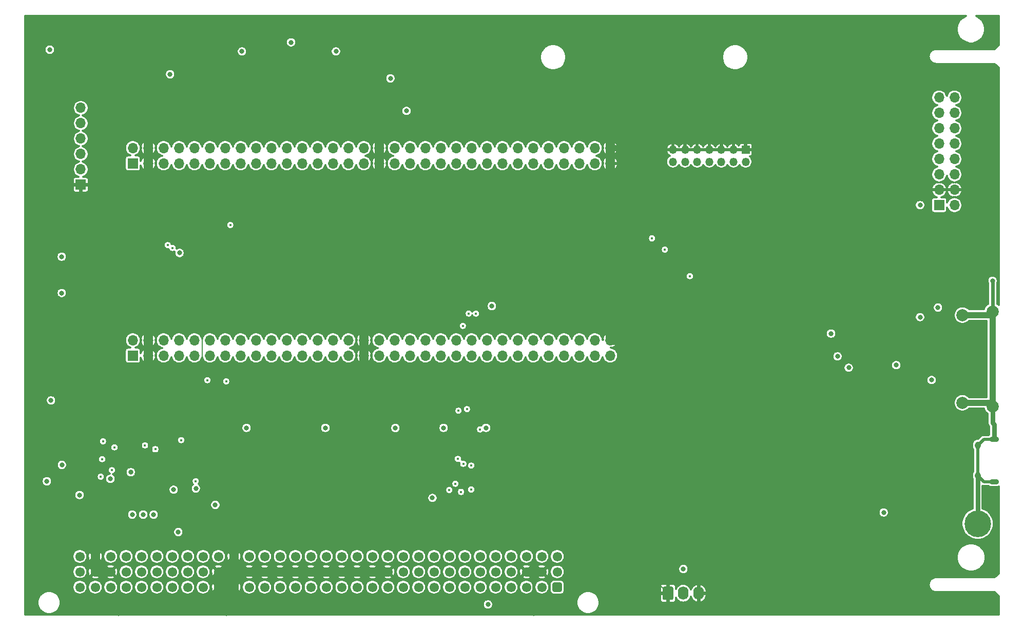
<source format=gbr>
G04 #@! TF.GenerationSoftware,KiCad,Pcbnew,5.1.9+dfsg1-1~bpo10+1*
G04 #@! TF.CreationDate,2023-03-23T15:40:10+01:00*
G04 #@! TF.ProjectId,nubus-to-ztex,6e756275-732d-4746-9f2d-7a7465782e6b,rev?*
G04 #@! TF.SameCoordinates,Original*
G04 #@! TF.FileFunction,Copper,L2,Inr*
G04 #@! TF.FilePolarity,Positive*
%FSLAX46Y46*%
G04 Gerber Fmt 4.6, Leading zero omitted, Abs format (unit mm)*
G04 Created by KiCad (PCBNEW 5.1.9+dfsg1-1~bpo10+1) date 2023-03-23 15:40:10*
%MOMM*%
%LPD*%
G01*
G04 APERTURE LIST*
G04 #@! TA.AperFunction,ComponentPad*
%ADD10C,4.400000*%
G04 #@! TD*
G04 #@! TA.AperFunction,ComponentPad*
%ADD11O,1.550000X0.890000*%
G04 #@! TD*
G04 #@! TA.AperFunction,ComponentPad*
%ADD12O,0.950000X1.250000*%
G04 #@! TD*
G04 #@! TA.AperFunction,ComponentPad*
%ADD13R,1.700000X1.700000*%
G04 #@! TD*
G04 #@! TA.AperFunction,ComponentPad*
%ADD14O,1.700000X1.700000*%
G04 #@! TD*
G04 #@! TA.AperFunction,ComponentPad*
%ADD15O,1.350000X1.350000*%
G04 #@! TD*
G04 #@! TA.AperFunction,ComponentPad*
%ADD16R,1.350000X1.350000*%
G04 #@! TD*
G04 #@! TA.AperFunction,ComponentPad*
%ADD17O,1.740000X2.200000*%
G04 #@! TD*
G04 #@! TA.AperFunction,ComponentPad*
%ADD18C,2.000000*%
G04 #@! TD*
G04 #@! TA.AperFunction,ComponentPad*
%ADD19C,1.550000*%
G04 #@! TD*
G04 #@! TA.AperFunction,ViaPad*
%ADD20C,0.800000*%
G04 #@! TD*
G04 #@! TA.AperFunction,ViaPad*
%ADD21C,0.450000*%
G04 #@! TD*
G04 #@! TA.AperFunction,Conductor*
%ADD22C,1.500000*%
G04 #@! TD*
G04 #@! TA.AperFunction,Conductor*
%ADD23C,0.152400*%
G04 #@! TD*
G04 #@! TA.AperFunction,Conductor*
%ADD24C,1.000000*%
G04 #@! TD*
G04 #@! TA.AperFunction,Conductor*
%ADD25C,0.800000*%
G04 #@! TD*
G04 #@! TA.AperFunction,Conductor*
%ADD26C,0.500000*%
G04 #@! TD*
G04 #@! TA.AperFunction,Conductor*
%ADD27C,0.200000*%
G04 #@! TD*
G04 #@! TA.AperFunction,Conductor*
%ADD28C,0.600000*%
G04 #@! TD*
G04 #@! TA.AperFunction,Conductor*
%ADD29C,0.750000*%
G04 #@! TD*
G04 #@! TA.AperFunction,Conductor*
%ADD30C,0.300000*%
G04 #@! TD*
G04 #@! TA.AperFunction,Conductor*
%ADD31C,0.100000*%
G04 #@! TD*
G04 APERTURE END LIST*
D10*
X269350000Y-89500000D03*
D11*
X272050000Y-75570000D03*
X272050000Y-82570000D03*
D12*
X269350000Y-76570000D03*
X269350000Y-81570000D03*
D13*
X130000000Y-30000000D03*
D14*
X130000000Y-27460000D03*
X132540000Y-30000000D03*
X132540000Y-27460000D03*
X135080000Y-30000000D03*
X135080000Y-27460000D03*
X137620000Y-30000000D03*
X137620000Y-27460000D03*
X140160000Y-30000000D03*
X140160000Y-27460000D03*
X142700000Y-30000000D03*
X142700000Y-27460000D03*
X145240000Y-30000000D03*
X145240000Y-27460000D03*
X147780000Y-30000000D03*
X147780000Y-27460000D03*
X150320000Y-30000000D03*
X150320000Y-27460000D03*
X152860000Y-30000000D03*
X152860000Y-27460000D03*
X155400000Y-30000000D03*
X155400000Y-27460000D03*
X157940000Y-30000000D03*
X157940000Y-27460000D03*
X160480000Y-30000000D03*
X160480000Y-27460000D03*
X163020000Y-30000000D03*
X163020000Y-27460000D03*
X165560000Y-30000000D03*
X165560000Y-27460000D03*
X168100000Y-30000000D03*
X168100000Y-27460000D03*
X170640000Y-30000000D03*
X170640000Y-27460000D03*
X173180000Y-30000000D03*
X173180000Y-27460000D03*
X175720000Y-30000000D03*
X175720000Y-27460000D03*
X178260000Y-30000000D03*
X178260000Y-27460000D03*
X180800000Y-30000000D03*
X180800000Y-27460000D03*
X183340000Y-30000000D03*
X183340000Y-27460000D03*
X185880000Y-30000000D03*
X185880000Y-27460000D03*
X188420000Y-30000000D03*
X188420000Y-27460000D03*
X190960000Y-30000000D03*
X190960000Y-27460000D03*
X193500000Y-30000000D03*
X193500000Y-27460000D03*
X196040000Y-30000000D03*
X196040000Y-27460000D03*
X198580000Y-30000000D03*
X198580000Y-27460000D03*
X201120000Y-30000000D03*
X201120000Y-27460000D03*
X203660000Y-30000000D03*
X203660000Y-27460000D03*
X206200000Y-30000000D03*
X206200000Y-27460000D03*
X208740000Y-30000000D03*
X208740000Y-27460000D03*
D13*
X130000000Y-61750000D03*
D14*
X130000000Y-59210000D03*
X132540000Y-61750000D03*
X132540000Y-59210000D03*
X135080000Y-61750000D03*
X135080000Y-59210000D03*
X137620000Y-61750000D03*
X137620000Y-59210000D03*
X140160000Y-61750000D03*
X140160000Y-59210000D03*
X142700000Y-61750000D03*
X142700000Y-59210000D03*
X145240000Y-61750000D03*
X145240000Y-59210000D03*
X147780000Y-61750000D03*
X147780000Y-59210000D03*
X150320000Y-61750000D03*
X150320000Y-59210000D03*
X152860000Y-61750000D03*
X152860000Y-59210000D03*
X155400000Y-61750000D03*
X155400000Y-59210000D03*
X157940000Y-61750000D03*
X157940000Y-59210000D03*
X160480000Y-61750000D03*
X160480000Y-59210000D03*
X163020000Y-61750000D03*
X163020000Y-59210000D03*
X165560000Y-61750000D03*
X165560000Y-59210000D03*
X168100000Y-61750000D03*
X168100000Y-59210000D03*
X170640000Y-61750000D03*
X170640000Y-59210000D03*
X173180000Y-61750000D03*
X173180000Y-59210000D03*
X175720000Y-61750000D03*
X175720000Y-59210000D03*
X178260000Y-61750000D03*
X178260000Y-59210000D03*
X180800000Y-61750000D03*
X180800000Y-59210000D03*
X183340000Y-61750000D03*
X183340000Y-59210000D03*
X185880000Y-61750000D03*
X185880000Y-59210000D03*
X188420000Y-61750000D03*
X188420000Y-59210000D03*
X190960000Y-61750000D03*
X190960000Y-59210000D03*
X193500000Y-61750000D03*
X193500000Y-59210000D03*
X196040000Y-61750000D03*
X196040000Y-59210000D03*
X198580000Y-61750000D03*
X198580000Y-59210000D03*
X201120000Y-61750000D03*
X201120000Y-59210000D03*
X203660000Y-61750000D03*
X203660000Y-59210000D03*
X206200000Y-61750000D03*
X206200000Y-59210000D03*
X208740000Y-61750000D03*
X208740000Y-59210000D03*
X265540000Y-19110000D03*
X263000000Y-19110000D03*
X265540000Y-21650000D03*
X263000000Y-21650000D03*
X265540000Y-24190000D03*
X263000000Y-24190000D03*
X265540000Y-26730000D03*
X263000000Y-26730000D03*
X265540000Y-29270000D03*
X263000000Y-29270000D03*
X265540000Y-31810000D03*
X263000000Y-31810000D03*
X265540000Y-34350000D03*
X263000000Y-34350000D03*
X265540000Y-36890000D03*
D13*
X263000000Y-36890000D03*
D15*
X219080000Y-29730000D03*
X219080000Y-27730000D03*
X221080000Y-29730000D03*
X221080000Y-27730000D03*
X223080000Y-29730000D03*
X223080000Y-27730000D03*
X225080000Y-29730000D03*
X225080000Y-27730000D03*
X227080000Y-29730000D03*
X227080000Y-27730000D03*
X229080000Y-29730000D03*
X229080000Y-27730000D03*
X231080000Y-29730000D03*
D16*
X231080000Y-27730000D03*
D13*
X121400000Y-33528000D03*
D14*
X121400000Y-30988000D03*
X121400000Y-28448000D03*
X121400000Y-25908000D03*
X121400000Y-23368000D03*
X121400000Y-20828000D03*
G04 #@! TA.AperFunction,ComponentPad*
G36*
G01*
X217390000Y-101850001D02*
X217390000Y-100149999D01*
G75*
G02*
X217639999Y-99900000I249999J0D01*
G01*
X218880001Y-99900000D01*
G75*
G02*
X219130000Y-100149999I0J-249999D01*
G01*
X219130000Y-101850001D01*
G75*
G02*
X218880001Y-102100000I-249999J0D01*
G01*
X217639999Y-102100000D01*
G75*
G02*
X217390000Y-101850001I0J249999D01*
G01*
G37*
G04 #@! TD.AperFunction*
D17*
X220800000Y-101000000D03*
X223340000Y-101000000D03*
D18*
X271800000Y-70150000D03*
X271800000Y-54450000D03*
X266850000Y-69550000D03*
X266850000Y-55050000D03*
G04 #@! TA.AperFunction,ComponentPad*
G36*
G01*
X200775000Y-99474998D02*
X200775000Y-100525002D01*
G75*
G02*
X200525002Y-100775000I-249998J0D01*
G01*
X199474998Y-100775000D01*
G75*
G02*
X199225000Y-100525002I0J249998D01*
G01*
X199225000Y-99474998D01*
G75*
G02*
X199474998Y-99225000I249998J0D01*
G01*
X200525002Y-99225000D01*
G75*
G02*
X200775000Y-99474998I0J-249998D01*
G01*
G37*
G04 #@! TD.AperFunction*
D19*
X197460000Y-100000000D03*
X194920000Y-100000000D03*
X192380000Y-100000000D03*
X189840000Y-100000000D03*
X187300000Y-100000000D03*
X184760000Y-100000000D03*
X182220000Y-100000000D03*
X179680000Y-100000000D03*
X177140000Y-100000000D03*
X174600000Y-100000000D03*
X172060000Y-100000000D03*
X169520000Y-100000000D03*
X166980000Y-100000000D03*
X164440000Y-100000000D03*
X161900000Y-100000000D03*
X159360000Y-100000000D03*
X156820000Y-100000000D03*
X154280000Y-100000000D03*
X151740000Y-100000000D03*
X149200000Y-100000000D03*
X146660000Y-100000000D03*
X144120000Y-100000000D03*
X141580000Y-100000000D03*
X139040000Y-100000000D03*
X136500000Y-100000000D03*
X133960000Y-100000000D03*
X131420000Y-100000000D03*
X128880000Y-100000000D03*
X126340000Y-100000000D03*
X123800000Y-100000000D03*
X121260000Y-100000000D03*
X200000000Y-97460000D03*
X197460000Y-97460000D03*
X194920000Y-97460000D03*
X192380000Y-97460000D03*
X189840000Y-97460000D03*
X187300000Y-97460000D03*
X184760000Y-97460000D03*
X182220000Y-97460000D03*
X179680000Y-97460000D03*
X177140000Y-97460000D03*
X174600000Y-97460000D03*
X172060000Y-97460000D03*
X169520000Y-97460000D03*
X166980000Y-97460000D03*
X164440000Y-97460000D03*
X161900000Y-97460000D03*
X159360000Y-97460000D03*
X156820000Y-97460000D03*
X154280000Y-97460000D03*
X151740000Y-97460000D03*
X149200000Y-97460000D03*
X146660000Y-97460000D03*
X144120000Y-97460000D03*
X141580000Y-97460000D03*
X139040000Y-97460000D03*
X136500000Y-97460000D03*
X133960000Y-97460000D03*
X131420000Y-97460000D03*
X128880000Y-97460000D03*
X126340000Y-97460000D03*
X123800000Y-97460000D03*
X121260000Y-97460000D03*
X200000000Y-94920000D03*
X197460000Y-94920000D03*
X194920000Y-94920000D03*
X192380000Y-94920000D03*
X189840000Y-94920000D03*
X187300000Y-94920000D03*
X184760000Y-94920000D03*
X182220000Y-94920000D03*
X179680000Y-94920000D03*
X177140000Y-94920000D03*
X174600000Y-94920000D03*
X172060000Y-94920000D03*
X169520000Y-94920000D03*
X166980000Y-94920000D03*
X164440000Y-94920000D03*
X161900000Y-94920000D03*
X159360000Y-94920000D03*
X156820000Y-94920000D03*
X154280000Y-94920000D03*
X151740000Y-94920000D03*
X149200000Y-94920000D03*
X146660000Y-94920000D03*
X144120000Y-94920000D03*
X141580000Y-94920000D03*
X139040000Y-94920000D03*
X136500000Y-94920000D03*
X133960000Y-94920000D03*
X131420000Y-94920000D03*
X128880000Y-94920000D03*
X126340000Y-94920000D03*
X123800000Y-94920000D03*
X121260000Y-94920000D03*
D20*
X155357500Y-78180000D03*
X267000000Y-51000000D03*
X222740000Y-36800000D03*
X234000000Y-34000000D03*
X174500000Y-71000000D03*
X194880000Y-35760000D03*
X208740000Y-50800000D03*
X215540000Y-27460000D03*
X116300000Y-16437500D03*
X268000000Y-58050000D03*
X149900000Y-71000000D03*
D21*
X145300000Y-90050000D03*
D20*
X189500000Y-71000000D03*
X186786371Y-50762953D03*
X118534670Y-98720000D03*
D21*
X115200000Y-90730000D03*
D20*
X152880000Y-42180000D03*
X181586371Y-48162953D03*
X268000000Y-65550000D03*
X187000000Y-83100000D03*
X183850000Y-73462500D03*
X256220000Y-61875000D03*
X135250000Y-70800000D03*
X139252400Y-47600000D03*
X268000000Y-61050000D03*
X140070000Y-71650000D03*
X168650000Y-91575000D03*
D21*
X145400000Y-88100000D03*
D20*
X163000000Y-71000000D03*
X158100000Y-92000000D03*
X207500000Y-71000000D03*
X132800000Y-79640000D03*
D21*
X131100000Y-77215000D03*
D20*
X252900000Y-82730000D03*
X264200000Y-67357500D03*
X194857500Y-79750000D03*
D21*
X115200000Y-87480000D03*
D20*
X176480000Y-33630000D03*
X140070000Y-65480000D03*
X181586371Y-53962953D03*
X236450000Y-82730000D03*
X145125000Y-50200000D03*
X256010000Y-88120000D03*
X148200000Y-86800000D03*
X117200000Y-84780000D03*
X179800000Y-92480000D03*
X123800000Y-93000000D03*
X115670000Y-40410000D03*
X190611371Y-50675453D03*
D21*
X168357500Y-79750000D03*
D20*
X228090000Y-60250000D03*
X168820000Y-45760000D03*
X168357500Y-78180000D03*
D21*
X139300000Y-87450000D03*
D20*
X255040000Y-53812500D03*
X246062500Y-59100000D03*
X255500000Y-58625000D03*
X179857500Y-79750000D03*
X127900000Y-72015000D03*
D21*
X115200000Y-89430000D03*
D20*
X267720000Y-77180000D03*
X196200000Y-92480000D03*
X244180000Y-99750000D03*
X137500000Y-89312500D03*
X259850000Y-35315000D03*
X259850000Y-14000000D03*
X234000000Y-14000000D03*
X125722000Y-33528000D03*
X228670000Y-36800000D03*
X143040000Y-68680000D03*
X268560000Y-51000000D03*
X267000000Y-49425000D03*
X156725000Y-81300000D03*
D21*
X155357500Y-79750000D03*
D20*
X169725000Y-81300000D03*
X123840134Y-42199866D03*
X175135000Y-19775000D03*
X267000000Y-46930000D03*
X167210000Y-18100000D03*
X158300000Y-10000000D03*
X143250000Y-11500000D03*
X168340000Y-8540000D03*
X223340000Y-97000000D03*
X258275000Y-51965000D03*
X265400000Y-76660000D03*
X263085000Y-80495000D03*
D21*
X221870000Y-48620000D03*
D20*
X161750000Y-73687500D03*
X172485673Y-15948535D03*
X188250000Y-73687500D03*
X136727523Y-83900000D03*
X137700000Y-44789641D03*
X248080000Y-63750000D03*
X126287500Y-82100000D03*
X115812500Y-82500000D03*
X148750000Y-73687500D03*
X140387500Y-83700000D03*
X118300000Y-79800000D03*
X143600000Y-86400000D03*
X245170000Y-58110000D03*
X137500000Y-90887500D03*
X116300000Y-11212500D03*
X116500000Y-69150000D03*
X173300000Y-73700000D03*
X118265134Y-45400000D03*
X121200000Y-84780000D03*
X181250000Y-73687500D03*
X118265134Y-51400000D03*
X136140000Y-15272793D03*
X189211371Y-53562953D03*
X129652500Y-81000000D03*
X179412661Y-85255497D03*
X259850000Y-36890000D03*
X175135000Y-21325000D03*
X156100000Y-10000000D03*
X163500000Y-11500000D03*
X148000000Y-11500000D03*
X262800000Y-53810000D03*
X259850000Y-55387500D03*
X253850000Y-87660000D03*
X246230000Y-61872500D03*
X131697842Y-88000000D03*
X129897842Y-88000000D03*
X133421568Y-88014972D03*
X188575000Y-102850000D03*
X220800000Y-97000000D03*
D21*
X184418601Y-56831399D03*
X183600000Y-78800000D03*
X184150000Y-84250000D03*
X186600000Y-54800000D03*
X187263411Y-73930000D03*
X185400000Y-54800000D03*
X185800000Y-83875000D03*
X185800000Y-79900000D03*
X137965000Y-75700000D03*
X132000000Y-76565000D03*
X136541399Y-43958601D03*
X135750000Y-43500000D03*
X146070000Y-40170000D03*
D20*
X271800000Y-49380000D03*
D21*
X217750000Y-44250000D03*
X215625000Y-42375000D03*
X133700000Y-77215000D03*
X145387500Y-66000000D03*
X140375000Y-82475000D03*
X142300000Y-65800000D03*
X125066330Y-75900000D03*
X126550000Y-80675000D03*
X124712500Y-81750000D03*
X126975000Y-76905000D03*
X124925000Y-78850000D03*
X182200161Y-83950161D03*
X183200000Y-82900000D03*
X184500000Y-79600000D03*
X185110000Y-70590000D03*
X183710000Y-70850000D03*
D20*
X261760000Y-65782500D03*
X255920000Y-63320000D03*
D22*
X208740000Y-30000000D02*
X208740000Y-27460000D01*
X208740000Y-27460000D02*
X208740000Y-24760000D01*
X208740000Y-30000000D02*
X208740000Y-32560000D01*
D23*
X208740000Y-32560000D02*
X198080000Y-32560000D01*
X198080000Y-32560000D02*
X194880000Y-35760000D01*
X194880000Y-35760000D02*
X194750000Y-35890000D01*
D24*
X215540000Y-27460000D02*
X208740000Y-27460000D01*
D23*
X179800000Y-92480000D02*
X169555000Y-92480000D01*
D25*
X168820000Y-52500000D02*
X168820000Y-45760000D01*
D26*
X196200000Y-97460000D02*
X196200000Y-92480000D01*
X123800000Y-97460000D02*
X122540000Y-98720000D01*
D23*
X115200000Y-89430000D02*
X115200000Y-87480000D01*
X132540000Y-23462500D02*
X132540000Y-23660000D01*
D26*
X196200000Y-89100000D02*
X196200000Y-82592500D01*
D23*
X155250000Y-79750000D02*
X155357500Y-79750000D01*
D25*
X168820000Y-55760000D02*
X168820000Y-52500000D01*
D23*
X228090000Y-60250000D02*
X244912500Y-60250000D01*
X212100000Y-60250000D02*
X228090000Y-60250000D01*
D25*
X168100000Y-56480000D02*
X168820000Y-55760000D01*
D23*
X168100000Y-74012500D02*
X168357500Y-74270000D01*
X168720000Y-52600000D02*
X168820000Y-52500000D01*
D26*
X168250000Y-92250000D02*
X168250001Y-91974999D01*
X168250001Y-91974999D02*
X168650000Y-91575000D01*
D22*
X123800000Y-97460000D02*
X123800000Y-94920000D01*
D23*
X139300000Y-87450000D02*
X137500000Y-89250000D01*
X194857500Y-79750000D02*
X203560000Y-71047500D01*
X203560000Y-71047500D02*
X203560000Y-71000000D01*
D26*
X153025000Y-97460000D02*
X153025000Y-92075000D01*
D22*
X170640000Y-27460000D02*
X170640000Y-25000000D01*
D23*
X191507500Y-83100000D02*
X194857500Y-79750000D01*
X187000000Y-83100000D02*
X191507500Y-83100000D01*
X168357500Y-74270000D02*
X168357500Y-78180000D01*
D22*
X164440000Y-97460000D02*
X166980000Y-97460000D01*
D23*
X163000000Y-71000000D02*
X168100000Y-71000000D01*
X196200000Y-92480000D02*
X179800000Y-92480000D01*
X132800000Y-79640000D02*
X132800000Y-84612500D01*
X132800000Y-84612500D02*
X137500000Y-89312500D01*
X169555000Y-92480000D02*
X169049999Y-91974999D01*
X169049999Y-91974999D02*
X168650000Y-91575000D01*
X267730000Y-77190000D02*
X267720000Y-77180000D01*
X115200000Y-90730000D02*
X115200000Y-95425330D01*
X117200000Y-72200000D02*
X117200000Y-72200000D01*
X123500000Y-65900000D02*
X127500000Y-65900000D01*
X148200000Y-86800000D02*
X155250000Y-79750000D01*
D22*
X132540000Y-47600000D02*
X132540000Y-52520000D01*
X132540000Y-52520000D02*
X132540000Y-59210000D01*
D23*
X131600000Y-65900000D02*
X132540000Y-64960000D01*
X132410000Y-52390000D02*
X132540000Y-52520000D01*
D22*
X156820000Y-97460000D02*
X158100000Y-97460000D01*
D23*
X211060000Y-59210000D02*
X212100000Y-60250000D01*
D22*
X170640000Y-40360000D02*
X170640000Y-33630000D01*
D23*
X170640000Y-33630000D02*
X176480000Y-33630000D01*
D22*
X168100000Y-61750000D02*
X168100000Y-71000000D01*
D26*
X118534670Y-98720000D02*
X122540000Y-98720000D01*
D23*
X149900000Y-71000000D02*
X163000000Y-71000000D01*
D22*
X153025000Y-97460000D02*
X154280000Y-97460000D01*
D23*
X135250000Y-67670000D02*
X132540000Y-64960000D01*
D22*
X132540000Y-27460000D02*
X132540000Y-23660000D01*
X132540000Y-61750000D02*
X132540000Y-64960000D01*
D23*
X115200000Y-90730000D02*
X115200000Y-89430000D01*
D22*
X163175000Y-97460000D02*
X164440000Y-97460000D01*
D26*
X163175000Y-97460000D02*
X163175000Y-91975000D01*
X168820000Y-42180000D02*
X152880000Y-42180000D01*
D23*
X132950000Y-42180000D02*
X132540000Y-42590000D01*
X134035000Y-72015000D02*
X135250000Y-70800000D01*
X196170000Y-104500000D02*
X145390000Y-104500000D01*
X145125000Y-50200000D02*
X142525000Y-47600000D01*
X142525000Y-47600000D02*
X139252400Y-47600000D01*
D26*
X152880000Y-42180000D02*
X132950000Y-42180000D01*
D22*
X132540000Y-33600000D02*
X132540000Y-42590000D01*
D23*
X170617047Y-53962953D02*
X181586371Y-53962953D01*
X186873871Y-50675453D02*
X186786371Y-50762953D01*
X264200000Y-67357500D02*
X266007500Y-65550000D01*
X266007500Y-65550000D02*
X268000000Y-65550000D01*
X264200000Y-67357500D02*
X263800001Y-67757499D01*
X189500000Y-71000000D02*
X202250000Y-71000000D01*
X183850000Y-73462500D02*
X186312500Y-71000000D01*
X137500000Y-89250000D02*
X137500000Y-89312500D01*
X146660000Y-91410000D02*
X145300000Y-90050000D01*
D22*
X144120000Y-100000000D02*
X144120000Y-97460000D01*
D25*
X168820000Y-45760000D02*
X168820000Y-42180000D01*
D23*
X256010000Y-87920000D02*
X244180000Y-99750000D01*
X256220000Y-61875000D02*
X256220000Y-59345000D01*
D22*
X161900000Y-97460000D02*
X163175000Y-97460000D01*
D23*
X186786371Y-50762953D02*
X184786371Y-50762953D01*
X184786371Y-50762953D02*
X181586371Y-53962953D01*
X268000000Y-65550000D02*
X268000000Y-58050000D01*
D26*
X123800000Y-97460000D02*
X122530000Y-96190000D01*
X158100000Y-97460000D02*
X158100000Y-92000000D01*
D22*
X132540000Y-30000000D02*
X132540000Y-33600000D01*
D23*
X196200000Y-82592500D02*
X196200000Y-81092500D01*
X196200000Y-81092500D02*
X194857500Y-79750000D01*
X168820000Y-55760000D02*
X170617047Y-53962953D01*
X117200000Y-72200000D02*
X123500000Y-65900000D01*
X186312500Y-71000000D02*
X189500000Y-71000000D01*
D22*
X159360000Y-97460000D02*
X161900000Y-97460000D01*
D23*
X127900000Y-72015000D02*
X134035000Y-72015000D01*
X255040000Y-58165000D02*
X255500000Y-58625000D01*
X207500000Y-71000000D02*
X207500000Y-71000000D01*
D26*
X118534670Y-98720000D02*
X118534670Y-98720000D01*
D22*
X132540000Y-42590000D02*
X132540000Y-47600000D01*
X146660000Y-94920000D02*
X146660000Y-92000000D01*
D23*
X239420000Y-104510000D02*
X198510000Y-104510000D01*
D26*
X153025000Y-97460000D02*
X153025000Y-102475000D01*
D23*
X117200000Y-84780000D02*
X117200000Y-72200000D01*
D22*
X123800000Y-94920000D02*
X123800000Y-93000000D01*
D23*
X263800001Y-67757499D02*
X263800001Y-73260001D01*
X263800001Y-73260001D02*
X267320001Y-76780001D01*
X202250000Y-71000000D02*
X203560000Y-71000000D01*
X203560000Y-71000000D02*
X207500000Y-71000000D01*
D22*
X144120000Y-100000000D02*
X144120000Y-103230000D01*
D23*
X145300000Y-90050000D02*
X145300000Y-88200000D01*
X141430000Y-64120000D02*
X141430000Y-53895000D01*
D25*
X168100000Y-71000000D02*
X168100000Y-74012500D01*
D23*
X131237500Y-77352500D02*
X131100000Y-77215000D01*
D22*
X196200000Y-97460000D02*
X194920000Y-97460000D01*
X144120000Y-97460000D02*
X146660000Y-97460000D01*
D26*
X144120000Y-103230000D02*
X145390000Y-104500000D01*
D22*
X149200000Y-97460000D02*
X151740000Y-97460000D01*
D23*
X155357500Y-79750000D02*
X168357500Y-79750000D01*
X208740000Y-57660000D02*
X208740000Y-58007919D01*
X210000000Y-59210000D02*
X211060000Y-59210000D01*
X198510000Y-104510000D02*
X198500000Y-104500000D01*
X176480000Y-33630000D02*
X176480000Y-33630000D01*
D22*
X170640000Y-33630000D02*
X170640000Y-30000000D01*
D23*
X252900000Y-82730000D02*
X236450000Y-82730000D01*
D22*
X169520000Y-97460000D02*
X172060000Y-97460000D01*
X132540000Y-27460000D02*
X132540000Y-30000000D01*
X170640000Y-27460000D02*
X170640000Y-30000000D01*
D23*
X115200000Y-87480000D02*
X115200000Y-86780000D01*
D22*
X146660000Y-100000000D02*
X146660000Y-103230000D01*
X146660000Y-100000000D02*
X146660000Y-97460000D01*
D23*
X116300000Y-16437500D02*
X125317500Y-16437500D01*
X125317500Y-16437500D02*
X132540000Y-23660000D01*
X140070000Y-71650000D02*
X140070000Y-76930000D01*
X212100000Y-66400000D02*
X207500000Y-71000000D01*
D22*
X197460000Y-97460000D02*
X196200000Y-97460000D01*
D23*
X140070000Y-65480000D02*
X140070000Y-65480000D01*
X115200000Y-86780000D02*
X117200000Y-84780000D01*
X140070000Y-76930000D02*
X137360000Y-79640000D01*
X137360000Y-79640000D02*
X132800000Y-79640000D01*
X179857500Y-79750000D02*
X168357500Y-79750000D01*
X198500000Y-104500000D02*
X196170000Y-104500000D01*
X141430000Y-53895000D02*
X145125000Y-50200000D01*
X140070000Y-65480000D02*
X141430000Y-64120000D01*
D26*
X127600000Y-98720000D02*
X127600000Y-104500000D01*
D23*
X256010000Y-87920000D02*
X256010000Y-85840000D01*
X246062500Y-59100000D02*
X255025000Y-59100000D01*
X255025000Y-59100000D02*
X255500000Y-58625000D01*
X127499999Y-65900001D02*
X127500000Y-65900000D01*
X170640000Y-30000000D02*
X170640000Y-31202081D01*
X127500000Y-65900000D02*
X131600000Y-65900000D01*
X256220000Y-59345000D02*
X255500000Y-58625000D01*
D22*
X146660000Y-97460000D02*
X149200000Y-97460000D01*
X151740000Y-97460000D02*
X153025000Y-97460000D01*
D26*
X196200000Y-92480000D02*
X196200000Y-89100000D01*
D23*
X181586371Y-53962953D02*
X181586371Y-48162953D01*
X119480000Y-96190000D02*
X115964670Y-96190000D01*
D26*
X122530000Y-96190000D02*
X119480000Y-96190000D01*
D22*
X124896015Y-97460000D02*
X126340000Y-97460000D01*
D23*
X212100000Y-60250000D02*
X212100000Y-66400000D01*
D22*
X168100000Y-59210000D02*
X168100000Y-61750000D01*
X154280000Y-97460000D02*
X156820000Y-97460000D01*
D26*
X163175000Y-97460000D02*
X163175000Y-102425000D01*
D23*
X135250000Y-70800000D02*
X135250000Y-67670000D01*
D26*
X168250000Y-97460000D02*
X168250000Y-92250000D01*
D22*
X166980000Y-97460000D02*
X168250000Y-97460000D01*
D23*
X244912500Y-60250000D02*
X246062500Y-59100000D01*
X139252400Y-47600000D02*
X132540000Y-47600000D01*
X256010000Y-85840000D02*
X252900000Y-82730000D01*
D26*
X197460000Y-97460000D02*
X198730000Y-96190000D01*
D22*
X146660000Y-97460000D02*
X146660000Y-94920000D01*
D23*
X267320001Y-76780001D02*
X267720000Y-77180000D01*
X145400000Y-88100000D02*
X146900000Y-88100000D01*
D26*
X126340000Y-97460000D02*
X127600000Y-98720000D01*
D23*
X255040000Y-53812500D02*
X255040000Y-58165000D01*
X135649999Y-69900001D02*
X140070000Y-65480000D01*
X135250000Y-70800000D02*
X135649999Y-70400001D01*
X135649999Y-70400001D02*
X135649999Y-69900001D01*
X202250000Y-71000000D02*
X202400000Y-71000000D01*
D22*
X146660000Y-100000000D02*
X144120000Y-100000000D01*
D23*
X146900000Y-88100000D02*
X148200000Y-86800000D01*
D22*
X168100000Y-59210000D02*
X168100000Y-56480000D01*
D26*
X168250000Y-97460000D02*
X168250000Y-102000000D01*
D22*
X168250000Y-97460000D02*
X169520000Y-97460000D01*
D23*
X168357500Y-78180000D02*
X168357500Y-79750000D01*
X170640000Y-31202081D02*
X170688000Y-31250081D01*
D22*
X123800000Y-97460000D02*
X124896015Y-97460000D01*
D23*
X140070000Y-65480000D02*
X140070000Y-71650000D01*
D25*
X168820000Y-42180000D02*
X170640000Y-40360000D01*
D22*
X208740000Y-59210000D02*
X210000000Y-59210000D01*
D23*
X145300000Y-88200000D02*
X145400000Y-88100000D01*
D26*
X158100000Y-97460000D02*
X158100000Y-102800000D01*
D23*
X190611371Y-50675453D02*
X186873871Y-50675453D01*
X145390000Y-104500000D02*
X127600000Y-104500000D01*
X132440000Y-33500000D02*
X132540000Y-33600000D01*
X115200000Y-95425330D02*
X115964670Y-96190000D01*
D22*
X132540000Y-61750000D02*
X132540000Y-59210000D01*
D23*
X146660000Y-93260000D02*
X146660000Y-91410000D01*
D22*
X208740000Y-59210000D02*
X208740000Y-58007919D01*
D23*
X115964670Y-96190000D02*
X118534670Y-98760000D01*
X196170000Y-97490000D02*
X196200000Y-97460000D01*
D26*
X196170000Y-97490000D02*
X196170000Y-104500000D01*
D22*
X158100000Y-97460000D02*
X159360000Y-97460000D01*
D23*
X244180000Y-99750000D02*
X239420000Y-104510000D01*
D26*
X146660000Y-103230000D02*
X145390000Y-104500000D01*
D23*
X208740000Y-58007919D02*
X208740000Y-50800000D01*
X192750000Y-33630000D02*
X194880000Y-35760000D01*
X176480000Y-33630000D02*
X192750000Y-33630000D01*
X190611371Y-40028629D02*
X194880000Y-35760000D01*
X190611371Y-50675453D02*
X190611371Y-40028629D01*
X208740000Y-50800000D02*
X208740000Y-32560000D01*
X256000000Y-14010000D02*
X256000000Y-14010000D01*
X234000000Y-34000000D02*
X234000000Y-14000000D01*
X234000000Y-14000000D02*
X256000000Y-14000000D01*
X259850000Y-14000000D02*
X259850000Y-35315000D01*
X118840000Y-40410000D02*
X125722000Y-33528000D01*
X115670000Y-40410000D02*
X118840000Y-40410000D01*
X132468000Y-33528000D02*
X132540000Y-33600000D01*
X125722000Y-33528000D02*
X132468000Y-33528000D01*
X208740000Y-50800000D02*
X222740000Y-36800000D01*
X231200000Y-36800000D02*
X234000000Y-34000000D01*
X222740000Y-36800000D02*
X228670000Y-36800000D01*
X228670000Y-36800000D02*
X231200000Y-36800000D01*
X140070000Y-71650000D02*
X143040000Y-68680000D01*
D26*
X212350000Y-96190000D02*
X198730000Y-96190000D01*
D23*
X155357500Y-79750000D02*
X155357500Y-78180000D01*
X213450000Y-96190000D02*
X218260000Y-101000000D01*
X212350000Y-96190000D02*
X213450000Y-96190000D01*
D27*
X117459866Y-42199866D02*
X115670000Y-40410000D01*
X123840134Y-42199866D02*
X117459866Y-42199866D01*
X256000000Y-14000000D02*
X259850000Y-14000000D01*
X173460000Y-18100000D02*
X175135000Y-19775000D01*
X167210000Y-18100000D02*
X173460000Y-18100000D01*
X143250000Y-12950000D02*
X132540000Y-23660000D01*
X143250000Y-11500000D02*
X143250000Y-12950000D01*
X145450001Y-9299999D02*
X143250000Y-11500000D01*
X158300000Y-10000000D02*
X157599999Y-9299999D01*
X157599999Y-9299999D02*
X145450001Y-9299999D01*
X170640000Y-24270000D02*
X175135000Y-19775000D01*
X170640000Y-25000000D02*
X170640000Y-24270000D01*
X166880000Y-10000000D02*
X168340000Y-8540000D01*
X158300000Y-10000000D02*
X166880000Y-10000000D01*
X261922500Y-46930000D02*
X255040000Y-53812500D01*
X267000000Y-46930000D02*
X261922500Y-46930000D01*
X263085000Y-78975000D02*
X265400000Y-76660000D01*
X263085000Y-80495000D02*
X263085000Y-78975000D01*
X265920000Y-77180000D02*
X265400000Y-76660000D01*
X267720000Y-77180000D02*
X265920000Y-77180000D01*
D26*
X231080000Y-27730000D02*
X229080000Y-27730000D01*
X229080000Y-27730000D02*
X227080000Y-27730000D01*
X227080000Y-27730000D02*
X225080000Y-27730000D01*
X225080000Y-27730000D02*
X223080000Y-27730000D01*
X223080000Y-27730000D02*
X221080000Y-27730000D01*
X221080000Y-27730000D02*
X219080000Y-27730000D01*
X219080000Y-27730000D02*
X217360000Y-27730000D01*
X217360000Y-27730000D02*
X217090000Y-27460000D01*
X217090000Y-27460000D02*
X215540000Y-27460000D01*
D24*
X271200000Y-55050000D02*
X271800000Y-54450000D01*
X266850000Y-55050000D02*
X271200000Y-55050000D01*
X271800000Y-54450000D02*
X271800000Y-70150000D01*
X271200000Y-69550000D02*
X271800000Y-70150000D01*
X266850000Y-69550000D02*
X271200000Y-69550000D01*
D23*
X266840000Y-55040000D02*
X266850000Y-55050000D01*
D24*
X271897500Y-70247500D02*
X271800000Y-70150000D01*
D28*
X271800000Y-54450000D02*
X271800000Y-49380000D01*
D26*
X269350000Y-81570000D02*
X269350000Y-76570000D01*
X270350000Y-75570000D02*
X269350000Y-76570000D01*
X272050000Y-75570000D02*
X270350000Y-75570000D01*
X270350000Y-82570000D02*
X269350000Y-81570000D01*
X272050000Y-82570000D02*
X270350000Y-82570000D01*
D29*
X269350000Y-89500000D02*
X269350000Y-81570000D01*
X271800000Y-70150000D02*
X271800000Y-72830000D01*
X271800000Y-72830000D02*
X272050000Y-73080000D01*
X272050000Y-73080000D02*
X272050000Y-75570000D01*
D30*
X267154575Y-5761895D02*
X266772348Y-6017290D01*
X266447290Y-6342348D01*
X266191895Y-6724575D01*
X266015975Y-7149282D01*
X265926292Y-7600150D01*
X265926292Y-8059850D01*
X266015975Y-8510718D01*
X266191895Y-8935425D01*
X266447290Y-9317652D01*
X266772348Y-9642710D01*
X267154575Y-9898105D01*
X267579282Y-10074025D01*
X268030150Y-10163708D01*
X268489850Y-10163708D01*
X268940718Y-10074025D01*
X269365425Y-9898105D01*
X269747652Y-9642710D01*
X270072710Y-9317652D01*
X270328105Y-8935425D01*
X270504025Y-8510718D01*
X270593708Y-8059850D01*
X270593708Y-7600150D01*
X270504025Y-7149282D01*
X270328105Y-6724575D01*
X270072710Y-6342348D01*
X269747652Y-6017290D01*
X269365425Y-5761895D01*
X269095287Y-5650000D01*
X272805000Y-5650000D01*
X272805001Y-10462536D01*
X272162539Y-11105000D01*
X262474212Y-11105000D01*
X262448079Y-11107574D01*
X262438992Y-11107574D01*
X262431702Y-11108340D01*
X262295938Y-11123569D01*
X262249407Y-11133460D01*
X262202722Y-11142703D01*
X262195720Y-11144871D01*
X262065499Y-11186179D01*
X262021741Y-11204934D01*
X261977767Y-11223058D01*
X261971325Y-11226542D01*
X261971322Y-11226543D01*
X261971319Y-11226545D01*
X261851601Y-11292361D01*
X261812366Y-11319226D01*
X261772708Y-11345575D01*
X261767060Y-11350247D01*
X261662406Y-11438062D01*
X261629113Y-11472060D01*
X261595349Y-11505589D01*
X261590716Y-11511269D01*
X261505112Y-11617739D01*
X261479038Y-11657585D01*
X261452451Y-11697001D01*
X261449009Y-11703473D01*
X261385715Y-11824543D01*
X261367893Y-11868653D01*
X261349449Y-11912530D01*
X261347331Y-11919548D01*
X261308759Y-12050605D01*
X261299847Y-12097324D01*
X261290275Y-12143956D01*
X261289560Y-12151251D01*
X261277178Y-12287304D01*
X261277510Y-12334881D01*
X261277177Y-12382468D01*
X261277893Y-12389763D01*
X261292173Y-12525631D01*
X261301738Y-12572227D01*
X261310658Y-12618987D01*
X261312777Y-12626004D01*
X261353176Y-12756510D01*
X261371612Y-12800367D01*
X261389439Y-12844492D01*
X261392881Y-12850964D01*
X261457859Y-12971138D01*
X261484461Y-13010578D01*
X261510520Y-13050400D01*
X261515153Y-13056081D01*
X261602235Y-13161346D01*
X261636019Y-13194895D01*
X261669294Y-13228874D01*
X261674942Y-13233547D01*
X261780812Y-13319892D01*
X261820450Y-13346227D01*
X261859707Y-13373107D01*
X261866155Y-13376593D01*
X261986780Y-13440730D01*
X262030761Y-13458858D01*
X262074505Y-13477607D01*
X262081507Y-13479774D01*
X262212292Y-13519261D01*
X262258951Y-13528500D01*
X262305516Y-13538398D01*
X262312806Y-13539164D01*
X262448770Y-13552495D01*
X262448780Y-13552495D01*
X262474212Y-13555000D01*
X272162539Y-13555000D01*
X272805001Y-14197464D01*
X272805001Y-53404391D01*
X272724321Y-53323711D01*
X272550000Y-53207234D01*
X272550000Y-49787505D01*
X272553260Y-49782626D01*
X272617335Y-49627936D01*
X272650000Y-49463718D01*
X272650000Y-49296282D01*
X272617335Y-49132064D01*
X272553260Y-48977374D01*
X272460238Y-48838156D01*
X272341844Y-48719762D01*
X272202626Y-48626740D01*
X272047936Y-48562665D01*
X271883718Y-48530000D01*
X271716282Y-48530000D01*
X271552064Y-48562665D01*
X271397374Y-48626740D01*
X271258156Y-48719762D01*
X271139762Y-48838156D01*
X271046740Y-48977374D01*
X270982665Y-49132064D01*
X270950000Y-49296282D01*
X270950000Y-49463718D01*
X270982665Y-49627936D01*
X271046740Y-49782626D01*
X271050001Y-49787506D01*
X271050000Y-53207234D01*
X270875679Y-53323711D01*
X270673711Y-53525679D01*
X270515027Y-53763167D01*
X270405723Y-54027051D01*
X270391212Y-54100000D01*
X267950610Y-54100000D01*
X267774321Y-53923711D01*
X267536833Y-53765027D01*
X267272949Y-53655723D01*
X266992813Y-53600000D01*
X266707187Y-53600000D01*
X266427051Y-53655723D01*
X266163167Y-53765027D01*
X265925679Y-53923711D01*
X265723711Y-54125679D01*
X265565027Y-54363167D01*
X265455723Y-54627051D01*
X265400000Y-54907187D01*
X265400000Y-55192813D01*
X265455723Y-55472949D01*
X265565027Y-55736833D01*
X265723711Y-55974321D01*
X265925679Y-56176289D01*
X266163167Y-56334973D01*
X266427051Y-56444277D01*
X266707187Y-56500000D01*
X266992813Y-56500000D01*
X267272949Y-56444277D01*
X267536833Y-56334973D01*
X267774321Y-56176289D01*
X267950610Y-56000000D01*
X270850000Y-56000000D01*
X270850001Y-68600000D01*
X267950610Y-68600000D01*
X267774321Y-68423711D01*
X267536833Y-68265027D01*
X267272949Y-68155723D01*
X266992813Y-68100000D01*
X266707187Y-68100000D01*
X266427051Y-68155723D01*
X266163167Y-68265027D01*
X265925679Y-68423711D01*
X265723711Y-68625679D01*
X265565027Y-68863167D01*
X265455723Y-69127051D01*
X265400000Y-69407187D01*
X265400000Y-69692813D01*
X265455723Y-69972949D01*
X265565027Y-70236833D01*
X265723711Y-70474321D01*
X265925679Y-70676289D01*
X266163167Y-70834973D01*
X266427051Y-70944277D01*
X266707187Y-71000000D01*
X266992813Y-71000000D01*
X267272949Y-70944277D01*
X267536833Y-70834973D01*
X267774321Y-70676289D01*
X267950610Y-70500000D01*
X270391212Y-70500000D01*
X270405723Y-70572949D01*
X270515027Y-70836833D01*
X270673711Y-71074321D01*
X270875679Y-71276289D01*
X270975000Y-71342653D01*
X270975001Y-72789477D01*
X270971010Y-72830000D01*
X270986938Y-72991728D01*
X271033632Y-73145656D01*
X271034113Y-73147241D01*
X271110720Y-73290563D01*
X271213816Y-73416185D01*
X271225000Y-73425364D01*
X271225001Y-74819753D01*
X271220359Y-74822234D01*
X271162157Y-74870000D01*
X270384390Y-74870000D01*
X270350000Y-74866613D01*
X270212776Y-74880128D01*
X270080825Y-74920155D01*
X269959219Y-74985155D01*
X269910668Y-75025000D01*
X269852630Y-75072630D01*
X269830708Y-75099342D01*
X269431498Y-75498552D01*
X269350000Y-75490525D01*
X269168668Y-75508385D01*
X268994305Y-75561277D01*
X268833611Y-75647170D01*
X268692762Y-75762762D01*
X268577170Y-75903612D01*
X268491277Y-76064306D01*
X268438385Y-76238669D01*
X268425000Y-76374566D01*
X268425000Y-76765435D01*
X268438385Y-76901332D01*
X268491277Y-77075695D01*
X268577170Y-77236389D01*
X268650001Y-77325133D01*
X268650000Y-80814868D01*
X268577170Y-80903612D01*
X268491277Y-81064306D01*
X268438385Y-81238669D01*
X268425000Y-81374566D01*
X268425000Y-81765435D01*
X268438385Y-81901332D01*
X268491277Y-82075695D01*
X268525001Y-82138788D01*
X268525000Y-86973387D01*
X268094754Y-87151601D01*
X267660724Y-87441611D01*
X267291611Y-87810724D01*
X267001601Y-88244754D01*
X266801838Y-88727024D01*
X266700000Y-89238998D01*
X266700000Y-89761002D01*
X266801838Y-90272976D01*
X267001601Y-90755246D01*
X267291611Y-91189276D01*
X267660724Y-91558389D01*
X268094754Y-91848399D01*
X268577024Y-92048162D01*
X269088998Y-92150000D01*
X269611002Y-92150000D01*
X270122976Y-92048162D01*
X270605246Y-91848399D01*
X271039276Y-91558389D01*
X271408389Y-91189276D01*
X271698399Y-90755246D01*
X271898162Y-90272976D01*
X272000000Y-89761002D01*
X272000000Y-89238998D01*
X271898162Y-88727024D01*
X271698399Y-88244754D01*
X271408389Y-87810724D01*
X271039276Y-87441611D01*
X270605246Y-87151601D01*
X270175000Y-86973387D01*
X270175000Y-83248413D01*
X270212776Y-83259872D01*
X270350000Y-83273387D01*
X270384390Y-83270000D01*
X271162157Y-83270000D01*
X271220359Y-83317766D01*
X271375841Y-83400873D01*
X271544549Y-83452050D01*
X271676036Y-83465000D01*
X272423964Y-83465000D01*
X272555451Y-83452050D01*
X272724159Y-83400873D01*
X272805000Y-83357662D01*
X272805000Y-97712537D01*
X272162539Y-98355000D01*
X262474212Y-98355000D01*
X262448079Y-98357574D01*
X262438992Y-98357574D01*
X262431702Y-98358340D01*
X262295938Y-98373569D01*
X262249407Y-98383460D01*
X262202722Y-98392703D01*
X262195720Y-98394871D01*
X262065499Y-98436179D01*
X262021741Y-98454934D01*
X261977767Y-98473058D01*
X261971325Y-98476542D01*
X261971322Y-98476543D01*
X261971319Y-98476545D01*
X261851601Y-98542361D01*
X261812366Y-98569226D01*
X261772708Y-98595575D01*
X261767060Y-98600247D01*
X261662406Y-98688062D01*
X261629113Y-98722060D01*
X261595349Y-98755589D01*
X261590716Y-98761269D01*
X261505112Y-98867739D01*
X261479038Y-98907585D01*
X261452451Y-98947001D01*
X261449009Y-98953473D01*
X261385715Y-99074543D01*
X261367893Y-99118653D01*
X261349449Y-99162530D01*
X261347331Y-99169548D01*
X261308759Y-99300605D01*
X261299847Y-99347324D01*
X261290275Y-99393956D01*
X261289560Y-99401251D01*
X261277178Y-99537304D01*
X261277510Y-99584881D01*
X261277177Y-99632468D01*
X261277893Y-99639763D01*
X261292173Y-99775631D01*
X261301738Y-99822227D01*
X261310658Y-99868987D01*
X261312777Y-99876004D01*
X261353176Y-100006510D01*
X261371612Y-100050367D01*
X261389439Y-100094492D01*
X261392881Y-100100964D01*
X261457859Y-100221138D01*
X261484461Y-100260578D01*
X261510520Y-100300400D01*
X261515153Y-100306081D01*
X261602235Y-100411346D01*
X261636019Y-100444895D01*
X261669294Y-100478874D01*
X261674942Y-100483547D01*
X261780812Y-100569892D01*
X261820450Y-100596227D01*
X261859707Y-100623107D01*
X261866155Y-100626593D01*
X261986780Y-100690730D01*
X262030761Y-100708858D01*
X262074505Y-100727607D01*
X262081507Y-100729774D01*
X262212292Y-100769261D01*
X262258951Y-100778500D01*
X262305516Y-100788398D01*
X262312806Y-100789164D01*
X262448770Y-100802495D01*
X262448780Y-100802495D01*
X262474212Y-100805000D01*
X272162539Y-100805000D01*
X272805001Y-101447464D01*
X272805000Y-104555000D01*
X112255000Y-104555000D01*
X112255000Y-102355329D01*
X114305000Y-102355329D01*
X114305000Y-102724671D01*
X114377056Y-103086917D01*
X114518397Y-103428145D01*
X114723593Y-103735243D01*
X114984757Y-103996407D01*
X115291855Y-104201603D01*
X115633083Y-104342944D01*
X115995329Y-104415000D01*
X116364671Y-104415000D01*
X116726917Y-104342944D01*
X117068145Y-104201603D01*
X117375243Y-103996407D01*
X117636407Y-103735243D01*
X117841603Y-103428145D01*
X117982944Y-103086917D01*
X118046722Y-102766282D01*
X187725000Y-102766282D01*
X187725000Y-102933718D01*
X187757665Y-103097936D01*
X187821740Y-103252626D01*
X187914762Y-103391844D01*
X188033156Y-103510238D01*
X188172374Y-103603260D01*
X188327064Y-103667335D01*
X188491282Y-103700000D01*
X188658718Y-103700000D01*
X188822936Y-103667335D01*
X188977626Y-103603260D01*
X189116844Y-103510238D01*
X189235238Y-103391844D01*
X189328260Y-103252626D01*
X189392335Y-103097936D01*
X189425000Y-102933718D01*
X189425000Y-102766282D01*
X189392335Y-102602064D01*
X189328260Y-102447374D01*
X189266758Y-102355329D01*
X203205000Y-102355329D01*
X203205000Y-102724671D01*
X203277056Y-103086917D01*
X203418397Y-103428145D01*
X203623593Y-103735243D01*
X203884757Y-103996407D01*
X204191855Y-104201603D01*
X204533083Y-104342944D01*
X204895329Y-104415000D01*
X205264671Y-104415000D01*
X205626917Y-104342944D01*
X205968145Y-104201603D01*
X206275243Y-103996407D01*
X206536407Y-103735243D01*
X206741603Y-103428145D01*
X206882944Y-103086917D01*
X206955000Y-102724671D01*
X206955000Y-102355329D01*
X206904212Y-102100000D01*
X216937823Y-102100000D01*
X216946511Y-102188215D01*
X216972243Y-102273041D01*
X217014029Y-102351216D01*
X217070263Y-102419737D01*
X217138784Y-102475971D01*
X217216959Y-102517757D01*
X217301785Y-102543489D01*
X217390000Y-102552177D01*
X218043500Y-102550000D01*
X218156000Y-102437500D01*
X218156000Y-101104000D01*
X217052500Y-101104000D01*
X216940000Y-101216500D01*
X216937823Y-102100000D01*
X206904212Y-102100000D01*
X206882944Y-101993083D01*
X206741603Y-101651855D01*
X206536407Y-101344757D01*
X206275243Y-101083593D01*
X205968145Y-100878397D01*
X205626917Y-100737056D01*
X205264671Y-100665000D01*
X204895329Y-100665000D01*
X204533083Y-100737056D01*
X204191855Y-100878397D01*
X203884757Y-101083593D01*
X203623593Y-101344757D01*
X203418397Y-101651855D01*
X203277056Y-101993083D01*
X203205000Y-102355329D01*
X189266758Y-102355329D01*
X189235238Y-102308156D01*
X189116844Y-102189762D01*
X188977626Y-102096740D01*
X188822936Y-102032665D01*
X188658718Y-102000000D01*
X188491282Y-102000000D01*
X188327064Y-102032665D01*
X188172374Y-102096740D01*
X188033156Y-102189762D01*
X187914762Y-102308156D01*
X187821740Y-102447374D01*
X187757665Y-102602064D01*
X187725000Y-102766282D01*
X118046722Y-102766282D01*
X118055000Y-102724671D01*
X118055000Y-102355329D01*
X117982944Y-101993083D01*
X117841603Y-101651855D01*
X117636407Y-101344757D01*
X117375243Y-101083593D01*
X117068145Y-100878397D01*
X116726917Y-100737056D01*
X116364671Y-100665000D01*
X115995329Y-100665000D01*
X115633083Y-100737056D01*
X115291855Y-100878397D01*
X114984757Y-101083593D01*
X114723593Y-101344757D01*
X114518397Y-101651855D01*
X114377056Y-101993083D01*
X114305000Y-102355329D01*
X112255000Y-102355329D01*
X112255000Y-99879348D01*
X120035000Y-99879348D01*
X120035000Y-100120652D01*
X120082076Y-100357319D01*
X120174419Y-100580255D01*
X120308481Y-100780892D01*
X120479108Y-100951519D01*
X120679745Y-101085581D01*
X120902681Y-101177924D01*
X121139348Y-101225000D01*
X121380652Y-101225000D01*
X121617319Y-101177924D01*
X121840255Y-101085581D01*
X122040892Y-100951519D01*
X122211519Y-100780892D01*
X122345581Y-100580255D01*
X122437924Y-100357319D01*
X122485000Y-100120652D01*
X122485000Y-99879348D01*
X122575000Y-99879348D01*
X122575000Y-100120652D01*
X122622076Y-100357319D01*
X122714419Y-100580255D01*
X122848481Y-100780892D01*
X123019108Y-100951519D01*
X123219745Y-101085581D01*
X123442681Y-101177924D01*
X123679348Y-101225000D01*
X123920652Y-101225000D01*
X124157319Y-101177924D01*
X124380255Y-101085581D01*
X124580892Y-100951519D01*
X124751519Y-100780892D01*
X124885581Y-100580255D01*
X124977924Y-100357319D01*
X125025000Y-100120652D01*
X125025000Y-99879348D01*
X125115000Y-99879348D01*
X125115000Y-100120652D01*
X125162076Y-100357319D01*
X125254419Y-100580255D01*
X125388481Y-100780892D01*
X125559108Y-100951519D01*
X125759745Y-101085581D01*
X125982681Y-101177924D01*
X126219348Y-101225000D01*
X126460652Y-101225000D01*
X126697319Y-101177924D01*
X126920255Y-101085581D01*
X127120892Y-100951519D01*
X127291519Y-100780892D01*
X127425581Y-100580255D01*
X127517924Y-100357319D01*
X127565000Y-100120652D01*
X127565000Y-99879348D01*
X127655000Y-99879348D01*
X127655000Y-100120652D01*
X127702076Y-100357319D01*
X127794419Y-100580255D01*
X127928481Y-100780892D01*
X128099108Y-100951519D01*
X128299745Y-101085581D01*
X128522681Y-101177924D01*
X128759348Y-101225000D01*
X129000652Y-101225000D01*
X129237319Y-101177924D01*
X129460255Y-101085581D01*
X129660892Y-100951519D01*
X129831519Y-100780892D01*
X129965581Y-100580255D01*
X130057924Y-100357319D01*
X130105000Y-100120652D01*
X130105000Y-99879348D01*
X130195000Y-99879348D01*
X130195000Y-100120652D01*
X130242076Y-100357319D01*
X130334419Y-100580255D01*
X130468481Y-100780892D01*
X130639108Y-100951519D01*
X130839745Y-101085581D01*
X131062681Y-101177924D01*
X131299348Y-101225000D01*
X131540652Y-101225000D01*
X131777319Y-101177924D01*
X132000255Y-101085581D01*
X132200892Y-100951519D01*
X132371519Y-100780892D01*
X132505581Y-100580255D01*
X132597924Y-100357319D01*
X132645000Y-100120652D01*
X132645000Y-99879348D01*
X132735000Y-99879348D01*
X132735000Y-100120652D01*
X132782076Y-100357319D01*
X132874419Y-100580255D01*
X133008481Y-100780892D01*
X133179108Y-100951519D01*
X133379745Y-101085581D01*
X133602681Y-101177924D01*
X133839348Y-101225000D01*
X134080652Y-101225000D01*
X134317319Y-101177924D01*
X134540255Y-101085581D01*
X134740892Y-100951519D01*
X134911519Y-100780892D01*
X135045581Y-100580255D01*
X135137924Y-100357319D01*
X135185000Y-100120652D01*
X135185000Y-99879348D01*
X135275000Y-99879348D01*
X135275000Y-100120652D01*
X135322076Y-100357319D01*
X135414419Y-100580255D01*
X135548481Y-100780892D01*
X135719108Y-100951519D01*
X135919745Y-101085581D01*
X136142681Y-101177924D01*
X136379348Y-101225000D01*
X136620652Y-101225000D01*
X136857319Y-101177924D01*
X137080255Y-101085581D01*
X137280892Y-100951519D01*
X137451519Y-100780892D01*
X137585581Y-100580255D01*
X137677924Y-100357319D01*
X137725000Y-100120652D01*
X137725000Y-99879348D01*
X137815000Y-99879348D01*
X137815000Y-100120652D01*
X137862076Y-100357319D01*
X137954419Y-100580255D01*
X138088481Y-100780892D01*
X138259108Y-100951519D01*
X138459745Y-101085581D01*
X138682681Y-101177924D01*
X138919348Y-101225000D01*
X139160652Y-101225000D01*
X139397319Y-101177924D01*
X139620255Y-101085581D01*
X139820892Y-100951519D01*
X139991519Y-100780892D01*
X140125581Y-100580255D01*
X140217924Y-100357319D01*
X140265000Y-100120652D01*
X140265000Y-99879348D01*
X140355000Y-99879348D01*
X140355000Y-100120652D01*
X140402076Y-100357319D01*
X140494419Y-100580255D01*
X140628481Y-100780892D01*
X140799108Y-100951519D01*
X140999745Y-101085581D01*
X141222681Y-101177924D01*
X141459348Y-101225000D01*
X141700652Y-101225000D01*
X141937319Y-101177924D01*
X142160255Y-101085581D01*
X142360892Y-100951519D01*
X142451451Y-100860960D01*
X143406118Y-100860960D01*
X143483204Y-101053410D01*
X143700950Y-101157402D01*
X143934800Y-101216915D01*
X144175767Y-101229664D01*
X144414591Y-101195157D01*
X144642094Y-101114721D01*
X144756796Y-101053410D01*
X144833882Y-100860960D01*
X145946118Y-100860960D01*
X146023204Y-101053410D01*
X146240950Y-101157402D01*
X146474800Y-101216915D01*
X146715767Y-101229664D01*
X146954591Y-101195157D01*
X147182094Y-101114721D01*
X147296796Y-101053410D01*
X147373882Y-100860960D01*
X146660000Y-100147078D01*
X145946118Y-100860960D01*
X144833882Y-100860960D01*
X144120000Y-100147078D01*
X143406118Y-100860960D01*
X142451451Y-100860960D01*
X142531519Y-100780892D01*
X142665581Y-100580255D01*
X142757924Y-100357319D01*
X142805000Y-100120652D01*
X142805000Y-100055767D01*
X142890336Y-100055767D01*
X142924843Y-100294591D01*
X143005279Y-100522094D01*
X143066590Y-100636796D01*
X143259040Y-100713882D01*
X143972922Y-100000000D01*
X144267078Y-100000000D01*
X144980960Y-100713882D01*
X145173410Y-100636796D01*
X145277402Y-100419050D01*
X145336915Y-100185200D01*
X145343762Y-100055767D01*
X145430336Y-100055767D01*
X145464843Y-100294591D01*
X145545279Y-100522094D01*
X145606590Y-100636796D01*
X145799040Y-100713882D01*
X146512922Y-100000000D01*
X146807078Y-100000000D01*
X147520960Y-100713882D01*
X147713410Y-100636796D01*
X147817402Y-100419050D01*
X147876915Y-100185200D01*
X147889664Y-99944233D01*
X147880289Y-99879348D01*
X147975000Y-99879348D01*
X147975000Y-100120652D01*
X148022076Y-100357319D01*
X148114419Y-100580255D01*
X148248481Y-100780892D01*
X148419108Y-100951519D01*
X148619745Y-101085581D01*
X148842681Y-101177924D01*
X149079348Y-101225000D01*
X149320652Y-101225000D01*
X149557319Y-101177924D01*
X149780255Y-101085581D01*
X149980892Y-100951519D01*
X150151519Y-100780892D01*
X150285581Y-100580255D01*
X150377924Y-100357319D01*
X150425000Y-100120652D01*
X150425000Y-99879348D01*
X150515000Y-99879348D01*
X150515000Y-100120652D01*
X150562076Y-100357319D01*
X150654419Y-100580255D01*
X150788481Y-100780892D01*
X150959108Y-100951519D01*
X151159745Y-101085581D01*
X151382681Y-101177924D01*
X151619348Y-101225000D01*
X151860652Y-101225000D01*
X152097319Y-101177924D01*
X152320255Y-101085581D01*
X152520892Y-100951519D01*
X152691519Y-100780892D01*
X152825581Y-100580255D01*
X152917924Y-100357319D01*
X152965000Y-100120652D01*
X152965000Y-99879348D01*
X153055000Y-99879348D01*
X153055000Y-100120652D01*
X153102076Y-100357319D01*
X153194419Y-100580255D01*
X153328481Y-100780892D01*
X153499108Y-100951519D01*
X153699745Y-101085581D01*
X153922681Y-101177924D01*
X154159348Y-101225000D01*
X154400652Y-101225000D01*
X154637319Y-101177924D01*
X154860255Y-101085581D01*
X155060892Y-100951519D01*
X155231519Y-100780892D01*
X155365581Y-100580255D01*
X155457924Y-100357319D01*
X155505000Y-100120652D01*
X155505000Y-99879348D01*
X155595000Y-99879348D01*
X155595000Y-100120652D01*
X155642076Y-100357319D01*
X155734419Y-100580255D01*
X155868481Y-100780892D01*
X156039108Y-100951519D01*
X156239745Y-101085581D01*
X156462681Y-101177924D01*
X156699348Y-101225000D01*
X156940652Y-101225000D01*
X157177319Y-101177924D01*
X157400255Y-101085581D01*
X157600892Y-100951519D01*
X157771519Y-100780892D01*
X157905581Y-100580255D01*
X157997924Y-100357319D01*
X158045000Y-100120652D01*
X158045000Y-99879348D01*
X158135000Y-99879348D01*
X158135000Y-100120652D01*
X158182076Y-100357319D01*
X158274419Y-100580255D01*
X158408481Y-100780892D01*
X158579108Y-100951519D01*
X158779745Y-101085581D01*
X159002681Y-101177924D01*
X159239348Y-101225000D01*
X159480652Y-101225000D01*
X159717319Y-101177924D01*
X159940255Y-101085581D01*
X160140892Y-100951519D01*
X160311519Y-100780892D01*
X160445581Y-100580255D01*
X160537924Y-100357319D01*
X160585000Y-100120652D01*
X160585000Y-99879348D01*
X160675000Y-99879348D01*
X160675000Y-100120652D01*
X160722076Y-100357319D01*
X160814419Y-100580255D01*
X160948481Y-100780892D01*
X161119108Y-100951519D01*
X161319745Y-101085581D01*
X161542681Y-101177924D01*
X161779348Y-101225000D01*
X162020652Y-101225000D01*
X162257319Y-101177924D01*
X162480255Y-101085581D01*
X162680892Y-100951519D01*
X162851519Y-100780892D01*
X162985581Y-100580255D01*
X163077924Y-100357319D01*
X163125000Y-100120652D01*
X163125000Y-99879348D01*
X163215000Y-99879348D01*
X163215000Y-100120652D01*
X163262076Y-100357319D01*
X163354419Y-100580255D01*
X163488481Y-100780892D01*
X163659108Y-100951519D01*
X163859745Y-101085581D01*
X164082681Y-101177924D01*
X164319348Y-101225000D01*
X164560652Y-101225000D01*
X164797319Y-101177924D01*
X165020255Y-101085581D01*
X165220892Y-100951519D01*
X165391519Y-100780892D01*
X165525581Y-100580255D01*
X165617924Y-100357319D01*
X165665000Y-100120652D01*
X165665000Y-99879348D01*
X165755000Y-99879348D01*
X165755000Y-100120652D01*
X165802076Y-100357319D01*
X165894419Y-100580255D01*
X166028481Y-100780892D01*
X166199108Y-100951519D01*
X166399745Y-101085581D01*
X166622681Y-101177924D01*
X166859348Y-101225000D01*
X167100652Y-101225000D01*
X167337319Y-101177924D01*
X167560255Y-101085581D01*
X167760892Y-100951519D01*
X167931519Y-100780892D01*
X168065581Y-100580255D01*
X168157924Y-100357319D01*
X168205000Y-100120652D01*
X168205000Y-99879348D01*
X168295000Y-99879348D01*
X168295000Y-100120652D01*
X168342076Y-100357319D01*
X168434419Y-100580255D01*
X168568481Y-100780892D01*
X168739108Y-100951519D01*
X168939745Y-101085581D01*
X169162681Y-101177924D01*
X169399348Y-101225000D01*
X169640652Y-101225000D01*
X169877319Y-101177924D01*
X170100255Y-101085581D01*
X170300892Y-100951519D01*
X170471519Y-100780892D01*
X170605581Y-100580255D01*
X170697924Y-100357319D01*
X170745000Y-100120652D01*
X170745000Y-99879348D01*
X170835000Y-99879348D01*
X170835000Y-100120652D01*
X170882076Y-100357319D01*
X170974419Y-100580255D01*
X171108481Y-100780892D01*
X171279108Y-100951519D01*
X171479745Y-101085581D01*
X171702681Y-101177924D01*
X171939348Y-101225000D01*
X172180652Y-101225000D01*
X172417319Y-101177924D01*
X172640255Y-101085581D01*
X172840892Y-100951519D01*
X173011519Y-100780892D01*
X173145581Y-100580255D01*
X173237924Y-100357319D01*
X173285000Y-100120652D01*
X173285000Y-99879348D01*
X173375000Y-99879348D01*
X173375000Y-100120652D01*
X173422076Y-100357319D01*
X173514419Y-100580255D01*
X173648481Y-100780892D01*
X173819108Y-100951519D01*
X174019745Y-101085581D01*
X174242681Y-101177924D01*
X174479348Y-101225000D01*
X174720652Y-101225000D01*
X174957319Y-101177924D01*
X175180255Y-101085581D01*
X175380892Y-100951519D01*
X175551519Y-100780892D01*
X175685581Y-100580255D01*
X175777924Y-100357319D01*
X175825000Y-100120652D01*
X175825000Y-99879348D01*
X175915000Y-99879348D01*
X175915000Y-100120652D01*
X175962076Y-100357319D01*
X176054419Y-100580255D01*
X176188481Y-100780892D01*
X176359108Y-100951519D01*
X176559745Y-101085581D01*
X176782681Y-101177924D01*
X177019348Y-101225000D01*
X177260652Y-101225000D01*
X177497319Y-101177924D01*
X177720255Y-101085581D01*
X177920892Y-100951519D01*
X178091519Y-100780892D01*
X178225581Y-100580255D01*
X178317924Y-100357319D01*
X178365000Y-100120652D01*
X178365000Y-99879348D01*
X178455000Y-99879348D01*
X178455000Y-100120652D01*
X178502076Y-100357319D01*
X178594419Y-100580255D01*
X178728481Y-100780892D01*
X178899108Y-100951519D01*
X179099745Y-101085581D01*
X179322681Y-101177924D01*
X179559348Y-101225000D01*
X179800652Y-101225000D01*
X180037319Y-101177924D01*
X180260255Y-101085581D01*
X180460892Y-100951519D01*
X180631519Y-100780892D01*
X180765581Y-100580255D01*
X180857924Y-100357319D01*
X180905000Y-100120652D01*
X180905000Y-99879348D01*
X180995000Y-99879348D01*
X180995000Y-100120652D01*
X181042076Y-100357319D01*
X181134419Y-100580255D01*
X181268481Y-100780892D01*
X181439108Y-100951519D01*
X181639745Y-101085581D01*
X181862681Y-101177924D01*
X182099348Y-101225000D01*
X182340652Y-101225000D01*
X182577319Y-101177924D01*
X182800255Y-101085581D01*
X183000892Y-100951519D01*
X183171519Y-100780892D01*
X183305581Y-100580255D01*
X183397924Y-100357319D01*
X183445000Y-100120652D01*
X183445000Y-99879348D01*
X183535000Y-99879348D01*
X183535000Y-100120652D01*
X183582076Y-100357319D01*
X183674419Y-100580255D01*
X183808481Y-100780892D01*
X183979108Y-100951519D01*
X184179745Y-101085581D01*
X184402681Y-101177924D01*
X184639348Y-101225000D01*
X184880652Y-101225000D01*
X185117319Y-101177924D01*
X185340255Y-101085581D01*
X185540892Y-100951519D01*
X185711519Y-100780892D01*
X185845581Y-100580255D01*
X185937924Y-100357319D01*
X185985000Y-100120652D01*
X185985000Y-99879348D01*
X186075000Y-99879348D01*
X186075000Y-100120652D01*
X186122076Y-100357319D01*
X186214419Y-100580255D01*
X186348481Y-100780892D01*
X186519108Y-100951519D01*
X186719745Y-101085581D01*
X186942681Y-101177924D01*
X187179348Y-101225000D01*
X187420652Y-101225000D01*
X187657319Y-101177924D01*
X187880255Y-101085581D01*
X188080892Y-100951519D01*
X188251519Y-100780892D01*
X188385581Y-100580255D01*
X188477924Y-100357319D01*
X188525000Y-100120652D01*
X188525000Y-99879348D01*
X188615000Y-99879348D01*
X188615000Y-100120652D01*
X188662076Y-100357319D01*
X188754419Y-100580255D01*
X188888481Y-100780892D01*
X189059108Y-100951519D01*
X189259745Y-101085581D01*
X189482681Y-101177924D01*
X189719348Y-101225000D01*
X189960652Y-101225000D01*
X190197319Y-101177924D01*
X190420255Y-101085581D01*
X190620892Y-100951519D01*
X190791519Y-100780892D01*
X190925581Y-100580255D01*
X191017924Y-100357319D01*
X191065000Y-100120652D01*
X191065000Y-99879348D01*
X191155000Y-99879348D01*
X191155000Y-100120652D01*
X191202076Y-100357319D01*
X191294419Y-100580255D01*
X191428481Y-100780892D01*
X191599108Y-100951519D01*
X191799745Y-101085581D01*
X192022681Y-101177924D01*
X192259348Y-101225000D01*
X192500652Y-101225000D01*
X192737319Y-101177924D01*
X192960255Y-101085581D01*
X193160892Y-100951519D01*
X193331519Y-100780892D01*
X193465581Y-100580255D01*
X193557924Y-100357319D01*
X193605000Y-100120652D01*
X193605000Y-99879348D01*
X193695000Y-99879348D01*
X193695000Y-100120652D01*
X193742076Y-100357319D01*
X193834419Y-100580255D01*
X193968481Y-100780892D01*
X194139108Y-100951519D01*
X194339745Y-101085581D01*
X194562681Y-101177924D01*
X194799348Y-101225000D01*
X195040652Y-101225000D01*
X195277319Y-101177924D01*
X195500255Y-101085581D01*
X195700892Y-100951519D01*
X195871519Y-100780892D01*
X196005581Y-100580255D01*
X196097924Y-100357319D01*
X196145000Y-100120652D01*
X196145000Y-99879348D01*
X196235000Y-99879348D01*
X196235000Y-100120652D01*
X196282076Y-100357319D01*
X196374419Y-100580255D01*
X196508481Y-100780892D01*
X196679108Y-100951519D01*
X196879745Y-101085581D01*
X197102681Y-101177924D01*
X197339348Y-101225000D01*
X197580652Y-101225000D01*
X197817319Y-101177924D01*
X198040255Y-101085581D01*
X198240892Y-100951519D01*
X198411519Y-100780892D01*
X198545581Y-100580255D01*
X198637924Y-100357319D01*
X198685000Y-100120652D01*
X198685000Y-99879348D01*
X198637924Y-99642681D01*
X198568468Y-99474998D01*
X198772823Y-99474998D01*
X198772823Y-100525002D01*
X198786315Y-100661990D01*
X198826273Y-100793713D01*
X198891161Y-100915110D01*
X198978485Y-101021515D01*
X199084890Y-101108839D01*
X199206287Y-101173727D01*
X199338010Y-101213685D01*
X199474998Y-101227177D01*
X200525002Y-101227177D01*
X200661990Y-101213685D01*
X200793713Y-101173727D01*
X200915110Y-101108839D01*
X201021515Y-101021515D01*
X201108839Y-100915110D01*
X201173727Y-100793713D01*
X201213685Y-100661990D01*
X201227177Y-100525002D01*
X201227177Y-99900000D01*
X216937823Y-99900000D01*
X216940000Y-100783500D01*
X217052500Y-100896000D01*
X218156000Y-100896000D01*
X218156000Y-99562500D01*
X218364000Y-99562500D01*
X218364000Y-100896000D01*
X218384000Y-100896000D01*
X218384000Y-101104000D01*
X218364000Y-101104000D01*
X218364000Y-102437500D01*
X218476500Y-102550000D01*
X219130000Y-102552177D01*
X219218215Y-102543489D01*
X219303041Y-102517757D01*
X219381216Y-102475971D01*
X219449737Y-102419737D01*
X219505971Y-102351216D01*
X219547757Y-102273041D01*
X219573489Y-102188215D01*
X219582177Y-102100000D01*
X219581315Y-101750188D01*
X219697150Y-101966901D01*
X219862104Y-102167897D01*
X220063100Y-102332850D01*
X220292415Y-102455421D01*
X220541236Y-102530900D01*
X220800000Y-102556386D01*
X221058765Y-102530900D01*
X221307586Y-102455421D01*
X221536901Y-102332850D01*
X221737897Y-102167897D01*
X221902850Y-101966901D01*
X222025421Y-101737585D01*
X222068291Y-101596260D01*
X222160278Y-101831226D01*
X222300239Y-102049826D01*
X222480158Y-102236921D01*
X222693120Y-102385320D01*
X222930941Y-102489321D01*
X223031429Y-102513427D01*
X223236000Y-102433013D01*
X223236000Y-101104000D01*
X223444000Y-101104000D01*
X223444000Y-102433013D01*
X223648571Y-102513427D01*
X223749059Y-102489321D01*
X223986880Y-102385320D01*
X224199842Y-102236921D01*
X224379761Y-102049826D01*
X224519722Y-101831226D01*
X224614347Y-101589521D01*
X224660000Y-101334000D01*
X224660000Y-101104000D01*
X223444000Y-101104000D01*
X223236000Y-101104000D01*
X223216000Y-101104000D01*
X223216000Y-100896000D01*
X223236000Y-100896000D01*
X223236000Y-99566987D01*
X223444000Y-99566987D01*
X223444000Y-100896000D01*
X224660000Y-100896000D01*
X224660000Y-100666000D01*
X224614347Y-100410479D01*
X224519722Y-100168774D01*
X224379761Y-99950174D01*
X224199842Y-99763079D01*
X223986880Y-99614680D01*
X223749059Y-99510679D01*
X223648571Y-99486573D01*
X223444000Y-99566987D01*
X223236000Y-99566987D01*
X223031429Y-99486573D01*
X222930941Y-99510679D01*
X222693120Y-99614680D01*
X222480158Y-99763079D01*
X222300239Y-99950174D01*
X222160278Y-100168774D01*
X222068292Y-100403739D01*
X222025421Y-100262414D01*
X221902850Y-100033099D01*
X221737897Y-99832103D01*
X221536900Y-99667150D01*
X221307585Y-99544579D01*
X221058764Y-99469100D01*
X220800000Y-99443614D01*
X220541235Y-99469100D01*
X220292414Y-99544579D01*
X220063099Y-99667150D01*
X219862103Y-99832103D01*
X219697150Y-100033100D01*
X219581315Y-100249813D01*
X219582177Y-99900000D01*
X219573489Y-99811785D01*
X219547757Y-99726959D01*
X219505971Y-99648784D01*
X219449737Y-99580263D01*
X219381216Y-99524029D01*
X219303041Y-99482243D01*
X219218215Y-99456511D01*
X219130000Y-99447823D01*
X218476500Y-99450000D01*
X218364000Y-99562500D01*
X218156000Y-99562500D01*
X218043500Y-99450000D01*
X217390000Y-99447823D01*
X217301785Y-99456511D01*
X217216959Y-99482243D01*
X217138784Y-99524029D01*
X217070263Y-99580263D01*
X217014029Y-99648784D01*
X216972243Y-99726959D01*
X216946511Y-99811785D01*
X216937823Y-99900000D01*
X201227177Y-99900000D01*
X201227177Y-99474998D01*
X201213685Y-99338010D01*
X201173727Y-99206287D01*
X201108839Y-99084890D01*
X201021515Y-98978485D01*
X200915110Y-98891161D01*
X200793713Y-98826273D01*
X200661990Y-98786315D01*
X200525002Y-98772823D01*
X199474998Y-98772823D01*
X199338010Y-98786315D01*
X199206287Y-98826273D01*
X199084890Y-98891161D01*
X198978485Y-98978485D01*
X198891161Y-99084890D01*
X198826273Y-99206287D01*
X198786315Y-99338010D01*
X198772823Y-99474998D01*
X198568468Y-99474998D01*
X198545581Y-99419745D01*
X198411519Y-99219108D01*
X198240892Y-99048481D01*
X198040255Y-98914419D01*
X197817319Y-98822076D01*
X197580652Y-98775000D01*
X197339348Y-98775000D01*
X197102681Y-98822076D01*
X196879745Y-98914419D01*
X196679108Y-99048481D01*
X196508481Y-99219108D01*
X196374419Y-99419745D01*
X196282076Y-99642681D01*
X196235000Y-99879348D01*
X196145000Y-99879348D01*
X196097924Y-99642681D01*
X196005581Y-99419745D01*
X195871519Y-99219108D01*
X195700892Y-99048481D01*
X195500255Y-98914419D01*
X195277319Y-98822076D01*
X195040652Y-98775000D01*
X194799348Y-98775000D01*
X194562681Y-98822076D01*
X194339745Y-98914419D01*
X194139108Y-99048481D01*
X193968481Y-99219108D01*
X193834419Y-99419745D01*
X193742076Y-99642681D01*
X193695000Y-99879348D01*
X193605000Y-99879348D01*
X193557924Y-99642681D01*
X193465581Y-99419745D01*
X193331519Y-99219108D01*
X193160892Y-99048481D01*
X192960255Y-98914419D01*
X192737319Y-98822076D01*
X192500652Y-98775000D01*
X192259348Y-98775000D01*
X192022681Y-98822076D01*
X191799745Y-98914419D01*
X191599108Y-99048481D01*
X191428481Y-99219108D01*
X191294419Y-99419745D01*
X191202076Y-99642681D01*
X191155000Y-99879348D01*
X191065000Y-99879348D01*
X191017924Y-99642681D01*
X190925581Y-99419745D01*
X190791519Y-99219108D01*
X190620892Y-99048481D01*
X190420255Y-98914419D01*
X190197319Y-98822076D01*
X189960652Y-98775000D01*
X189719348Y-98775000D01*
X189482681Y-98822076D01*
X189259745Y-98914419D01*
X189059108Y-99048481D01*
X188888481Y-99219108D01*
X188754419Y-99419745D01*
X188662076Y-99642681D01*
X188615000Y-99879348D01*
X188525000Y-99879348D01*
X188477924Y-99642681D01*
X188385581Y-99419745D01*
X188251519Y-99219108D01*
X188080892Y-99048481D01*
X187880255Y-98914419D01*
X187657319Y-98822076D01*
X187420652Y-98775000D01*
X187179348Y-98775000D01*
X186942681Y-98822076D01*
X186719745Y-98914419D01*
X186519108Y-99048481D01*
X186348481Y-99219108D01*
X186214419Y-99419745D01*
X186122076Y-99642681D01*
X186075000Y-99879348D01*
X185985000Y-99879348D01*
X185937924Y-99642681D01*
X185845581Y-99419745D01*
X185711519Y-99219108D01*
X185540892Y-99048481D01*
X185340255Y-98914419D01*
X185117319Y-98822076D01*
X184880652Y-98775000D01*
X184639348Y-98775000D01*
X184402681Y-98822076D01*
X184179745Y-98914419D01*
X183979108Y-99048481D01*
X183808481Y-99219108D01*
X183674419Y-99419745D01*
X183582076Y-99642681D01*
X183535000Y-99879348D01*
X183445000Y-99879348D01*
X183397924Y-99642681D01*
X183305581Y-99419745D01*
X183171519Y-99219108D01*
X183000892Y-99048481D01*
X182800255Y-98914419D01*
X182577319Y-98822076D01*
X182340652Y-98775000D01*
X182099348Y-98775000D01*
X181862681Y-98822076D01*
X181639745Y-98914419D01*
X181439108Y-99048481D01*
X181268481Y-99219108D01*
X181134419Y-99419745D01*
X181042076Y-99642681D01*
X180995000Y-99879348D01*
X180905000Y-99879348D01*
X180857924Y-99642681D01*
X180765581Y-99419745D01*
X180631519Y-99219108D01*
X180460892Y-99048481D01*
X180260255Y-98914419D01*
X180037319Y-98822076D01*
X179800652Y-98775000D01*
X179559348Y-98775000D01*
X179322681Y-98822076D01*
X179099745Y-98914419D01*
X178899108Y-99048481D01*
X178728481Y-99219108D01*
X178594419Y-99419745D01*
X178502076Y-99642681D01*
X178455000Y-99879348D01*
X178365000Y-99879348D01*
X178317924Y-99642681D01*
X178225581Y-99419745D01*
X178091519Y-99219108D01*
X177920892Y-99048481D01*
X177720255Y-98914419D01*
X177497319Y-98822076D01*
X177260652Y-98775000D01*
X177019348Y-98775000D01*
X176782681Y-98822076D01*
X176559745Y-98914419D01*
X176359108Y-99048481D01*
X176188481Y-99219108D01*
X176054419Y-99419745D01*
X175962076Y-99642681D01*
X175915000Y-99879348D01*
X175825000Y-99879348D01*
X175777924Y-99642681D01*
X175685581Y-99419745D01*
X175551519Y-99219108D01*
X175380892Y-99048481D01*
X175180255Y-98914419D01*
X174957319Y-98822076D01*
X174720652Y-98775000D01*
X174479348Y-98775000D01*
X174242681Y-98822076D01*
X174019745Y-98914419D01*
X173819108Y-99048481D01*
X173648481Y-99219108D01*
X173514419Y-99419745D01*
X173422076Y-99642681D01*
X173375000Y-99879348D01*
X173285000Y-99879348D01*
X173237924Y-99642681D01*
X173145581Y-99419745D01*
X173011519Y-99219108D01*
X172840892Y-99048481D01*
X172640255Y-98914419D01*
X172417319Y-98822076D01*
X172180652Y-98775000D01*
X171939348Y-98775000D01*
X171702681Y-98822076D01*
X171479745Y-98914419D01*
X171279108Y-99048481D01*
X171108481Y-99219108D01*
X170974419Y-99419745D01*
X170882076Y-99642681D01*
X170835000Y-99879348D01*
X170745000Y-99879348D01*
X170697924Y-99642681D01*
X170605581Y-99419745D01*
X170471519Y-99219108D01*
X170300892Y-99048481D01*
X170100255Y-98914419D01*
X169877319Y-98822076D01*
X169640652Y-98775000D01*
X169399348Y-98775000D01*
X169162681Y-98822076D01*
X168939745Y-98914419D01*
X168739108Y-99048481D01*
X168568481Y-99219108D01*
X168434419Y-99419745D01*
X168342076Y-99642681D01*
X168295000Y-99879348D01*
X168205000Y-99879348D01*
X168157924Y-99642681D01*
X168065581Y-99419745D01*
X167931519Y-99219108D01*
X167760892Y-99048481D01*
X167560255Y-98914419D01*
X167337319Y-98822076D01*
X167100652Y-98775000D01*
X166859348Y-98775000D01*
X166622681Y-98822076D01*
X166399745Y-98914419D01*
X166199108Y-99048481D01*
X166028481Y-99219108D01*
X165894419Y-99419745D01*
X165802076Y-99642681D01*
X165755000Y-99879348D01*
X165665000Y-99879348D01*
X165617924Y-99642681D01*
X165525581Y-99419745D01*
X165391519Y-99219108D01*
X165220892Y-99048481D01*
X165020255Y-98914419D01*
X164797319Y-98822076D01*
X164560652Y-98775000D01*
X164319348Y-98775000D01*
X164082681Y-98822076D01*
X163859745Y-98914419D01*
X163659108Y-99048481D01*
X163488481Y-99219108D01*
X163354419Y-99419745D01*
X163262076Y-99642681D01*
X163215000Y-99879348D01*
X163125000Y-99879348D01*
X163077924Y-99642681D01*
X162985581Y-99419745D01*
X162851519Y-99219108D01*
X162680892Y-99048481D01*
X162480255Y-98914419D01*
X162257319Y-98822076D01*
X162020652Y-98775000D01*
X161779348Y-98775000D01*
X161542681Y-98822076D01*
X161319745Y-98914419D01*
X161119108Y-99048481D01*
X160948481Y-99219108D01*
X160814419Y-99419745D01*
X160722076Y-99642681D01*
X160675000Y-99879348D01*
X160585000Y-99879348D01*
X160537924Y-99642681D01*
X160445581Y-99419745D01*
X160311519Y-99219108D01*
X160140892Y-99048481D01*
X159940255Y-98914419D01*
X159717319Y-98822076D01*
X159480652Y-98775000D01*
X159239348Y-98775000D01*
X159002681Y-98822076D01*
X158779745Y-98914419D01*
X158579108Y-99048481D01*
X158408481Y-99219108D01*
X158274419Y-99419745D01*
X158182076Y-99642681D01*
X158135000Y-99879348D01*
X158045000Y-99879348D01*
X157997924Y-99642681D01*
X157905581Y-99419745D01*
X157771519Y-99219108D01*
X157600892Y-99048481D01*
X157400255Y-98914419D01*
X157177319Y-98822076D01*
X156940652Y-98775000D01*
X156699348Y-98775000D01*
X156462681Y-98822076D01*
X156239745Y-98914419D01*
X156039108Y-99048481D01*
X155868481Y-99219108D01*
X155734419Y-99419745D01*
X155642076Y-99642681D01*
X155595000Y-99879348D01*
X155505000Y-99879348D01*
X155457924Y-99642681D01*
X155365581Y-99419745D01*
X155231519Y-99219108D01*
X155060892Y-99048481D01*
X154860255Y-98914419D01*
X154637319Y-98822076D01*
X154400652Y-98775000D01*
X154159348Y-98775000D01*
X153922681Y-98822076D01*
X153699745Y-98914419D01*
X153499108Y-99048481D01*
X153328481Y-99219108D01*
X153194419Y-99419745D01*
X153102076Y-99642681D01*
X153055000Y-99879348D01*
X152965000Y-99879348D01*
X152917924Y-99642681D01*
X152825581Y-99419745D01*
X152691519Y-99219108D01*
X152520892Y-99048481D01*
X152320255Y-98914419D01*
X152097319Y-98822076D01*
X151860652Y-98775000D01*
X151619348Y-98775000D01*
X151382681Y-98822076D01*
X151159745Y-98914419D01*
X150959108Y-99048481D01*
X150788481Y-99219108D01*
X150654419Y-99419745D01*
X150562076Y-99642681D01*
X150515000Y-99879348D01*
X150425000Y-99879348D01*
X150377924Y-99642681D01*
X150285581Y-99419745D01*
X150151519Y-99219108D01*
X149980892Y-99048481D01*
X149780255Y-98914419D01*
X149557319Y-98822076D01*
X149320652Y-98775000D01*
X149079348Y-98775000D01*
X148842681Y-98822076D01*
X148619745Y-98914419D01*
X148419108Y-99048481D01*
X148248481Y-99219108D01*
X148114419Y-99419745D01*
X148022076Y-99642681D01*
X147975000Y-99879348D01*
X147880289Y-99879348D01*
X147855157Y-99705409D01*
X147774721Y-99477906D01*
X147713410Y-99363204D01*
X147520960Y-99286118D01*
X146807078Y-100000000D01*
X146512922Y-100000000D01*
X145799040Y-99286118D01*
X145606590Y-99363204D01*
X145502598Y-99580950D01*
X145443085Y-99814800D01*
X145430336Y-100055767D01*
X145343762Y-100055767D01*
X145349664Y-99944233D01*
X145315157Y-99705409D01*
X145234721Y-99477906D01*
X145173410Y-99363204D01*
X144980960Y-99286118D01*
X144267078Y-100000000D01*
X143972922Y-100000000D01*
X143259040Y-99286118D01*
X143066590Y-99363204D01*
X142962598Y-99580950D01*
X142903085Y-99814800D01*
X142890336Y-100055767D01*
X142805000Y-100055767D01*
X142805000Y-99879348D01*
X142757924Y-99642681D01*
X142665581Y-99419745D01*
X142531519Y-99219108D01*
X142451451Y-99139040D01*
X143406118Y-99139040D01*
X144120000Y-99852922D01*
X144833882Y-99139040D01*
X145946118Y-99139040D01*
X146660000Y-99852922D01*
X147373882Y-99139040D01*
X147296796Y-98946590D01*
X147079050Y-98842598D01*
X146845200Y-98783085D01*
X146604233Y-98770336D01*
X146365409Y-98804843D01*
X146137906Y-98885279D01*
X146023204Y-98946590D01*
X145946118Y-99139040D01*
X144833882Y-99139040D01*
X144756796Y-98946590D01*
X144539050Y-98842598D01*
X144305200Y-98783085D01*
X144064233Y-98770336D01*
X143825409Y-98804843D01*
X143597906Y-98885279D01*
X143483204Y-98946590D01*
X143406118Y-99139040D01*
X142451451Y-99139040D01*
X142360892Y-99048481D01*
X142160255Y-98914419D01*
X141937319Y-98822076D01*
X141700652Y-98775000D01*
X141459348Y-98775000D01*
X141222681Y-98822076D01*
X140999745Y-98914419D01*
X140799108Y-99048481D01*
X140628481Y-99219108D01*
X140494419Y-99419745D01*
X140402076Y-99642681D01*
X140355000Y-99879348D01*
X140265000Y-99879348D01*
X140217924Y-99642681D01*
X140125581Y-99419745D01*
X139991519Y-99219108D01*
X139820892Y-99048481D01*
X139620255Y-98914419D01*
X139397319Y-98822076D01*
X139160652Y-98775000D01*
X138919348Y-98775000D01*
X138682681Y-98822076D01*
X138459745Y-98914419D01*
X138259108Y-99048481D01*
X138088481Y-99219108D01*
X137954419Y-99419745D01*
X137862076Y-99642681D01*
X137815000Y-99879348D01*
X137725000Y-99879348D01*
X137677924Y-99642681D01*
X137585581Y-99419745D01*
X137451519Y-99219108D01*
X137280892Y-99048481D01*
X137080255Y-98914419D01*
X136857319Y-98822076D01*
X136620652Y-98775000D01*
X136379348Y-98775000D01*
X136142681Y-98822076D01*
X135919745Y-98914419D01*
X135719108Y-99048481D01*
X135548481Y-99219108D01*
X135414419Y-99419745D01*
X135322076Y-99642681D01*
X135275000Y-99879348D01*
X135185000Y-99879348D01*
X135137924Y-99642681D01*
X135045581Y-99419745D01*
X134911519Y-99219108D01*
X134740892Y-99048481D01*
X134540255Y-98914419D01*
X134317319Y-98822076D01*
X134080652Y-98775000D01*
X133839348Y-98775000D01*
X133602681Y-98822076D01*
X133379745Y-98914419D01*
X133179108Y-99048481D01*
X133008481Y-99219108D01*
X132874419Y-99419745D01*
X132782076Y-99642681D01*
X132735000Y-99879348D01*
X132645000Y-99879348D01*
X132597924Y-99642681D01*
X132505581Y-99419745D01*
X132371519Y-99219108D01*
X132200892Y-99048481D01*
X132000255Y-98914419D01*
X131777319Y-98822076D01*
X131540652Y-98775000D01*
X131299348Y-98775000D01*
X131062681Y-98822076D01*
X130839745Y-98914419D01*
X130639108Y-99048481D01*
X130468481Y-99219108D01*
X130334419Y-99419745D01*
X130242076Y-99642681D01*
X130195000Y-99879348D01*
X130105000Y-99879348D01*
X130057924Y-99642681D01*
X129965581Y-99419745D01*
X129831519Y-99219108D01*
X129660892Y-99048481D01*
X129460255Y-98914419D01*
X129237319Y-98822076D01*
X129000652Y-98775000D01*
X128759348Y-98775000D01*
X128522681Y-98822076D01*
X128299745Y-98914419D01*
X128099108Y-99048481D01*
X127928481Y-99219108D01*
X127794419Y-99419745D01*
X127702076Y-99642681D01*
X127655000Y-99879348D01*
X127565000Y-99879348D01*
X127517924Y-99642681D01*
X127425581Y-99419745D01*
X127291519Y-99219108D01*
X127120892Y-99048481D01*
X126920255Y-98914419D01*
X126697319Y-98822076D01*
X126460652Y-98775000D01*
X126219348Y-98775000D01*
X125982681Y-98822076D01*
X125759745Y-98914419D01*
X125559108Y-99048481D01*
X125388481Y-99219108D01*
X125254419Y-99419745D01*
X125162076Y-99642681D01*
X125115000Y-99879348D01*
X125025000Y-99879348D01*
X124977924Y-99642681D01*
X124885581Y-99419745D01*
X124751519Y-99219108D01*
X124580892Y-99048481D01*
X124380255Y-98914419D01*
X124157319Y-98822076D01*
X123920652Y-98775000D01*
X123679348Y-98775000D01*
X123442681Y-98822076D01*
X123219745Y-98914419D01*
X123019108Y-99048481D01*
X122848481Y-99219108D01*
X122714419Y-99419745D01*
X122622076Y-99642681D01*
X122575000Y-99879348D01*
X122485000Y-99879348D01*
X122437924Y-99642681D01*
X122345581Y-99419745D01*
X122211519Y-99219108D01*
X122040892Y-99048481D01*
X121840255Y-98914419D01*
X121617319Y-98822076D01*
X121380652Y-98775000D01*
X121139348Y-98775000D01*
X120902681Y-98822076D01*
X120679745Y-98914419D01*
X120479108Y-99048481D01*
X120308481Y-99219108D01*
X120174419Y-99419745D01*
X120082076Y-99642681D01*
X120035000Y-99879348D01*
X112255000Y-99879348D01*
X112255000Y-97339348D01*
X120035000Y-97339348D01*
X120035000Y-97580652D01*
X120082076Y-97817319D01*
X120174419Y-98040255D01*
X120308481Y-98240892D01*
X120479108Y-98411519D01*
X120679745Y-98545581D01*
X120902681Y-98637924D01*
X121139348Y-98685000D01*
X121380652Y-98685000D01*
X121617319Y-98637924D01*
X121840255Y-98545581D01*
X122040892Y-98411519D01*
X122131451Y-98320960D01*
X123086118Y-98320960D01*
X123163204Y-98513410D01*
X123380950Y-98617402D01*
X123614800Y-98676915D01*
X123855767Y-98689664D01*
X124094591Y-98655157D01*
X124322094Y-98574721D01*
X124436796Y-98513410D01*
X124513882Y-98320960D01*
X125626118Y-98320960D01*
X125703204Y-98513410D01*
X125920950Y-98617402D01*
X126154800Y-98676915D01*
X126395767Y-98689664D01*
X126634591Y-98655157D01*
X126862094Y-98574721D01*
X126976796Y-98513410D01*
X127053882Y-98320960D01*
X126340000Y-97607078D01*
X125626118Y-98320960D01*
X124513882Y-98320960D01*
X123800000Y-97607078D01*
X123086118Y-98320960D01*
X122131451Y-98320960D01*
X122211519Y-98240892D01*
X122345581Y-98040255D01*
X122437924Y-97817319D01*
X122485000Y-97580652D01*
X122485000Y-97515767D01*
X122570336Y-97515767D01*
X122604843Y-97754591D01*
X122685279Y-97982094D01*
X122746590Y-98096796D01*
X122939040Y-98173882D01*
X123652922Y-97460000D01*
X123947078Y-97460000D01*
X124660960Y-98173882D01*
X124853410Y-98096796D01*
X124957402Y-97879050D01*
X125016915Y-97645200D01*
X125023762Y-97515767D01*
X125110336Y-97515767D01*
X125144843Y-97754591D01*
X125225279Y-97982094D01*
X125286590Y-98096796D01*
X125479040Y-98173882D01*
X126192922Y-97460000D01*
X126487078Y-97460000D01*
X127200960Y-98173882D01*
X127393410Y-98096796D01*
X127497402Y-97879050D01*
X127556915Y-97645200D01*
X127569664Y-97404233D01*
X127560289Y-97339348D01*
X127655000Y-97339348D01*
X127655000Y-97580652D01*
X127702076Y-97817319D01*
X127794419Y-98040255D01*
X127928481Y-98240892D01*
X128099108Y-98411519D01*
X128299745Y-98545581D01*
X128522681Y-98637924D01*
X128759348Y-98685000D01*
X129000652Y-98685000D01*
X129237319Y-98637924D01*
X129460255Y-98545581D01*
X129660892Y-98411519D01*
X129831519Y-98240892D01*
X129965581Y-98040255D01*
X130057924Y-97817319D01*
X130105000Y-97580652D01*
X130105000Y-97339348D01*
X130195000Y-97339348D01*
X130195000Y-97580652D01*
X130242076Y-97817319D01*
X130334419Y-98040255D01*
X130468481Y-98240892D01*
X130639108Y-98411519D01*
X130839745Y-98545581D01*
X131062681Y-98637924D01*
X131299348Y-98685000D01*
X131540652Y-98685000D01*
X131777319Y-98637924D01*
X132000255Y-98545581D01*
X132200892Y-98411519D01*
X132371519Y-98240892D01*
X132505581Y-98040255D01*
X132597924Y-97817319D01*
X132645000Y-97580652D01*
X132645000Y-97339348D01*
X132735000Y-97339348D01*
X132735000Y-97580652D01*
X132782076Y-97817319D01*
X132874419Y-98040255D01*
X133008481Y-98240892D01*
X133179108Y-98411519D01*
X133379745Y-98545581D01*
X133602681Y-98637924D01*
X133839348Y-98685000D01*
X134080652Y-98685000D01*
X134317319Y-98637924D01*
X134540255Y-98545581D01*
X134740892Y-98411519D01*
X134911519Y-98240892D01*
X135045581Y-98040255D01*
X135137924Y-97817319D01*
X135185000Y-97580652D01*
X135185000Y-97339348D01*
X135275000Y-97339348D01*
X135275000Y-97580652D01*
X135322076Y-97817319D01*
X135414419Y-98040255D01*
X135548481Y-98240892D01*
X135719108Y-98411519D01*
X135919745Y-98545581D01*
X136142681Y-98637924D01*
X136379348Y-98685000D01*
X136620652Y-98685000D01*
X136857319Y-98637924D01*
X137080255Y-98545581D01*
X137280892Y-98411519D01*
X137451519Y-98240892D01*
X137585581Y-98040255D01*
X137677924Y-97817319D01*
X137725000Y-97580652D01*
X137725000Y-97339348D01*
X137815000Y-97339348D01*
X137815000Y-97580652D01*
X137862076Y-97817319D01*
X137954419Y-98040255D01*
X138088481Y-98240892D01*
X138259108Y-98411519D01*
X138459745Y-98545581D01*
X138682681Y-98637924D01*
X138919348Y-98685000D01*
X139160652Y-98685000D01*
X139397319Y-98637924D01*
X139620255Y-98545581D01*
X139820892Y-98411519D01*
X139991519Y-98240892D01*
X140125581Y-98040255D01*
X140217924Y-97817319D01*
X140265000Y-97580652D01*
X140265000Y-97339348D01*
X140355000Y-97339348D01*
X140355000Y-97580652D01*
X140402076Y-97817319D01*
X140494419Y-98040255D01*
X140628481Y-98240892D01*
X140799108Y-98411519D01*
X140999745Y-98545581D01*
X141222681Y-98637924D01*
X141459348Y-98685000D01*
X141700652Y-98685000D01*
X141937319Y-98637924D01*
X142160255Y-98545581D01*
X142360892Y-98411519D01*
X142451451Y-98320960D01*
X143406118Y-98320960D01*
X143483204Y-98513410D01*
X143700950Y-98617402D01*
X143934800Y-98676915D01*
X144175767Y-98689664D01*
X144414591Y-98655157D01*
X144642094Y-98574721D01*
X144756796Y-98513410D01*
X144833882Y-98320960D01*
X145946118Y-98320960D01*
X146023204Y-98513410D01*
X146240950Y-98617402D01*
X146474800Y-98676915D01*
X146715767Y-98689664D01*
X146954591Y-98655157D01*
X147182094Y-98574721D01*
X147296796Y-98513410D01*
X147373882Y-98320960D01*
X148486118Y-98320960D01*
X148563204Y-98513410D01*
X148780950Y-98617402D01*
X149014800Y-98676915D01*
X149255767Y-98689664D01*
X149494591Y-98655157D01*
X149722094Y-98574721D01*
X149836796Y-98513410D01*
X149913882Y-98320960D01*
X151026118Y-98320960D01*
X151103204Y-98513410D01*
X151320950Y-98617402D01*
X151554800Y-98676915D01*
X151795767Y-98689664D01*
X152034591Y-98655157D01*
X152262094Y-98574721D01*
X152376796Y-98513410D01*
X152453882Y-98320960D01*
X153566118Y-98320960D01*
X153643204Y-98513410D01*
X153860950Y-98617402D01*
X154094800Y-98676915D01*
X154335767Y-98689664D01*
X154574591Y-98655157D01*
X154802094Y-98574721D01*
X154916796Y-98513410D01*
X154993882Y-98320960D01*
X156106118Y-98320960D01*
X156183204Y-98513410D01*
X156400950Y-98617402D01*
X156634800Y-98676915D01*
X156875767Y-98689664D01*
X157114591Y-98655157D01*
X157342094Y-98574721D01*
X157456796Y-98513410D01*
X157533882Y-98320960D01*
X158646118Y-98320960D01*
X158723204Y-98513410D01*
X158940950Y-98617402D01*
X159174800Y-98676915D01*
X159415767Y-98689664D01*
X159654591Y-98655157D01*
X159882094Y-98574721D01*
X159996796Y-98513410D01*
X160073882Y-98320960D01*
X161186118Y-98320960D01*
X161263204Y-98513410D01*
X161480950Y-98617402D01*
X161714800Y-98676915D01*
X161955767Y-98689664D01*
X162194591Y-98655157D01*
X162422094Y-98574721D01*
X162536796Y-98513410D01*
X162613882Y-98320960D01*
X163726118Y-98320960D01*
X163803204Y-98513410D01*
X164020950Y-98617402D01*
X164254800Y-98676915D01*
X164495767Y-98689664D01*
X164734591Y-98655157D01*
X164962094Y-98574721D01*
X165076796Y-98513410D01*
X165153882Y-98320960D01*
X166266118Y-98320960D01*
X166343204Y-98513410D01*
X166560950Y-98617402D01*
X166794800Y-98676915D01*
X167035767Y-98689664D01*
X167274591Y-98655157D01*
X167502094Y-98574721D01*
X167616796Y-98513410D01*
X167693882Y-98320960D01*
X168806118Y-98320960D01*
X168883204Y-98513410D01*
X169100950Y-98617402D01*
X169334800Y-98676915D01*
X169575767Y-98689664D01*
X169814591Y-98655157D01*
X170042094Y-98574721D01*
X170156796Y-98513410D01*
X170233882Y-98320960D01*
X171346118Y-98320960D01*
X171423204Y-98513410D01*
X171640950Y-98617402D01*
X171874800Y-98676915D01*
X172115767Y-98689664D01*
X172354591Y-98655157D01*
X172582094Y-98574721D01*
X172696796Y-98513410D01*
X172773882Y-98320960D01*
X172060000Y-97607078D01*
X171346118Y-98320960D01*
X170233882Y-98320960D01*
X169520000Y-97607078D01*
X168806118Y-98320960D01*
X167693882Y-98320960D01*
X166980000Y-97607078D01*
X166266118Y-98320960D01*
X165153882Y-98320960D01*
X164440000Y-97607078D01*
X163726118Y-98320960D01*
X162613882Y-98320960D01*
X161900000Y-97607078D01*
X161186118Y-98320960D01*
X160073882Y-98320960D01*
X159360000Y-97607078D01*
X158646118Y-98320960D01*
X157533882Y-98320960D01*
X156820000Y-97607078D01*
X156106118Y-98320960D01*
X154993882Y-98320960D01*
X154280000Y-97607078D01*
X153566118Y-98320960D01*
X152453882Y-98320960D01*
X151740000Y-97607078D01*
X151026118Y-98320960D01*
X149913882Y-98320960D01*
X149200000Y-97607078D01*
X148486118Y-98320960D01*
X147373882Y-98320960D01*
X146660000Y-97607078D01*
X145946118Y-98320960D01*
X144833882Y-98320960D01*
X144120000Y-97607078D01*
X143406118Y-98320960D01*
X142451451Y-98320960D01*
X142531519Y-98240892D01*
X142665581Y-98040255D01*
X142757924Y-97817319D01*
X142805000Y-97580652D01*
X142805000Y-97515767D01*
X142890336Y-97515767D01*
X142924843Y-97754591D01*
X143005279Y-97982094D01*
X143066590Y-98096796D01*
X143259040Y-98173882D01*
X143972922Y-97460000D01*
X144267078Y-97460000D01*
X144980960Y-98173882D01*
X145173410Y-98096796D01*
X145277402Y-97879050D01*
X145336915Y-97645200D01*
X145343762Y-97515767D01*
X145430336Y-97515767D01*
X145464843Y-97754591D01*
X145545279Y-97982094D01*
X145606590Y-98096796D01*
X145799040Y-98173882D01*
X146512922Y-97460000D01*
X146807078Y-97460000D01*
X147520960Y-98173882D01*
X147713410Y-98096796D01*
X147817402Y-97879050D01*
X147876915Y-97645200D01*
X147883762Y-97515767D01*
X147970336Y-97515767D01*
X148004843Y-97754591D01*
X148085279Y-97982094D01*
X148146590Y-98096796D01*
X148339040Y-98173882D01*
X149052922Y-97460000D01*
X149347078Y-97460000D01*
X150060960Y-98173882D01*
X150253410Y-98096796D01*
X150357402Y-97879050D01*
X150416915Y-97645200D01*
X150423762Y-97515767D01*
X150510336Y-97515767D01*
X150544843Y-97754591D01*
X150625279Y-97982094D01*
X150686590Y-98096796D01*
X150879040Y-98173882D01*
X151592922Y-97460000D01*
X151887078Y-97460000D01*
X152600960Y-98173882D01*
X152793410Y-98096796D01*
X152897402Y-97879050D01*
X152956915Y-97645200D01*
X152963762Y-97515767D01*
X153050336Y-97515767D01*
X153084843Y-97754591D01*
X153165279Y-97982094D01*
X153226590Y-98096796D01*
X153419040Y-98173882D01*
X154132922Y-97460000D01*
X154427078Y-97460000D01*
X155140960Y-98173882D01*
X155333410Y-98096796D01*
X155437402Y-97879050D01*
X155496915Y-97645200D01*
X155503762Y-97515767D01*
X155590336Y-97515767D01*
X155624843Y-97754591D01*
X155705279Y-97982094D01*
X155766590Y-98096796D01*
X155959040Y-98173882D01*
X156672922Y-97460000D01*
X156967078Y-97460000D01*
X157680960Y-98173882D01*
X157873410Y-98096796D01*
X157977402Y-97879050D01*
X158036915Y-97645200D01*
X158043762Y-97515767D01*
X158130336Y-97515767D01*
X158164843Y-97754591D01*
X158245279Y-97982094D01*
X158306590Y-98096796D01*
X158499040Y-98173882D01*
X159212922Y-97460000D01*
X159507078Y-97460000D01*
X160220960Y-98173882D01*
X160413410Y-98096796D01*
X160517402Y-97879050D01*
X160576915Y-97645200D01*
X160583762Y-97515767D01*
X160670336Y-97515767D01*
X160704843Y-97754591D01*
X160785279Y-97982094D01*
X160846590Y-98096796D01*
X161039040Y-98173882D01*
X161752922Y-97460000D01*
X162047078Y-97460000D01*
X162760960Y-98173882D01*
X162953410Y-98096796D01*
X163057402Y-97879050D01*
X163116915Y-97645200D01*
X163123762Y-97515767D01*
X163210336Y-97515767D01*
X163244843Y-97754591D01*
X163325279Y-97982094D01*
X163386590Y-98096796D01*
X163579040Y-98173882D01*
X164292922Y-97460000D01*
X164587078Y-97460000D01*
X165300960Y-98173882D01*
X165493410Y-98096796D01*
X165597402Y-97879050D01*
X165656915Y-97645200D01*
X165663762Y-97515767D01*
X165750336Y-97515767D01*
X165784843Y-97754591D01*
X165865279Y-97982094D01*
X165926590Y-98096796D01*
X166119040Y-98173882D01*
X166832922Y-97460000D01*
X167127078Y-97460000D01*
X167840960Y-98173882D01*
X168033410Y-98096796D01*
X168137402Y-97879050D01*
X168196915Y-97645200D01*
X168203762Y-97515767D01*
X168290336Y-97515767D01*
X168324843Y-97754591D01*
X168405279Y-97982094D01*
X168466590Y-98096796D01*
X168659040Y-98173882D01*
X169372922Y-97460000D01*
X169667078Y-97460000D01*
X170380960Y-98173882D01*
X170573410Y-98096796D01*
X170677402Y-97879050D01*
X170736915Y-97645200D01*
X170743762Y-97515767D01*
X170830336Y-97515767D01*
X170864843Y-97754591D01*
X170945279Y-97982094D01*
X171006590Y-98096796D01*
X171199040Y-98173882D01*
X171912922Y-97460000D01*
X172207078Y-97460000D01*
X172920960Y-98173882D01*
X173113410Y-98096796D01*
X173217402Y-97879050D01*
X173276915Y-97645200D01*
X173289664Y-97404233D01*
X173280289Y-97339348D01*
X173375000Y-97339348D01*
X173375000Y-97580652D01*
X173422076Y-97817319D01*
X173514419Y-98040255D01*
X173648481Y-98240892D01*
X173819108Y-98411519D01*
X174019745Y-98545581D01*
X174242681Y-98637924D01*
X174479348Y-98685000D01*
X174720652Y-98685000D01*
X174957319Y-98637924D01*
X175180255Y-98545581D01*
X175380892Y-98411519D01*
X175551519Y-98240892D01*
X175685581Y-98040255D01*
X175777924Y-97817319D01*
X175825000Y-97580652D01*
X175825000Y-97339348D01*
X175915000Y-97339348D01*
X175915000Y-97580652D01*
X175962076Y-97817319D01*
X176054419Y-98040255D01*
X176188481Y-98240892D01*
X176359108Y-98411519D01*
X176559745Y-98545581D01*
X176782681Y-98637924D01*
X177019348Y-98685000D01*
X177260652Y-98685000D01*
X177497319Y-98637924D01*
X177720255Y-98545581D01*
X177920892Y-98411519D01*
X178091519Y-98240892D01*
X178225581Y-98040255D01*
X178317924Y-97817319D01*
X178365000Y-97580652D01*
X178365000Y-97339348D01*
X178455000Y-97339348D01*
X178455000Y-97580652D01*
X178502076Y-97817319D01*
X178594419Y-98040255D01*
X178728481Y-98240892D01*
X178899108Y-98411519D01*
X179099745Y-98545581D01*
X179322681Y-98637924D01*
X179559348Y-98685000D01*
X179800652Y-98685000D01*
X180037319Y-98637924D01*
X180260255Y-98545581D01*
X180460892Y-98411519D01*
X180631519Y-98240892D01*
X180765581Y-98040255D01*
X180857924Y-97817319D01*
X180905000Y-97580652D01*
X180905000Y-97339348D01*
X180995000Y-97339348D01*
X180995000Y-97580652D01*
X181042076Y-97817319D01*
X181134419Y-98040255D01*
X181268481Y-98240892D01*
X181439108Y-98411519D01*
X181639745Y-98545581D01*
X181862681Y-98637924D01*
X182099348Y-98685000D01*
X182340652Y-98685000D01*
X182577319Y-98637924D01*
X182800255Y-98545581D01*
X183000892Y-98411519D01*
X183171519Y-98240892D01*
X183305581Y-98040255D01*
X183397924Y-97817319D01*
X183445000Y-97580652D01*
X183445000Y-97339348D01*
X183535000Y-97339348D01*
X183535000Y-97580652D01*
X183582076Y-97817319D01*
X183674419Y-98040255D01*
X183808481Y-98240892D01*
X183979108Y-98411519D01*
X184179745Y-98545581D01*
X184402681Y-98637924D01*
X184639348Y-98685000D01*
X184880652Y-98685000D01*
X185117319Y-98637924D01*
X185340255Y-98545581D01*
X185540892Y-98411519D01*
X185711519Y-98240892D01*
X185845581Y-98040255D01*
X185937924Y-97817319D01*
X185985000Y-97580652D01*
X185985000Y-97339348D01*
X186075000Y-97339348D01*
X186075000Y-97580652D01*
X186122076Y-97817319D01*
X186214419Y-98040255D01*
X186348481Y-98240892D01*
X186519108Y-98411519D01*
X186719745Y-98545581D01*
X186942681Y-98637924D01*
X187179348Y-98685000D01*
X187420652Y-98685000D01*
X187657319Y-98637924D01*
X187880255Y-98545581D01*
X188080892Y-98411519D01*
X188251519Y-98240892D01*
X188385581Y-98040255D01*
X188477924Y-97817319D01*
X188525000Y-97580652D01*
X188525000Y-97339348D01*
X188615000Y-97339348D01*
X188615000Y-97580652D01*
X188662076Y-97817319D01*
X188754419Y-98040255D01*
X188888481Y-98240892D01*
X189059108Y-98411519D01*
X189259745Y-98545581D01*
X189482681Y-98637924D01*
X189719348Y-98685000D01*
X189960652Y-98685000D01*
X190197319Y-98637924D01*
X190420255Y-98545581D01*
X190620892Y-98411519D01*
X190791519Y-98240892D01*
X190925581Y-98040255D01*
X191017924Y-97817319D01*
X191065000Y-97580652D01*
X191065000Y-97339348D01*
X191155000Y-97339348D01*
X191155000Y-97580652D01*
X191202076Y-97817319D01*
X191294419Y-98040255D01*
X191428481Y-98240892D01*
X191599108Y-98411519D01*
X191799745Y-98545581D01*
X192022681Y-98637924D01*
X192259348Y-98685000D01*
X192500652Y-98685000D01*
X192737319Y-98637924D01*
X192960255Y-98545581D01*
X193160892Y-98411519D01*
X193251451Y-98320960D01*
X194206118Y-98320960D01*
X194283204Y-98513410D01*
X194500950Y-98617402D01*
X194734800Y-98676915D01*
X194975767Y-98689664D01*
X195214591Y-98655157D01*
X195442094Y-98574721D01*
X195556796Y-98513410D01*
X195633882Y-98320960D01*
X196746118Y-98320960D01*
X196823204Y-98513410D01*
X197040950Y-98617402D01*
X197274800Y-98676915D01*
X197515767Y-98689664D01*
X197754591Y-98655157D01*
X197982094Y-98574721D01*
X198096796Y-98513410D01*
X198173882Y-98320960D01*
X197460000Y-97607078D01*
X196746118Y-98320960D01*
X195633882Y-98320960D01*
X194920000Y-97607078D01*
X194206118Y-98320960D01*
X193251451Y-98320960D01*
X193331519Y-98240892D01*
X193465581Y-98040255D01*
X193557924Y-97817319D01*
X193605000Y-97580652D01*
X193605000Y-97515767D01*
X193690336Y-97515767D01*
X193724843Y-97754591D01*
X193805279Y-97982094D01*
X193866590Y-98096796D01*
X194059040Y-98173882D01*
X194772922Y-97460000D01*
X195067078Y-97460000D01*
X195780960Y-98173882D01*
X195973410Y-98096796D01*
X196077402Y-97879050D01*
X196136915Y-97645200D01*
X196143762Y-97515767D01*
X196230336Y-97515767D01*
X196264843Y-97754591D01*
X196345279Y-97982094D01*
X196406590Y-98096796D01*
X196599040Y-98173882D01*
X197312922Y-97460000D01*
X197607078Y-97460000D01*
X198320960Y-98173882D01*
X198513410Y-98096796D01*
X198617402Y-97879050D01*
X198676915Y-97645200D01*
X198689664Y-97404233D01*
X198680289Y-97339348D01*
X198775000Y-97339348D01*
X198775000Y-97580652D01*
X198822076Y-97817319D01*
X198914419Y-98040255D01*
X199048481Y-98240892D01*
X199219108Y-98411519D01*
X199419745Y-98545581D01*
X199642681Y-98637924D01*
X199879348Y-98685000D01*
X200120652Y-98685000D01*
X200357319Y-98637924D01*
X200580255Y-98545581D01*
X200780892Y-98411519D01*
X200951519Y-98240892D01*
X201085581Y-98040255D01*
X201177924Y-97817319D01*
X201225000Y-97580652D01*
X201225000Y-97339348D01*
X201177924Y-97102681D01*
X201100716Y-96916282D01*
X219950000Y-96916282D01*
X219950000Y-97083718D01*
X219982665Y-97247936D01*
X220046740Y-97402626D01*
X220139762Y-97541844D01*
X220258156Y-97660238D01*
X220397374Y-97753260D01*
X220552064Y-97817335D01*
X220716282Y-97850000D01*
X220883718Y-97850000D01*
X221047936Y-97817335D01*
X221202626Y-97753260D01*
X221341844Y-97660238D01*
X221460238Y-97541844D01*
X221553260Y-97402626D01*
X221617335Y-97247936D01*
X221650000Y-97083718D01*
X221650000Y-96916282D01*
X221617335Y-96752064D01*
X221553260Y-96597374D01*
X221460238Y-96458156D01*
X221341844Y-96339762D01*
X221202626Y-96246740D01*
X221047936Y-96182665D01*
X220883718Y-96150000D01*
X220716282Y-96150000D01*
X220552064Y-96182665D01*
X220397374Y-96246740D01*
X220258156Y-96339762D01*
X220139762Y-96458156D01*
X220046740Y-96597374D01*
X219982665Y-96752064D01*
X219950000Y-96916282D01*
X201100716Y-96916282D01*
X201085581Y-96879745D01*
X200951519Y-96679108D01*
X200780892Y-96508481D01*
X200580255Y-96374419D01*
X200357319Y-96282076D01*
X200120652Y-96235000D01*
X199879348Y-96235000D01*
X199642681Y-96282076D01*
X199419745Y-96374419D01*
X199219108Y-96508481D01*
X199048481Y-96679108D01*
X198914419Y-96879745D01*
X198822076Y-97102681D01*
X198775000Y-97339348D01*
X198680289Y-97339348D01*
X198655157Y-97165409D01*
X198574721Y-96937906D01*
X198513410Y-96823204D01*
X198320960Y-96746118D01*
X197607078Y-97460000D01*
X197312922Y-97460000D01*
X196599040Y-96746118D01*
X196406590Y-96823204D01*
X196302598Y-97040950D01*
X196243085Y-97274800D01*
X196230336Y-97515767D01*
X196143762Y-97515767D01*
X196149664Y-97404233D01*
X196115157Y-97165409D01*
X196034721Y-96937906D01*
X195973410Y-96823204D01*
X195780960Y-96746118D01*
X195067078Y-97460000D01*
X194772922Y-97460000D01*
X194059040Y-96746118D01*
X193866590Y-96823204D01*
X193762598Y-97040950D01*
X193703085Y-97274800D01*
X193690336Y-97515767D01*
X193605000Y-97515767D01*
X193605000Y-97339348D01*
X193557924Y-97102681D01*
X193465581Y-96879745D01*
X193331519Y-96679108D01*
X193251451Y-96599040D01*
X194206118Y-96599040D01*
X194920000Y-97312922D01*
X195633882Y-96599040D01*
X196746118Y-96599040D01*
X197460000Y-97312922D01*
X198173882Y-96599040D01*
X198096796Y-96406590D01*
X197879050Y-96302598D01*
X197645200Y-96243085D01*
X197404233Y-96230336D01*
X197165409Y-96264843D01*
X196937906Y-96345279D01*
X196823204Y-96406590D01*
X196746118Y-96599040D01*
X195633882Y-96599040D01*
X195556796Y-96406590D01*
X195339050Y-96302598D01*
X195105200Y-96243085D01*
X194864233Y-96230336D01*
X194625409Y-96264843D01*
X194397906Y-96345279D01*
X194283204Y-96406590D01*
X194206118Y-96599040D01*
X193251451Y-96599040D01*
X193160892Y-96508481D01*
X192960255Y-96374419D01*
X192737319Y-96282076D01*
X192500652Y-96235000D01*
X192259348Y-96235000D01*
X192022681Y-96282076D01*
X191799745Y-96374419D01*
X191599108Y-96508481D01*
X191428481Y-96679108D01*
X191294419Y-96879745D01*
X191202076Y-97102681D01*
X191155000Y-97339348D01*
X191065000Y-97339348D01*
X191017924Y-97102681D01*
X190925581Y-96879745D01*
X190791519Y-96679108D01*
X190620892Y-96508481D01*
X190420255Y-96374419D01*
X190197319Y-96282076D01*
X189960652Y-96235000D01*
X189719348Y-96235000D01*
X189482681Y-96282076D01*
X189259745Y-96374419D01*
X189059108Y-96508481D01*
X188888481Y-96679108D01*
X188754419Y-96879745D01*
X188662076Y-97102681D01*
X188615000Y-97339348D01*
X188525000Y-97339348D01*
X188477924Y-97102681D01*
X188385581Y-96879745D01*
X188251519Y-96679108D01*
X188080892Y-96508481D01*
X187880255Y-96374419D01*
X187657319Y-96282076D01*
X187420652Y-96235000D01*
X187179348Y-96235000D01*
X186942681Y-96282076D01*
X186719745Y-96374419D01*
X186519108Y-96508481D01*
X186348481Y-96679108D01*
X186214419Y-96879745D01*
X186122076Y-97102681D01*
X186075000Y-97339348D01*
X185985000Y-97339348D01*
X185937924Y-97102681D01*
X185845581Y-96879745D01*
X185711519Y-96679108D01*
X185540892Y-96508481D01*
X185340255Y-96374419D01*
X185117319Y-96282076D01*
X184880652Y-96235000D01*
X184639348Y-96235000D01*
X184402681Y-96282076D01*
X184179745Y-96374419D01*
X183979108Y-96508481D01*
X183808481Y-96679108D01*
X183674419Y-96879745D01*
X183582076Y-97102681D01*
X183535000Y-97339348D01*
X183445000Y-97339348D01*
X183397924Y-97102681D01*
X183305581Y-96879745D01*
X183171519Y-96679108D01*
X183000892Y-96508481D01*
X182800255Y-96374419D01*
X182577319Y-96282076D01*
X182340652Y-96235000D01*
X182099348Y-96235000D01*
X181862681Y-96282076D01*
X181639745Y-96374419D01*
X181439108Y-96508481D01*
X181268481Y-96679108D01*
X181134419Y-96879745D01*
X181042076Y-97102681D01*
X180995000Y-97339348D01*
X180905000Y-97339348D01*
X180857924Y-97102681D01*
X180765581Y-96879745D01*
X180631519Y-96679108D01*
X180460892Y-96508481D01*
X180260255Y-96374419D01*
X180037319Y-96282076D01*
X179800652Y-96235000D01*
X179559348Y-96235000D01*
X179322681Y-96282076D01*
X179099745Y-96374419D01*
X178899108Y-96508481D01*
X178728481Y-96679108D01*
X178594419Y-96879745D01*
X178502076Y-97102681D01*
X178455000Y-97339348D01*
X178365000Y-97339348D01*
X178317924Y-97102681D01*
X178225581Y-96879745D01*
X178091519Y-96679108D01*
X177920892Y-96508481D01*
X177720255Y-96374419D01*
X177497319Y-96282076D01*
X177260652Y-96235000D01*
X177019348Y-96235000D01*
X176782681Y-96282076D01*
X176559745Y-96374419D01*
X176359108Y-96508481D01*
X176188481Y-96679108D01*
X176054419Y-96879745D01*
X175962076Y-97102681D01*
X175915000Y-97339348D01*
X175825000Y-97339348D01*
X175777924Y-97102681D01*
X175685581Y-96879745D01*
X175551519Y-96679108D01*
X175380892Y-96508481D01*
X175180255Y-96374419D01*
X174957319Y-96282076D01*
X174720652Y-96235000D01*
X174479348Y-96235000D01*
X174242681Y-96282076D01*
X174019745Y-96374419D01*
X173819108Y-96508481D01*
X173648481Y-96679108D01*
X173514419Y-96879745D01*
X173422076Y-97102681D01*
X173375000Y-97339348D01*
X173280289Y-97339348D01*
X173255157Y-97165409D01*
X173174721Y-96937906D01*
X173113410Y-96823204D01*
X172920960Y-96746118D01*
X172207078Y-97460000D01*
X171912922Y-97460000D01*
X171199040Y-96746118D01*
X171006590Y-96823204D01*
X170902598Y-97040950D01*
X170843085Y-97274800D01*
X170830336Y-97515767D01*
X170743762Y-97515767D01*
X170749664Y-97404233D01*
X170715157Y-97165409D01*
X170634721Y-96937906D01*
X170573410Y-96823204D01*
X170380960Y-96746118D01*
X169667078Y-97460000D01*
X169372922Y-97460000D01*
X168659040Y-96746118D01*
X168466590Y-96823204D01*
X168362598Y-97040950D01*
X168303085Y-97274800D01*
X168290336Y-97515767D01*
X168203762Y-97515767D01*
X168209664Y-97404233D01*
X168175157Y-97165409D01*
X168094721Y-96937906D01*
X168033410Y-96823204D01*
X167840960Y-96746118D01*
X167127078Y-97460000D01*
X166832922Y-97460000D01*
X166119040Y-96746118D01*
X165926590Y-96823204D01*
X165822598Y-97040950D01*
X165763085Y-97274800D01*
X165750336Y-97515767D01*
X165663762Y-97515767D01*
X165669664Y-97404233D01*
X165635157Y-97165409D01*
X165554721Y-96937906D01*
X165493410Y-96823204D01*
X165300960Y-96746118D01*
X164587078Y-97460000D01*
X164292922Y-97460000D01*
X163579040Y-96746118D01*
X163386590Y-96823204D01*
X163282598Y-97040950D01*
X163223085Y-97274800D01*
X163210336Y-97515767D01*
X163123762Y-97515767D01*
X163129664Y-97404233D01*
X163095157Y-97165409D01*
X163014721Y-96937906D01*
X162953410Y-96823204D01*
X162760960Y-96746118D01*
X162047078Y-97460000D01*
X161752922Y-97460000D01*
X161039040Y-96746118D01*
X160846590Y-96823204D01*
X160742598Y-97040950D01*
X160683085Y-97274800D01*
X160670336Y-97515767D01*
X160583762Y-97515767D01*
X160589664Y-97404233D01*
X160555157Y-97165409D01*
X160474721Y-96937906D01*
X160413410Y-96823204D01*
X160220960Y-96746118D01*
X159507078Y-97460000D01*
X159212922Y-97460000D01*
X158499040Y-96746118D01*
X158306590Y-96823204D01*
X158202598Y-97040950D01*
X158143085Y-97274800D01*
X158130336Y-97515767D01*
X158043762Y-97515767D01*
X158049664Y-97404233D01*
X158015157Y-97165409D01*
X157934721Y-96937906D01*
X157873410Y-96823204D01*
X157680960Y-96746118D01*
X156967078Y-97460000D01*
X156672922Y-97460000D01*
X155959040Y-96746118D01*
X155766590Y-96823204D01*
X155662598Y-97040950D01*
X155603085Y-97274800D01*
X155590336Y-97515767D01*
X155503762Y-97515767D01*
X155509664Y-97404233D01*
X155475157Y-97165409D01*
X155394721Y-96937906D01*
X155333410Y-96823204D01*
X155140960Y-96746118D01*
X154427078Y-97460000D01*
X154132922Y-97460000D01*
X153419040Y-96746118D01*
X153226590Y-96823204D01*
X153122598Y-97040950D01*
X153063085Y-97274800D01*
X153050336Y-97515767D01*
X152963762Y-97515767D01*
X152969664Y-97404233D01*
X152935157Y-97165409D01*
X152854721Y-96937906D01*
X152793410Y-96823204D01*
X152600960Y-96746118D01*
X151887078Y-97460000D01*
X151592922Y-97460000D01*
X150879040Y-96746118D01*
X150686590Y-96823204D01*
X150582598Y-97040950D01*
X150523085Y-97274800D01*
X150510336Y-97515767D01*
X150423762Y-97515767D01*
X150429664Y-97404233D01*
X150395157Y-97165409D01*
X150314721Y-96937906D01*
X150253410Y-96823204D01*
X150060960Y-96746118D01*
X149347078Y-97460000D01*
X149052922Y-97460000D01*
X148339040Y-96746118D01*
X148146590Y-96823204D01*
X148042598Y-97040950D01*
X147983085Y-97274800D01*
X147970336Y-97515767D01*
X147883762Y-97515767D01*
X147889664Y-97404233D01*
X147855157Y-97165409D01*
X147774721Y-96937906D01*
X147713410Y-96823204D01*
X147520960Y-96746118D01*
X146807078Y-97460000D01*
X146512922Y-97460000D01*
X145799040Y-96746118D01*
X145606590Y-96823204D01*
X145502598Y-97040950D01*
X145443085Y-97274800D01*
X145430336Y-97515767D01*
X145343762Y-97515767D01*
X145349664Y-97404233D01*
X145315157Y-97165409D01*
X145234721Y-96937906D01*
X145173410Y-96823204D01*
X144980960Y-96746118D01*
X144267078Y-97460000D01*
X143972922Y-97460000D01*
X143259040Y-96746118D01*
X143066590Y-96823204D01*
X142962598Y-97040950D01*
X142903085Y-97274800D01*
X142890336Y-97515767D01*
X142805000Y-97515767D01*
X142805000Y-97339348D01*
X142757924Y-97102681D01*
X142665581Y-96879745D01*
X142531519Y-96679108D01*
X142451451Y-96599040D01*
X143406118Y-96599040D01*
X144120000Y-97312922D01*
X144833882Y-96599040D01*
X145946118Y-96599040D01*
X146660000Y-97312922D01*
X147373882Y-96599040D01*
X148486118Y-96599040D01*
X149200000Y-97312922D01*
X149913882Y-96599040D01*
X151026118Y-96599040D01*
X151740000Y-97312922D01*
X152453882Y-96599040D01*
X153566118Y-96599040D01*
X154280000Y-97312922D01*
X154993882Y-96599040D01*
X156106118Y-96599040D01*
X156820000Y-97312922D01*
X157533882Y-96599040D01*
X158646118Y-96599040D01*
X159360000Y-97312922D01*
X160073882Y-96599040D01*
X161186118Y-96599040D01*
X161900000Y-97312922D01*
X162613882Y-96599040D01*
X163726118Y-96599040D01*
X164440000Y-97312922D01*
X165153882Y-96599040D01*
X166266118Y-96599040D01*
X166980000Y-97312922D01*
X167693882Y-96599040D01*
X168806118Y-96599040D01*
X169520000Y-97312922D01*
X170233882Y-96599040D01*
X171346118Y-96599040D01*
X172060000Y-97312922D01*
X172773882Y-96599040D01*
X172696796Y-96406590D01*
X172479050Y-96302598D01*
X172245200Y-96243085D01*
X172004233Y-96230336D01*
X171765409Y-96264843D01*
X171537906Y-96345279D01*
X171423204Y-96406590D01*
X171346118Y-96599040D01*
X170233882Y-96599040D01*
X170156796Y-96406590D01*
X169939050Y-96302598D01*
X169705200Y-96243085D01*
X169464233Y-96230336D01*
X169225409Y-96264843D01*
X168997906Y-96345279D01*
X168883204Y-96406590D01*
X168806118Y-96599040D01*
X167693882Y-96599040D01*
X167616796Y-96406590D01*
X167399050Y-96302598D01*
X167165200Y-96243085D01*
X166924233Y-96230336D01*
X166685409Y-96264843D01*
X166457906Y-96345279D01*
X166343204Y-96406590D01*
X166266118Y-96599040D01*
X165153882Y-96599040D01*
X165076796Y-96406590D01*
X164859050Y-96302598D01*
X164625200Y-96243085D01*
X164384233Y-96230336D01*
X164145409Y-96264843D01*
X163917906Y-96345279D01*
X163803204Y-96406590D01*
X163726118Y-96599040D01*
X162613882Y-96599040D01*
X162536796Y-96406590D01*
X162319050Y-96302598D01*
X162085200Y-96243085D01*
X161844233Y-96230336D01*
X161605409Y-96264843D01*
X161377906Y-96345279D01*
X161263204Y-96406590D01*
X161186118Y-96599040D01*
X160073882Y-96599040D01*
X159996796Y-96406590D01*
X159779050Y-96302598D01*
X159545200Y-96243085D01*
X159304233Y-96230336D01*
X159065409Y-96264843D01*
X158837906Y-96345279D01*
X158723204Y-96406590D01*
X158646118Y-96599040D01*
X157533882Y-96599040D01*
X157456796Y-96406590D01*
X157239050Y-96302598D01*
X157005200Y-96243085D01*
X156764233Y-96230336D01*
X156525409Y-96264843D01*
X156297906Y-96345279D01*
X156183204Y-96406590D01*
X156106118Y-96599040D01*
X154993882Y-96599040D01*
X154916796Y-96406590D01*
X154699050Y-96302598D01*
X154465200Y-96243085D01*
X154224233Y-96230336D01*
X153985409Y-96264843D01*
X153757906Y-96345279D01*
X153643204Y-96406590D01*
X153566118Y-96599040D01*
X152453882Y-96599040D01*
X152376796Y-96406590D01*
X152159050Y-96302598D01*
X151925200Y-96243085D01*
X151684233Y-96230336D01*
X151445409Y-96264843D01*
X151217906Y-96345279D01*
X151103204Y-96406590D01*
X151026118Y-96599040D01*
X149913882Y-96599040D01*
X149836796Y-96406590D01*
X149619050Y-96302598D01*
X149385200Y-96243085D01*
X149144233Y-96230336D01*
X148905409Y-96264843D01*
X148677906Y-96345279D01*
X148563204Y-96406590D01*
X148486118Y-96599040D01*
X147373882Y-96599040D01*
X147296796Y-96406590D01*
X147079050Y-96302598D01*
X146845200Y-96243085D01*
X146604233Y-96230336D01*
X146365409Y-96264843D01*
X146137906Y-96345279D01*
X146023204Y-96406590D01*
X145946118Y-96599040D01*
X144833882Y-96599040D01*
X144756796Y-96406590D01*
X144539050Y-96302598D01*
X144305200Y-96243085D01*
X144064233Y-96230336D01*
X143825409Y-96264843D01*
X143597906Y-96345279D01*
X143483204Y-96406590D01*
X143406118Y-96599040D01*
X142451451Y-96599040D01*
X142360892Y-96508481D01*
X142160255Y-96374419D01*
X141937319Y-96282076D01*
X141700652Y-96235000D01*
X141459348Y-96235000D01*
X141222681Y-96282076D01*
X140999745Y-96374419D01*
X140799108Y-96508481D01*
X140628481Y-96679108D01*
X140494419Y-96879745D01*
X140402076Y-97102681D01*
X140355000Y-97339348D01*
X140265000Y-97339348D01*
X140217924Y-97102681D01*
X140125581Y-96879745D01*
X139991519Y-96679108D01*
X139820892Y-96508481D01*
X139620255Y-96374419D01*
X139397319Y-96282076D01*
X139160652Y-96235000D01*
X138919348Y-96235000D01*
X138682681Y-96282076D01*
X138459745Y-96374419D01*
X138259108Y-96508481D01*
X138088481Y-96679108D01*
X137954419Y-96879745D01*
X137862076Y-97102681D01*
X137815000Y-97339348D01*
X137725000Y-97339348D01*
X137677924Y-97102681D01*
X137585581Y-96879745D01*
X137451519Y-96679108D01*
X137280892Y-96508481D01*
X137080255Y-96374419D01*
X136857319Y-96282076D01*
X136620652Y-96235000D01*
X136379348Y-96235000D01*
X136142681Y-96282076D01*
X135919745Y-96374419D01*
X135719108Y-96508481D01*
X135548481Y-96679108D01*
X135414419Y-96879745D01*
X135322076Y-97102681D01*
X135275000Y-97339348D01*
X135185000Y-97339348D01*
X135137924Y-97102681D01*
X135045581Y-96879745D01*
X134911519Y-96679108D01*
X134740892Y-96508481D01*
X134540255Y-96374419D01*
X134317319Y-96282076D01*
X134080652Y-96235000D01*
X133839348Y-96235000D01*
X133602681Y-96282076D01*
X133379745Y-96374419D01*
X133179108Y-96508481D01*
X133008481Y-96679108D01*
X132874419Y-96879745D01*
X132782076Y-97102681D01*
X132735000Y-97339348D01*
X132645000Y-97339348D01*
X132597924Y-97102681D01*
X132505581Y-96879745D01*
X132371519Y-96679108D01*
X132200892Y-96508481D01*
X132000255Y-96374419D01*
X131777319Y-96282076D01*
X131540652Y-96235000D01*
X131299348Y-96235000D01*
X131062681Y-96282076D01*
X130839745Y-96374419D01*
X130639108Y-96508481D01*
X130468481Y-96679108D01*
X130334419Y-96879745D01*
X130242076Y-97102681D01*
X130195000Y-97339348D01*
X130105000Y-97339348D01*
X130057924Y-97102681D01*
X129965581Y-96879745D01*
X129831519Y-96679108D01*
X129660892Y-96508481D01*
X129460255Y-96374419D01*
X129237319Y-96282076D01*
X129000652Y-96235000D01*
X128759348Y-96235000D01*
X128522681Y-96282076D01*
X128299745Y-96374419D01*
X128099108Y-96508481D01*
X127928481Y-96679108D01*
X127794419Y-96879745D01*
X127702076Y-97102681D01*
X127655000Y-97339348D01*
X127560289Y-97339348D01*
X127535157Y-97165409D01*
X127454721Y-96937906D01*
X127393410Y-96823204D01*
X127200960Y-96746118D01*
X126487078Y-97460000D01*
X126192922Y-97460000D01*
X125479040Y-96746118D01*
X125286590Y-96823204D01*
X125182598Y-97040950D01*
X125123085Y-97274800D01*
X125110336Y-97515767D01*
X125023762Y-97515767D01*
X125029664Y-97404233D01*
X124995157Y-97165409D01*
X124914721Y-96937906D01*
X124853410Y-96823204D01*
X124660960Y-96746118D01*
X123947078Y-97460000D01*
X123652922Y-97460000D01*
X122939040Y-96746118D01*
X122746590Y-96823204D01*
X122642598Y-97040950D01*
X122583085Y-97274800D01*
X122570336Y-97515767D01*
X122485000Y-97515767D01*
X122485000Y-97339348D01*
X122437924Y-97102681D01*
X122345581Y-96879745D01*
X122211519Y-96679108D01*
X122131451Y-96599040D01*
X123086118Y-96599040D01*
X123800000Y-97312922D01*
X124513882Y-96599040D01*
X125626118Y-96599040D01*
X126340000Y-97312922D01*
X127053882Y-96599040D01*
X126976796Y-96406590D01*
X126759050Y-96302598D01*
X126525200Y-96243085D01*
X126284233Y-96230336D01*
X126045409Y-96264843D01*
X125817906Y-96345279D01*
X125703204Y-96406590D01*
X125626118Y-96599040D01*
X124513882Y-96599040D01*
X124436796Y-96406590D01*
X124219050Y-96302598D01*
X123985200Y-96243085D01*
X123744233Y-96230336D01*
X123505409Y-96264843D01*
X123277906Y-96345279D01*
X123163204Y-96406590D01*
X123086118Y-96599040D01*
X122131451Y-96599040D01*
X122040892Y-96508481D01*
X121840255Y-96374419D01*
X121617319Y-96282076D01*
X121380652Y-96235000D01*
X121139348Y-96235000D01*
X120902681Y-96282076D01*
X120679745Y-96374419D01*
X120479108Y-96508481D01*
X120308481Y-96679108D01*
X120174419Y-96879745D01*
X120082076Y-97102681D01*
X120035000Y-97339348D01*
X112255000Y-97339348D01*
X112255000Y-94799348D01*
X120035000Y-94799348D01*
X120035000Y-95040652D01*
X120082076Y-95277319D01*
X120174419Y-95500255D01*
X120308481Y-95700892D01*
X120479108Y-95871519D01*
X120679745Y-96005581D01*
X120902681Y-96097924D01*
X121139348Y-96145000D01*
X121380652Y-96145000D01*
X121617319Y-96097924D01*
X121840255Y-96005581D01*
X122040892Y-95871519D01*
X122131451Y-95780960D01*
X123086118Y-95780960D01*
X123163204Y-95973410D01*
X123380950Y-96077402D01*
X123614800Y-96136915D01*
X123855767Y-96149664D01*
X124094591Y-96115157D01*
X124322094Y-96034721D01*
X124436796Y-95973410D01*
X124513882Y-95780960D01*
X123800000Y-95067078D01*
X123086118Y-95780960D01*
X122131451Y-95780960D01*
X122211519Y-95700892D01*
X122345581Y-95500255D01*
X122437924Y-95277319D01*
X122485000Y-95040652D01*
X122485000Y-94975767D01*
X122570336Y-94975767D01*
X122604843Y-95214591D01*
X122685279Y-95442094D01*
X122746590Y-95556796D01*
X122939040Y-95633882D01*
X123652922Y-94920000D01*
X123947078Y-94920000D01*
X124660960Y-95633882D01*
X124853410Y-95556796D01*
X124957402Y-95339050D01*
X125016915Y-95105200D01*
X125029664Y-94864233D01*
X125020289Y-94799348D01*
X125115000Y-94799348D01*
X125115000Y-95040652D01*
X125162076Y-95277319D01*
X125254419Y-95500255D01*
X125388481Y-95700892D01*
X125559108Y-95871519D01*
X125759745Y-96005581D01*
X125982681Y-96097924D01*
X126219348Y-96145000D01*
X126460652Y-96145000D01*
X126697319Y-96097924D01*
X126920255Y-96005581D01*
X127120892Y-95871519D01*
X127291519Y-95700892D01*
X127425581Y-95500255D01*
X127517924Y-95277319D01*
X127565000Y-95040652D01*
X127565000Y-94799348D01*
X127655000Y-94799348D01*
X127655000Y-95040652D01*
X127702076Y-95277319D01*
X127794419Y-95500255D01*
X127928481Y-95700892D01*
X128099108Y-95871519D01*
X128299745Y-96005581D01*
X128522681Y-96097924D01*
X128759348Y-96145000D01*
X129000652Y-96145000D01*
X129237319Y-96097924D01*
X129460255Y-96005581D01*
X129660892Y-95871519D01*
X129831519Y-95700892D01*
X129965581Y-95500255D01*
X130057924Y-95277319D01*
X130105000Y-95040652D01*
X130105000Y-94799348D01*
X130195000Y-94799348D01*
X130195000Y-95040652D01*
X130242076Y-95277319D01*
X130334419Y-95500255D01*
X130468481Y-95700892D01*
X130639108Y-95871519D01*
X130839745Y-96005581D01*
X131062681Y-96097924D01*
X131299348Y-96145000D01*
X131540652Y-96145000D01*
X131777319Y-96097924D01*
X132000255Y-96005581D01*
X132200892Y-95871519D01*
X132371519Y-95700892D01*
X132505581Y-95500255D01*
X132597924Y-95277319D01*
X132645000Y-95040652D01*
X132645000Y-94799348D01*
X132735000Y-94799348D01*
X132735000Y-95040652D01*
X132782076Y-95277319D01*
X132874419Y-95500255D01*
X133008481Y-95700892D01*
X133179108Y-95871519D01*
X133379745Y-96005581D01*
X133602681Y-96097924D01*
X133839348Y-96145000D01*
X134080652Y-96145000D01*
X134317319Y-96097924D01*
X134540255Y-96005581D01*
X134740892Y-95871519D01*
X134911519Y-95700892D01*
X135045581Y-95500255D01*
X135137924Y-95277319D01*
X135185000Y-95040652D01*
X135185000Y-94799348D01*
X135275000Y-94799348D01*
X135275000Y-95040652D01*
X135322076Y-95277319D01*
X135414419Y-95500255D01*
X135548481Y-95700892D01*
X135719108Y-95871519D01*
X135919745Y-96005581D01*
X136142681Y-96097924D01*
X136379348Y-96145000D01*
X136620652Y-96145000D01*
X136857319Y-96097924D01*
X137080255Y-96005581D01*
X137280892Y-95871519D01*
X137451519Y-95700892D01*
X137585581Y-95500255D01*
X137677924Y-95277319D01*
X137725000Y-95040652D01*
X137725000Y-94799348D01*
X137815000Y-94799348D01*
X137815000Y-95040652D01*
X137862076Y-95277319D01*
X137954419Y-95500255D01*
X138088481Y-95700892D01*
X138259108Y-95871519D01*
X138459745Y-96005581D01*
X138682681Y-96097924D01*
X138919348Y-96145000D01*
X139160652Y-96145000D01*
X139397319Y-96097924D01*
X139620255Y-96005581D01*
X139820892Y-95871519D01*
X139991519Y-95700892D01*
X140125581Y-95500255D01*
X140217924Y-95277319D01*
X140265000Y-95040652D01*
X140265000Y-94799348D01*
X140355000Y-94799348D01*
X140355000Y-95040652D01*
X140402076Y-95277319D01*
X140494419Y-95500255D01*
X140628481Y-95700892D01*
X140799108Y-95871519D01*
X140999745Y-96005581D01*
X141222681Y-96097924D01*
X141459348Y-96145000D01*
X141700652Y-96145000D01*
X141937319Y-96097924D01*
X142160255Y-96005581D01*
X142360892Y-95871519D01*
X142531519Y-95700892D01*
X142665581Y-95500255D01*
X142757924Y-95277319D01*
X142805000Y-95040652D01*
X142805000Y-94799348D01*
X142895000Y-94799348D01*
X142895000Y-95040652D01*
X142942076Y-95277319D01*
X143034419Y-95500255D01*
X143168481Y-95700892D01*
X143339108Y-95871519D01*
X143539745Y-96005581D01*
X143762681Y-96097924D01*
X143999348Y-96145000D01*
X144240652Y-96145000D01*
X144477319Y-96097924D01*
X144700255Y-96005581D01*
X144900892Y-95871519D01*
X144991451Y-95780960D01*
X145946118Y-95780960D01*
X146023204Y-95973410D01*
X146240950Y-96077402D01*
X146474800Y-96136915D01*
X146715767Y-96149664D01*
X146954591Y-96115157D01*
X147182094Y-96034721D01*
X147296796Y-95973410D01*
X147373882Y-95780960D01*
X146660000Y-95067078D01*
X145946118Y-95780960D01*
X144991451Y-95780960D01*
X145071519Y-95700892D01*
X145205581Y-95500255D01*
X145297924Y-95277319D01*
X145345000Y-95040652D01*
X145345000Y-94975767D01*
X145430336Y-94975767D01*
X145464843Y-95214591D01*
X145545279Y-95442094D01*
X145606590Y-95556796D01*
X145799040Y-95633882D01*
X146512922Y-94920000D01*
X146807078Y-94920000D01*
X147520960Y-95633882D01*
X147713410Y-95556796D01*
X147817402Y-95339050D01*
X147876915Y-95105200D01*
X147889664Y-94864233D01*
X147880289Y-94799348D01*
X147975000Y-94799348D01*
X147975000Y-95040652D01*
X148022076Y-95277319D01*
X148114419Y-95500255D01*
X148248481Y-95700892D01*
X148419108Y-95871519D01*
X148619745Y-96005581D01*
X148842681Y-96097924D01*
X149079348Y-96145000D01*
X149320652Y-96145000D01*
X149557319Y-96097924D01*
X149780255Y-96005581D01*
X149980892Y-95871519D01*
X150151519Y-95700892D01*
X150285581Y-95500255D01*
X150377924Y-95277319D01*
X150425000Y-95040652D01*
X150425000Y-94799348D01*
X150515000Y-94799348D01*
X150515000Y-95040652D01*
X150562076Y-95277319D01*
X150654419Y-95500255D01*
X150788481Y-95700892D01*
X150959108Y-95871519D01*
X151159745Y-96005581D01*
X151382681Y-96097924D01*
X151619348Y-96145000D01*
X151860652Y-96145000D01*
X152097319Y-96097924D01*
X152320255Y-96005581D01*
X152520892Y-95871519D01*
X152691519Y-95700892D01*
X152825581Y-95500255D01*
X152917924Y-95277319D01*
X152965000Y-95040652D01*
X152965000Y-94799348D01*
X153055000Y-94799348D01*
X153055000Y-95040652D01*
X153102076Y-95277319D01*
X153194419Y-95500255D01*
X153328481Y-95700892D01*
X153499108Y-95871519D01*
X153699745Y-96005581D01*
X153922681Y-96097924D01*
X154159348Y-96145000D01*
X154400652Y-96145000D01*
X154637319Y-96097924D01*
X154860255Y-96005581D01*
X155060892Y-95871519D01*
X155231519Y-95700892D01*
X155365581Y-95500255D01*
X155457924Y-95277319D01*
X155505000Y-95040652D01*
X155505000Y-94799348D01*
X155595000Y-94799348D01*
X155595000Y-95040652D01*
X155642076Y-95277319D01*
X155734419Y-95500255D01*
X155868481Y-95700892D01*
X156039108Y-95871519D01*
X156239745Y-96005581D01*
X156462681Y-96097924D01*
X156699348Y-96145000D01*
X156940652Y-96145000D01*
X157177319Y-96097924D01*
X157400255Y-96005581D01*
X157600892Y-95871519D01*
X157771519Y-95700892D01*
X157905581Y-95500255D01*
X157997924Y-95277319D01*
X158045000Y-95040652D01*
X158045000Y-94799348D01*
X158135000Y-94799348D01*
X158135000Y-95040652D01*
X158182076Y-95277319D01*
X158274419Y-95500255D01*
X158408481Y-95700892D01*
X158579108Y-95871519D01*
X158779745Y-96005581D01*
X159002681Y-96097924D01*
X159239348Y-96145000D01*
X159480652Y-96145000D01*
X159717319Y-96097924D01*
X159940255Y-96005581D01*
X160140892Y-95871519D01*
X160311519Y-95700892D01*
X160445581Y-95500255D01*
X160537924Y-95277319D01*
X160585000Y-95040652D01*
X160585000Y-94799348D01*
X160675000Y-94799348D01*
X160675000Y-95040652D01*
X160722076Y-95277319D01*
X160814419Y-95500255D01*
X160948481Y-95700892D01*
X161119108Y-95871519D01*
X161319745Y-96005581D01*
X161542681Y-96097924D01*
X161779348Y-96145000D01*
X162020652Y-96145000D01*
X162257319Y-96097924D01*
X162480255Y-96005581D01*
X162680892Y-95871519D01*
X162851519Y-95700892D01*
X162985581Y-95500255D01*
X163077924Y-95277319D01*
X163125000Y-95040652D01*
X163125000Y-94799348D01*
X163215000Y-94799348D01*
X163215000Y-95040652D01*
X163262076Y-95277319D01*
X163354419Y-95500255D01*
X163488481Y-95700892D01*
X163659108Y-95871519D01*
X163859745Y-96005581D01*
X164082681Y-96097924D01*
X164319348Y-96145000D01*
X164560652Y-96145000D01*
X164797319Y-96097924D01*
X165020255Y-96005581D01*
X165220892Y-95871519D01*
X165391519Y-95700892D01*
X165525581Y-95500255D01*
X165617924Y-95277319D01*
X165665000Y-95040652D01*
X165665000Y-94799348D01*
X165755000Y-94799348D01*
X165755000Y-95040652D01*
X165802076Y-95277319D01*
X165894419Y-95500255D01*
X166028481Y-95700892D01*
X166199108Y-95871519D01*
X166399745Y-96005581D01*
X166622681Y-96097924D01*
X166859348Y-96145000D01*
X167100652Y-96145000D01*
X167337319Y-96097924D01*
X167560255Y-96005581D01*
X167760892Y-95871519D01*
X167931519Y-95700892D01*
X168065581Y-95500255D01*
X168157924Y-95277319D01*
X168205000Y-95040652D01*
X168205000Y-94799348D01*
X168295000Y-94799348D01*
X168295000Y-95040652D01*
X168342076Y-95277319D01*
X168434419Y-95500255D01*
X168568481Y-95700892D01*
X168739108Y-95871519D01*
X168939745Y-96005581D01*
X169162681Y-96097924D01*
X169399348Y-96145000D01*
X169640652Y-96145000D01*
X169877319Y-96097924D01*
X170100255Y-96005581D01*
X170300892Y-95871519D01*
X170471519Y-95700892D01*
X170605581Y-95500255D01*
X170697924Y-95277319D01*
X170745000Y-95040652D01*
X170745000Y-94799348D01*
X170835000Y-94799348D01*
X170835000Y-95040652D01*
X170882076Y-95277319D01*
X170974419Y-95500255D01*
X171108481Y-95700892D01*
X171279108Y-95871519D01*
X171479745Y-96005581D01*
X171702681Y-96097924D01*
X171939348Y-96145000D01*
X172180652Y-96145000D01*
X172417319Y-96097924D01*
X172640255Y-96005581D01*
X172840892Y-95871519D01*
X173011519Y-95700892D01*
X173145581Y-95500255D01*
X173237924Y-95277319D01*
X173285000Y-95040652D01*
X173285000Y-94799348D01*
X173375000Y-94799348D01*
X173375000Y-95040652D01*
X173422076Y-95277319D01*
X173514419Y-95500255D01*
X173648481Y-95700892D01*
X173819108Y-95871519D01*
X174019745Y-96005581D01*
X174242681Y-96097924D01*
X174479348Y-96145000D01*
X174720652Y-96145000D01*
X174957319Y-96097924D01*
X175180255Y-96005581D01*
X175380892Y-95871519D01*
X175551519Y-95700892D01*
X175685581Y-95500255D01*
X175777924Y-95277319D01*
X175825000Y-95040652D01*
X175825000Y-94799348D01*
X175915000Y-94799348D01*
X175915000Y-95040652D01*
X175962076Y-95277319D01*
X176054419Y-95500255D01*
X176188481Y-95700892D01*
X176359108Y-95871519D01*
X176559745Y-96005581D01*
X176782681Y-96097924D01*
X177019348Y-96145000D01*
X177260652Y-96145000D01*
X177497319Y-96097924D01*
X177720255Y-96005581D01*
X177920892Y-95871519D01*
X178091519Y-95700892D01*
X178225581Y-95500255D01*
X178317924Y-95277319D01*
X178365000Y-95040652D01*
X178365000Y-94799348D01*
X178455000Y-94799348D01*
X178455000Y-95040652D01*
X178502076Y-95277319D01*
X178594419Y-95500255D01*
X178728481Y-95700892D01*
X178899108Y-95871519D01*
X179099745Y-96005581D01*
X179322681Y-96097924D01*
X179559348Y-96145000D01*
X179800652Y-96145000D01*
X180037319Y-96097924D01*
X180260255Y-96005581D01*
X180460892Y-95871519D01*
X180631519Y-95700892D01*
X180765581Y-95500255D01*
X180857924Y-95277319D01*
X180905000Y-95040652D01*
X180905000Y-94799348D01*
X180995000Y-94799348D01*
X180995000Y-95040652D01*
X181042076Y-95277319D01*
X181134419Y-95500255D01*
X181268481Y-95700892D01*
X181439108Y-95871519D01*
X181639745Y-96005581D01*
X181862681Y-96097924D01*
X182099348Y-96145000D01*
X182340652Y-96145000D01*
X182577319Y-96097924D01*
X182800255Y-96005581D01*
X183000892Y-95871519D01*
X183171519Y-95700892D01*
X183305581Y-95500255D01*
X183397924Y-95277319D01*
X183445000Y-95040652D01*
X183445000Y-94799348D01*
X183535000Y-94799348D01*
X183535000Y-95040652D01*
X183582076Y-95277319D01*
X183674419Y-95500255D01*
X183808481Y-95700892D01*
X183979108Y-95871519D01*
X184179745Y-96005581D01*
X184402681Y-96097924D01*
X184639348Y-96145000D01*
X184880652Y-96145000D01*
X185117319Y-96097924D01*
X185340255Y-96005581D01*
X185540892Y-95871519D01*
X185711519Y-95700892D01*
X185845581Y-95500255D01*
X185937924Y-95277319D01*
X185985000Y-95040652D01*
X185985000Y-94799348D01*
X186075000Y-94799348D01*
X186075000Y-95040652D01*
X186122076Y-95277319D01*
X186214419Y-95500255D01*
X186348481Y-95700892D01*
X186519108Y-95871519D01*
X186719745Y-96005581D01*
X186942681Y-96097924D01*
X187179348Y-96145000D01*
X187420652Y-96145000D01*
X187657319Y-96097924D01*
X187880255Y-96005581D01*
X188080892Y-95871519D01*
X188251519Y-95700892D01*
X188385581Y-95500255D01*
X188477924Y-95277319D01*
X188525000Y-95040652D01*
X188525000Y-94799348D01*
X188615000Y-94799348D01*
X188615000Y-95040652D01*
X188662076Y-95277319D01*
X188754419Y-95500255D01*
X188888481Y-95700892D01*
X189059108Y-95871519D01*
X189259745Y-96005581D01*
X189482681Y-96097924D01*
X189719348Y-96145000D01*
X189960652Y-96145000D01*
X190197319Y-96097924D01*
X190420255Y-96005581D01*
X190620892Y-95871519D01*
X190791519Y-95700892D01*
X190925581Y-95500255D01*
X191017924Y-95277319D01*
X191065000Y-95040652D01*
X191065000Y-94799348D01*
X191155000Y-94799348D01*
X191155000Y-95040652D01*
X191202076Y-95277319D01*
X191294419Y-95500255D01*
X191428481Y-95700892D01*
X191599108Y-95871519D01*
X191799745Y-96005581D01*
X192022681Y-96097924D01*
X192259348Y-96145000D01*
X192500652Y-96145000D01*
X192737319Y-96097924D01*
X192960255Y-96005581D01*
X193160892Y-95871519D01*
X193331519Y-95700892D01*
X193465581Y-95500255D01*
X193557924Y-95277319D01*
X193605000Y-95040652D01*
X193605000Y-94799348D01*
X193695000Y-94799348D01*
X193695000Y-95040652D01*
X193742076Y-95277319D01*
X193834419Y-95500255D01*
X193968481Y-95700892D01*
X194139108Y-95871519D01*
X194339745Y-96005581D01*
X194562681Y-96097924D01*
X194799348Y-96145000D01*
X195040652Y-96145000D01*
X195277319Y-96097924D01*
X195500255Y-96005581D01*
X195700892Y-95871519D01*
X195871519Y-95700892D01*
X196005581Y-95500255D01*
X196097924Y-95277319D01*
X196145000Y-95040652D01*
X196145000Y-94799348D01*
X196235000Y-94799348D01*
X196235000Y-95040652D01*
X196282076Y-95277319D01*
X196374419Y-95500255D01*
X196508481Y-95700892D01*
X196679108Y-95871519D01*
X196879745Y-96005581D01*
X197102681Y-96097924D01*
X197339348Y-96145000D01*
X197580652Y-96145000D01*
X197817319Y-96097924D01*
X198040255Y-96005581D01*
X198240892Y-95871519D01*
X198411519Y-95700892D01*
X198545581Y-95500255D01*
X198637924Y-95277319D01*
X198685000Y-95040652D01*
X198685000Y-94799348D01*
X198775000Y-94799348D01*
X198775000Y-95040652D01*
X198822076Y-95277319D01*
X198914419Y-95500255D01*
X199048481Y-95700892D01*
X199219108Y-95871519D01*
X199419745Y-96005581D01*
X199642681Y-96097924D01*
X199879348Y-96145000D01*
X200120652Y-96145000D01*
X200357319Y-96097924D01*
X200580255Y-96005581D01*
X200780892Y-95871519D01*
X200951519Y-95700892D01*
X201085581Y-95500255D01*
X201177924Y-95277319D01*
X201225000Y-95040652D01*
X201225000Y-94847699D01*
X265901412Y-94847699D01*
X265901412Y-95312301D01*
X265992051Y-95767975D01*
X266169847Y-96197210D01*
X266427965Y-96583512D01*
X266756488Y-96912035D01*
X267142790Y-97170153D01*
X267572025Y-97347949D01*
X268027699Y-97438588D01*
X268492301Y-97438588D01*
X268947975Y-97347949D01*
X269377210Y-97170153D01*
X269763512Y-96912035D01*
X270092035Y-96583512D01*
X270350153Y-96197210D01*
X270527949Y-95767975D01*
X270618588Y-95312301D01*
X270618588Y-94847699D01*
X270527949Y-94392025D01*
X270350153Y-93962790D01*
X270092035Y-93576488D01*
X269763512Y-93247965D01*
X269377210Y-92989847D01*
X268947975Y-92812051D01*
X268492301Y-92721412D01*
X268027699Y-92721412D01*
X267572025Y-92812051D01*
X267142790Y-92989847D01*
X266756488Y-93247965D01*
X266427965Y-93576488D01*
X266169847Y-93962790D01*
X265992051Y-94392025D01*
X265901412Y-94847699D01*
X201225000Y-94847699D01*
X201225000Y-94799348D01*
X201177924Y-94562681D01*
X201085581Y-94339745D01*
X200951519Y-94139108D01*
X200780892Y-93968481D01*
X200580255Y-93834419D01*
X200357319Y-93742076D01*
X200120652Y-93695000D01*
X199879348Y-93695000D01*
X199642681Y-93742076D01*
X199419745Y-93834419D01*
X199219108Y-93968481D01*
X199048481Y-94139108D01*
X198914419Y-94339745D01*
X198822076Y-94562681D01*
X198775000Y-94799348D01*
X198685000Y-94799348D01*
X198637924Y-94562681D01*
X198545581Y-94339745D01*
X198411519Y-94139108D01*
X198240892Y-93968481D01*
X198040255Y-93834419D01*
X197817319Y-93742076D01*
X197580652Y-93695000D01*
X197339348Y-93695000D01*
X197102681Y-93742076D01*
X196879745Y-93834419D01*
X196679108Y-93968481D01*
X196508481Y-94139108D01*
X196374419Y-94339745D01*
X196282076Y-94562681D01*
X196235000Y-94799348D01*
X196145000Y-94799348D01*
X196097924Y-94562681D01*
X196005581Y-94339745D01*
X195871519Y-94139108D01*
X195700892Y-93968481D01*
X195500255Y-93834419D01*
X195277319Y-93742076D01*
X195040652Y-93695000D01*
X194799348Y-93695000D01*
X194562681Y-93742076D01*
X194339745Y-93834419D01*
X194139108Y-93968481D01*
X193968481Y-94139108D01*
X193834419Y-94339745D01*
X193742076Y-94562681D01*
X193695000Y-94799348D01*
X193605000Y-94799348D01*
X193557924Y-94562681D01*
X193465581Y-94339745D01*
X193331519Y-94139108D01*
X193160892Y-93968481D01*
X192960255Y-93834419D01*
X192737319Y-93742076D01*
X192500652Y-93695000D01*
X192259348Y-93695000D01*
X192022681Y-93742076D01*
X191799745Y-93834419D01*
X191599108Y-93968481D01*
X191428481Y-94139108D01*
X191294419Y-94339745D01*
X191202076Y-94562681D01*
X191155000Y-94799348D01*
X191065000Y-94799348D01*
X191017924Y-94562681D01*
X190925581Y-94339745D01*
X190791519Y-94139108D01*
X190620892Y-93968481D01*
X190420255Y-93834419D01*
X190197319Y-93742076D01*
X189960652Y-93695000D01*
X189719348Y-93695000D01*
X189482681Y-93742076D01*
X189259745Y-93834419D01*
X189059108Y-93968481D01*
X188888481Y-94139108D01*
X188754419Y-94339745D01*
X188662076Y-94562681D01*
X188615000Y-94799348D01*
X188525000Y-94799348D01*
X188477924Y-94562681D01*
X188385581Y-94339745D01*
X188251519Y-94139108D01*
X188080892Y-93968481D01*
X187880255Y-93834419D01*
X187657319Y-93742076D01*
X187420652Y-93695000D01*
X187179348Y-93695000D01*
X186942681Y-93742076D01*
X186719745Y-93834419D01*
X186519108Y-93968481D01*
X186348481Y-94139108D01*
X186214419Y-94339745D01*
X186122076Y-94562681D01*
X186075000Y-94799348D01*
X185985000Y-94799348D01*
X185937924Y-94562681D01*
X185845581Y-94339745D01*
X185711519Y-94139108D01*
X185540892Y-93968481D01*
X185340255Y-93834419D01*
X185117319Y-93742076D01*
X184880652Y-93695000D01*
X184639348Y-93695000D01*
X184402681Y-93742076D01*
X184179745Y-93834419D01*
X183979108Y-93968481D01*
X183808481Y-94139108D01*
X183674419Y-94339745D01*
X183582076Y-94562681D01*
X183535000Y-94799348D01*
X183445000Y-94799348D01*
X183397924Y-94562681D01*
X183305581Y-94339745D01*
X183171519Y-94139108D01*
X183000892Y-93968481D01*
X182800255Y-93834419D01*
X182577319Y-93742076D01*
X182340652Y-93695000D01*
X182099348Y-93695000D01*
X181862681Y-93742076D01*
X181639745Y-93834419D01*
X181439108Y-93968481D01*
X181268481Y-94139108D01*
X181134419Y-94339745D01*
X181042076Y-94562681D01*
X180995000Y-94799348D01*
X180905000Y-94799348D01*
X180857924Y-94562681D01*
X180765581Y-94339745D01*
X180631519Y-94139108D01*
X180460892Y-93968481D01*
X180260255Y-93834419D01*
X180037319Y-93742076D01*
X179800652Y-93695000D01*
X179559348Y-93695000D01*
X179322681Y-93742076D01*
X179099745Y-93834419D01*
X178899108Y-93968481D01*
X178728481Y-94139108D01*
X178594419Y-94339745D01*
X178502076Y-94562681D01*
X178455000Y-94799348D01*
X178365000Y-94799348D01*
X178317924Y-94562681D01*
X178225581Y-94339745D01*
X178091519Y-94139108D01*
X177920892Y-93968481D01*
X177720255Y-93834419D01*
X177497319Y-93742076D01*
X177260652Y-93695000D01*
X177019348Y-93695000D01*
X176782681Y-93742076D01*
X176559745Y-93834419D01*
X176359108Y-93968481D01*
X176188481Y-94139108D01*
X176054419Y-94339745D01*
X175962076Y-94562681D01*
X175915000Y-94799348D01*
X175825000Y-94799348D01*
X175777924Y-94562681D01*
X175685581Y-94339745D01*
X175551519Y-94139108D01*
X175380892Y-93968481D01*
X175180255Y-93834419D01*
X174957319Y-93742076D01*
X174720652Y-93695000D01*
X174479348Y-93695000D01*
X174242681Y-93742076D01*
X174019745Y-93834419D01*
X173819108Y-93968481D01*
X173648481Y-94139108D01*
X173514419Y-94339745D01*
X173422076Y-94562681D01*
X173375000Y-94799348D01*
X173285000Y-94799348D01*
X173237924Y-94562681D01*
X173145581Y-94339745D01*
X173011519Y-94139108D01*
X172840892Y-93968481D01*
X172640255Y-93834419D01*
X172417319Y-93742076D01*
X172180652Y-93695000D01*
X171939348Y-93695000D01*
X171702681Y-93742076D01*
X171479745Y-93834419D01*
X171279108Y-93968481D01*
X171108481Y-94139108D01*
X170974419Y-94339745D01*
X170882076Y-94562681D01*
X170835000Y-94799348D01*
X170745000Y-94799348D01*
X170697924Y-94562681D01*
X170605581Y-94339745D01*
X170471519Y-94139108D01*
X170300892Y-93968481D01*
X170100255Y-93834419D01*
X169877319Y-93742076D01*
X169640652Y-93695000D01*
X169399348Y-93695000D01*
X169162681Y-93742076D01*
X168939745Y-93834419D01*
X168739108Y-93968481D01*
X168568481Y-94139108D01*
X168434419Y-94339745D01*
X168342076Y-94562681D01*
X168295000Y-94799348D01*
X168205000Y-94799348D01*
X168157924Y-94562681D01*
X168065581Y-94339745D01*
X167931519Y-94139108D01*
X167760892Y-93968481D01*
X167560255Y-93834419D01*
X167337319Y-93742076D01*
X167100652Y-93695000D01*
X166859348Y-93695000D01*
X166622681Y-93742076D01*
X166399745Y-93834419D01*
X166199108Y-93968481D01*
X166028481Y-94139108D01*
X165894419Y-94339745D01*
X165802076Y-94562681D01*
X165755000Y-94799348D01*
X165665000Y-94799348D01*
X165617924Y-94562681D01*
X165525581Y-94339745D01*
X165391519Y-94139108D01*
X165220892Y-93968481D01*
X165020255Y-93834419D01*
X164797319Y-93742076D01*
X164560652Y-93695000D01*
X164319348Y-93695000D01*
X164082681Y-93742076D01*
X163859745Y-93834419D01*
X163659108Y-93968481D01*
X163488481Y-94139108D01*
X163354419Y-94339745D01*
X163262076Y-94562681D01*
X163215000Y-94799348D01*
X163125000Y-94799348D01*
X163077924Y-94562681D01*
X162985581Y-94339745D01*
X162851519Y-94139108D01*
X162680892Y-93968481D01*
X162480255Y-93834419D01*
X162257319Y-93742076D01*
X162020652Y-93695000D01*
X161779348Y-93695000D01*
X161542681Y-93742076D01*
X161319745Y-93834419D01*
X161119108Y-93968481D01*
X160948481Y-94139108D01*
X160814419Y-94339745D01*
X160722076Y-94562681D01*
X160675000Y-94799348D01*
X160585000Y-94799348D01*
X160537924Y-94562681D01*
X160445581Y-94339745D01*
X160311519Y-94139108D01*
X160140892Y-93968481D01*
X159940255Y-93834419D01*
X159717319Y-93742076D01*
X159480652Y-93695000D01*
X159239348Y-93695000D01*
X159002681Y-93742076D01*
X158779745Y-93834419D01*
X158579108Y-93968481D01*
X158408481Y-94139108D01*
X158274419Y-94339745D01*
X158182076Y-94562681D01*
X158135000Y-94799348D01*
X158045000Y-94799348D01*
X157997924Y-94562681D01*
X157905581Y-94339745D01*
X157771519Y-94139108D01*
X157600892Y-93968481D01*
X157400255Y-93834419D01*
X157177319Y-93742076D01*
X156940652Y-93695000D01*
X156699348Y-93695000D01*
X156462681Y-93742076D01*
X156239745Y-93834419D01*
X156039108Y-93968481D01*
X155868481Y-94139108D01*
X155734419Y-94339745D01*
X155642076Y-94562681D01*
X155595000Y-94799348D01*
X155505000Y-94799348D01*
X155457924Y-94562681D01*
X155365581Y-94339745D01*
X155231519Y-94139108D01*
X155060892Y-93968481D01*
X154860255Y-93834419D01*
X154637319Y-93742076D01*
X154400652Y-93695000D01*
X154159348Y-93695000D01*
X153922681Y-93742076D01*
X153699745Y-93834419D01*
X153499108Y-93968481D01*
X153328481Y-94139108D01*
X153194419Y-94339745D01*
X153102076Y-94562681D01*
X153055000Y-94799348D01*
X152965000Y-94799348D01*
X152917924Y-94562681D01*
X152825581Y-94339745D01*
X152691519Y-94139108D01*
X152520892Y-93968481D01*
X152320255Y-93834419D01*
X152097319Y-93742076D01*
X151860652Y-93695000D01*
X151619348Y-93695000D01*
X151382681Y-93742076D01*
X151159745Y-93834419D01*
X150959108Y-93968481D01*
X150788481Y-94139108D01*
X150654419Y-94339745D01*
X150562076Y-94562681D01*
X150515000Y-94799348D01*
X150425000Y-94799348D01*
X150377924Y-94562681D01*
X150285581Y-94339745D01*
X150151519Y-94139108D01*
X149980892Y-93968481D01*
X149780255Y-93834419D01*
X149557319Y-93742076D01*
X149320652Y-93695000D01*
X149079348Y-93695000D01*
X148842681Y-93742076D01*
X148619745Y-93834419D01*
X148419108Y-93968481D01*
X148248481Y-94139108D01*
X148114419Y-94339745D01*
X148022076Y-94562681D01*
X147975000Y-94799348D01*
X147880289Y-94799348D01*
X147855157Y-94625409D01*
X147774721Y-94397906D01*
X147713410Y-94283204D01*
X147520960Y-94206118D01*
X146807078Y-94920000D01*
X146512922Y-94920000D01*
X145799040Y-94206118D01*
X145606590Y-94283204D01*
X145502598Y-94500950D01*
X145443085Y-94734800D01*
X145430336Y-94975767D01*
X145345000Y-94975767D01*
X145345000Y-94799348D01*
X145297924Y-94562681D01*
X145205581Y-94339745D01*
X145071519Y-94139108D01*
X144991451Y-94059040D01*
X145946118Y-94059040D01*
X146660000Y-94772922D01*
X147373882Y-94059040D01*
X147296796Y-93866590D01*
X147079050Y-93762598D01*
X146845200Y-93703085D01*
X146604233Y-93690336D01*
X146365409Y-93724843D01*
X146137906Y-93805279D01*
X146023204Y-93866590D01*
X145946118Y-94059040D01*
X144991451Y-94059040D01*
X144900892Y-93968481D01*
X144700255Y-93834419D01*
X144477319Y-93742076D01*
X144240652Y-93695000D01*
X143999348Y-93695000D01*
X143762681Y-93742076D01*
X143539745Y-93834419D01*
X143339108Y-93968481D01*
X143168481Y-94139108D01*
X143034419Y-94339745D01*
X142942076Y-94562681D01*
X142895000Y-94799348D01*
X142805000Y-94799348D01*
X142757924Y-94562681D01*
X142665581Y-94339745D01*
X142531519Y-94139108D01*
X142360892Y-93968481D01*
X142160255Y-93834419D01*
X141937319Y-93742076D01*
X141700652Y-93695000D01*
X141459348Y-93695000D01*
X141222681Y-93742076D01*
X140999745Y-93834419D01*
X140799108Y-93968481D01*
X140628481Y-94139108D01*
X140494419Y-94339745D01*
X140402076Y-94562681D01*
X140355000Y-94799348D01*
X140265000Y-94799348D01*
X140217924Y-94562681D01*
X140125581Y-94339745D01*
X139991519Y-94139108D01*
X139820892Y-93968481D01*
X139620255Y-93834419D01*
X139397319Y-93742076D01*
X139160652Y-93695000D01*
X138919348Y-93695000D01*
X138682681Y-93742076D01*
X138459745Y-93834419D01*
X138259108Y-93968481D01*
X138088481Y-94139108D01*
X137954419Y-94339745D01*
X137862076Y-94562681D01*
X137815000Y-94799348D01*
X137725000Y-94799348D01*
X137677924Y-94562681D01*
X137585581Y-94339745D01*
X137451519Y-94139108D01*
X137280892Y-93968481D01*
X137080255Y-93834419D01*
X136857319Y-93742076D01*
X136620652Y-93695000D01*
X136379348Y-93695000D01*
X136142681Y-93742076D01*
X135919745Y-93834419D01*
X135719108Y-93968481D01*
X135548481Y-94139108D01*
X135414419Y-94339745D01*
X135322076Y-94562681D01*
X135275000Y-94799348D01*
X135185000Y-94799348D01*
X135137924Y-94562681D01*
X135045581Y-94339745D01*
X134911519Y-94139108D01*
X134740892Y-93968481D01*
X134540255Y-93834419D01*
X134317319Y-93742076D01*
X134080652Y-93695000D01*
X133839348Y-93695000D01*
X133602681Y-93742076D01*
X133379745Y-93834419D01*
X133179108Y-93968481D01*
X133008481Y-94139108D01*
X132874419Y-94339745D01*
X132782076Y-94562681D01*
X132735000Y-94799348D01*
X132645000Y-94799348D01*
X132597924Y-94562681D01*
X132505581Y-94339745D01*
X132371519Y-94139108D01*
X132200892Y-93968481D01*
X132000255Y-93834419D01*
X131777319Y-93742076D01*
X131540652Y-93695000D01*
X131299348Y-93695000D01*
X131062681Y-93742076D01*
X130839745Y-93834419D01*
X130639108Y-93968481D01*
X130468481Y-94139108D01*
X130334419Y-94339745D01*
X130242076Y-94562681D01*
X130195000Y-94799348D01*
X130105000Y-94799348D01*
X130057924Y-94562681D01*
X129965581Y-94339745D01*
X129831519Y-94139108D01*
X129660892Y-93968481D01*
X129460255Y-93834419D01*
X129237319Y-93742076D01*
X129000652Y-93695000D01*
X128759348Y-93695000D01*
X128522681Y-93742076D01*
X128299745Y-93834419D01*
X128099108Y-93968481D01*
X127928481Y-94139108D01*
X127794419Y-94339745D01*
X127702076Y-94562681D01*
X127655000Y-94799348D01*
X127565000Y-94799348D01*
X127517924Y-94562681D01*
X127425581Y-94339745D01*
X127291519Y-94139108D01*
X127120892Y-93968481D01*
X126920255Y-93834419D01*
X126697319Y-93742076D01*
X126460652Y-93695000D01*
X126219348Y-93695000D01*
X125982681Y-93742076D01*
X125759745Y-93834419D01*
X125559108Y-93968481D01*
X125388481Y-94139108D01*
X125254419Y-94339745D01*
X125162076Y-94562681D01*
X125115000Y-94799348D01*
X125020289Y-94799348D01*
X124995157Y-94625409D01*
X124914721Y-94397906D01*
X124853410Y-94283204D01*
X124660960Y-94206118D01*
X123947078Y-94920000D01*
X123652922Y-94920000D01*
X122939040Y-94206118D01*
X122746590Y-94283204D01*
X122642598Y-94500950D01*
X122583085Y-94734800D01*
X122570336Y-94975767D01*
X122485000Y-94975767D01*
X122485000Y-94799348D01*
X122437924Y-94562681D01*
X122345581Y-94339745D01*
X122211519Y-94139108D01*
X122131451Y-94059040D01*
X123086118Y-94059040D01*
X123800000Y-94772922D01*
X124513882Y-94059040D01*
X124436796Y-93866590D01*
X124219050Y-93762598D01*
X123985200Y-93703085D01*
X123744233Y-93690336D01*
X123505409Y-93724843D01*
X123277906Y-93805279D01*
X123163204Y-93866590D01*
X123086118Y-94059040D01*
X122131451Y-94059040D01*
X122040892Y-93968481D01*
X121840255Y-93834419D01*
X121617319Y-93742076D01*
X121380652Y-93695000D01*
X121139348Y-93695000D01*
X120902681Y-93742076D01*
X120679745Y-93834419D01*
X120479108Y-93968481D01*
X120308481Y-94139108D01*
X120174419Y-94339745D01*
X120082076Y-94562681D01*
X120035000Y-94799348D01*
X112255000Y-94799348D01*
X112255000Y-90803782D01*
X136650000Y-90803782D01*
X136650000Y-90971218D01*
X136682665Y-91135436D01*
X136746740Y-91290126D01*
X136839762Y-91429344D01*
X136958156Y-91547738D01*
X137097374Y-91640760D01*
X137252064Y-91704835D01*
X137416282Y-91737500D01*
X137583718Y-91737500D01*
X137747936Y-91704835D01*
X137902626Y-91640760D01*
X138041844Y-91547738D01*
X138160238Y-91429344D01*
X138253260Y-91290126D01*
X138317335Y-91135436D01*
X138350000Y-90971218D01*
X138350000Y-90803782D01*
X138317335Y-90639564D01*
X138253260Y-90484874D01*
X138160238Y-90345656D01*
X138041844Y-90227262D01*
X137902626Y-90134240D01*
X137747936Y-90070165D01*
X137583718Y-90037500D01*
X137416282Y-90037500D01*
X137252064Y-90070165D01*
X137097374Y-90134240D01*
X136958156Y-90227262D01*
X136839762Y-90345656D01*
X136746740Y-90484874D01*
X136682665Y-90639564D01*
X136650000Y-90803782D01*
X112255000Y-90803782D01*
X112255000Y-87916282D01*
X129047842Y-87916282D01*
X129047842Y-88083718D01*
X129080507Y-88247936D01*
X129144582Y-88402626D01*
X129237604Y-88541844D01*
X129355998Y-88660238D01*
X129495216Y-88753260D01*
X129649906Y-88817335D01*
X129814124Y-88850000D01*
X129981560Y-88850000D01*
X130145778Y-88817335D01*
X130300468Y-88753260D01*
X130439686Y-88660238D01*
X130558080Y-88541844D01*
X130651102Y-88402626D01*
X130715177Y-88247936D01*
X130747842Y-88083718D01*
X130747842Y-87916282D01*
X130847842Y-87916282D01*
X130847842Y-88083718D01*
X130880507Y-88247936D01*
X130944582Y-88402626D01*
X131037604Y-88541844D01*
X131155998Y-88660238D01*
X131295216Y-88753260D01*
X131449906Y-88817335D01*
X131614124Y-88850000D01*
X131781560Y-88850000D01*
X131945778Y-88817335D01*
X132100468Y-88753260D01*
X132239686Y-88660238D01*
X132358080Y-88541844D01*
X132451102Y-88402626D01*
X132515177Y-88247936D01*
X132547842Y-88083718D01*
X132547842Y-87931254D01*
X132571568Y-87931254D01*
X132571568Y-88098690D01*
X132604233Y-88262908D01*
X132668308Y-88417598D01*
X132761330Y-88556816D01*
X132879724Y-88675210D01*
X133018942Y-88768232D01*
X133173632Y-88832307D01*
X133337850Y-88864972D01*
X133505286Y-88864972D01*
X133669504Y-88832307D01*
X133824194Y-88768232D01*
X133963412Y-88675210D01*
X134081806Y-88556816D01*
X134174828Y-88417598D01*
X134238903Y-88262908D01*
X134271568Y-88098690D01*
X134271568Y-87931254D01*
X134238903Y-87767036D01*
X134174828Y-87612346D01*
X134150731Y-87576282D01*
X253000000Y-87576282D01*
X253000000Y-87743718D01*
X253032665Y-87907936D01*
X253096740Y-88062626D01*
X253189762Y-88201844D01*
X253308156Y-88320238D01*
X253447374Y-88413260D01*
X253602064Y-88477335D01*
X253766282Y-88510000D01*
X253933718Y-88510000D01*
X254097936Y-88477335D01*
X254252626Y-88413260D01*
X254391844Y-88320238D01*
X254510238Y-88201844D01*
X254603260Y-88062626D01*
X254667335Y-87907936D01*
X254700000Y-87743718D01*
X254700000Y-87576282D01*
X254667335Y-87412064D01*
X254603260Y-87257374D01*
X254510238Y-87118156D01*
X254391844Y-86999762D01*
X254252626Y-86906740D01*
X254097936Y-86842665D01*
X253933718Y-86810000D01*
X253766282Y-86810000D01*
X253602064Y-86842665D01*
X253447374Y-86906740D01*
X253308156Y-86999762D01*
X253189762Y-87118156D01*
X253096740Y-87257374D01*
X253032665Y-87412064D01*
X253000000Y-87576282D01*
X134150731Y-87576282D01*
X134081806Y-87473128D01*
X133963412Y-87354734D01*
X133824194Y-87261712D01*
X133669504Y-87197637D01*
X133505286Y-87164972D01*
X133337850Y-87164972D01*
X133173632Y-87197637D01*
X133018942Y-87261712D01*
X132879724Y-87354734D01*
X132761330Y-87473128D01*
X132668308Y-87612346D01*
X132604233Y-87767036D01*
X132571568Y-87931254D01*
X132547842Y-87931254D01*
X132547842Y-87916282D01*
X132515177Y-87752064D01*
X132451102Y-87597374D01*
X132358080Y-87458156D01*
X132239686Y-87339762D01*
X132100468Y-87246740D01*
X131945778Y-87182665D01*
X131781560Y-87150000D01*
X131614124Y-87150000D01*
X131449906Y-87182665D01*
X131295216Y-87246740D01*
X131155998Y-87339762D01*
X131037604Y-87458156D01*
X130944582Y-87597374D01*
X130880507Y-87752064D01*
X130847842Y-87916282D01*
X130747842Y-87916282D01*
X130715177Y-87752064D01*
X130651102Y-87597374D01*
X130558080Y-87458156D01*
X130439686Y-87339762D01*
X130300468Y-87246740D01*
X130145778Y-87182665D01*
X129981560Y-87150000D01*
X129814124Y-87150000D01*
X129649906Y-87182665D01*
X129495216Y-87246740D01*
X129355998Y-87339762D01*
X129237604Y-87458156D01*
X129144582Y-87597374D01*
X129080507Y-87752064D01*
X129047842Y-87916282D01*
X112255000Y-87916282D01*
X112255000Y-86316282D01*
X142750000Y-86316282D01*
X142750000Y-86483718D01*
X142782665Y-86647936D01*
X142846740Y-86802626D01*
X142939762Y-86941844D01*
X143058156Y-87060238D01*
X143197374Y-87153260D01*
X143352064Y-87217335D01*
X143516282Y-87250000D01*
X143683718Y-87250000D01*
X143847936Y-87217335D01*
X144002626Y-87153260D01*
X144141844Y-87060238D01*
X144260238Y-86941844D01*
X144353260Y-86802626D01*
X144417335Y-86647936D01*
X144450000Y-86483718D01*
X144450000Y-86316282D01*
X144417335Y-86152064D01*
X144353260Y-85997374D01*
X144260238Y-85858156D01*
X144141844Y-85739762D01*
X144002626Y-85646740D01*
X143847936Y-85582665D01*
X143683718Y-85550000D01*
X143516282Y-85550000D01*
X143352064Y-85582665D01*
X143197374Y-85646740D01*
X143058156Y-85739762D01*
X142939762Y-85858156D01*
X142846740Y-85997374D01*
X142782665Y-86152064D01*
X142750000Y-86316282D01*
X112255000Y-86316282D01*
X112255000Y-84696282D01*
X120350000Y-84696282D01*
X120350000Y-84863718D01*
X120382665Y-85027936D01*
X120446740Y-85182626D01*
X120539762Y-85321844D01*
X120658156Y-85440238D01*
X120797374Y-85533260D01*
X120952064Y-85597335D01*
X121116282Y-85630000D01*
X121283718Y-85630000D01*
X121447936Y-85597335D01*
X121602626Y-85533260D01*
X121741844Y-85440238D01*
X121860238Y-85321844D01*
X121953260Y-85182626D01*
X121957752Y-85171779D01*
X178562661Y-85171779D01*
X178562661Y-85339215D01*
X178595326Y-85503433D01*
X178659401Y-85658123D01*
X178752423Y-85797341D01*
X178870817Y-85915735D01*
X179010035Y-86008757D01*
X179164725Y-86072832D01*
X179328943Y-86105497D01*
X179496379Y-86105497D01*
X179660597Y-86072832D01*
X179815287Y-86008757D01*
X179954505Y-85915735D01*
X180072899Y-85797341D01*
X180165921Y-85658123D01*
X180229996Y-85503433D01*
X180262661Y-85339215D01*
X180262661Y-85171779D01*
X180229996Y-85007561D01*
X180165921Y-84852871D01*
X180072899Y-84713653D01*
X179954505Y-84595259D01*
X179815287Y-84502237D01*
X179660597Y-84438162D01*
X179496379Y-84405497D01*
X179328943Y-84405497D01*
X179164725Y-84438162D01*
X179010035Y-84502237D01*
X178870817Y-84595259D01*
X178752423Y-84713653D01*
X178659401Y-84852871D01*
X178595326Y-85007561D01*
X178562661Y-85171779D01*
X121957752Y-85171779D01*
X122017335Y-85027936D01*
X122050000Y-84863718D01*
X122050000Y-84696282D01*
X122017335Y-84532064D01*
X121953260Y-84377374D01*
X121860238Y-84238156D01*
X121741844Y-84119762D01*
X121602626Y-84026740D01*
X121447936Y-83962665D01*
X121283718Y-83930000D01*
X121116282Y-83930000D01*
X120952064Y-83962665D01*
X120797374Y-84026740D01*
X120658156Y-84119762D01*
X120539762Y-84238156D01*
X120446740Y-84377374D01*
X120382665Y-84532064D01*
X120350000Y-84696282D01*
X112255000Y-84696282D01*
X112255000Y-83816282D01*
X135877523Y-83816282D01*
X135877523Y-83983718D01*
X135910188Y-84147936D01*
X135974263Y-84302626D01*
X136067285Y-84441844D01*
X136185679Y-84560238D01*
X136324897Y-84653260D01*
X136479587Y-84717335D01*
X136643805Y-84750000D01*
X136811241Y-84750000D01*
X136975459Y-84717335D01*
X137130149Y-84653260D01*
X137269367Y-84560238D01*
X137387761Y-84441844D01*
X137480783Y-84302626D01*
X137544858Y-84147936D01*
X137577523Y-83983718D01*
X137577523Y-83816282D01*
X137544858Y-83652064D01*
X137530037Y-83616282D01*
X139537500Y-83616282D01*
X139537500Y-83783718D01*
X139570165Y-83947936D01*
X139634240Y-84102626D01*
X139727262Y-84241844D01*
X139845656Y-84360238D01*
X139984874Y-84453260D01*
X140139564Y-84517335D01*
X140303782Y-84550000D01*
X140471218Y-84550000D01*
X140635436Y-84517335D01*
X140790126Y-84453260D01*
X140929344Y-84360238D01*
X141047738Y-84241844D01*
X141140760Y-84102626D01*
X141204835Y-83947936D01*
X141217616Y-83883679D01*
X181525161Y-83883679D01*
X181525161Y-84016643D01*
X181551101Y-84147051D01*
X181601984Y-84269893D01*
X181675854Y-84380448D01*
X181769874Y-84474468D01*
X181880429Y-84548338D01*
X182003271Y-84599221D01*
X182133679Y-84625161D01*
X182266643Y-84625161D01*
X182397051Y-84599221D01*
X182519893Y-84548338D01*
X182630448Y-84474468D01*
X182724468Y-84380448D01*
X182798338Y-84269893D01*
X182834115Y-84183518D01*
X183475000Y-84183518D01*
X183475000Y-84316482D01*
X183500940Y-84446890D01*
X183551823Y-84569732D01*
X183625693Y-84680287D01*
X183719713Y-84774307D01*
X183830268Y-84848177D01*
X183953110Y-84899060D01*
X184083518Y-84925000D01*
X184216482Y-84925000D01*
X184346890Y-84899060D01*
X184469732Y-84848177D01*
X184580287Y-84774307D01*
X184674307Y-84680287D01*
X184748177Y-84569732D01*
X184799060Y-84446890D01*
X184825000Y-84316482D01*
X184825000Y-84183518D01*
X184799060Y-84053110D01*
X184748177Y-83930268D01*
X184674307Y-83819713D01*
X184663112Y-83808518D01*
X185125000Y-83808518D01*
X185125000Y-83941482D01*
X185150940Y-84071890D01*
X185201823Y-84194732D01*
X185275693Y-84305287D01*
X185369713Y-84399307D01*
X185480268Y-84473177D01*
X185603110Y-84524060D01*
X185733518Y-84550000D01*
X185866482Y-84550000D01*
X185996890Y-84524060D01*
X186119732Y-84473177D01*
X186230287Y-84399307D01*
X186324307Y-84305287D01*
X186398177Y-84194732D01*
X186449060Y-84071890D01*
X186475000Y-83941482D01*
X186475000Y-83808518D01*
X186449060Y-83678110D01*
X186398177Y-83555268D01*
X186324307Y-83444713D01*
X186230287Y-83350693D01*
X186119732Y-83276823D01*
X185996890Y-83225940D01*
X185866482Y-83200000D01*
X185733518Y-83200000D01*
X185603110Y-83225940D01*
X185480268Y-83276823D01*
X185369713Y-83350693D01*
X185275693Y-83444713D01*
X185201823Y-83555268D01*
X185150940Y-83678110D01*
X185125000Y-83808518D01*
X184663112Y-83808518D01*
X184580287Y-83725693D01*
X184469732Y-83651823D01*
X184346890Y-83600940D01*
X184216482Y-83575000D01*
X184083518Y-83575000D01*
X183953110Y-83600940D01*
X183830268Y-83651823D01*
X183719713Y-83725693D01*
X183625693Y-83819713D01*
X183551823Y-83930268D01*
X183500940Y-84053110D01*
X183475000Y-84183518D01*
X182834115Y-84183518D01*
X182849221Y-84147051D01*
X182875161Y-84016643D01*
X182875161Y-83883679D01*
X182849221Y-83753271D01*
X182798338Y-83630429D01*
X182724468Y-83519874D01*
X182630448Y-83425854D01*
X182519893Y-83351984D01*
X182397051Y-83301101D01*
X182266643Y-83275161D01*
X182133679Y-83275161D01*
X182003271Y-83301101D01*
X181880429Y-83351984D01*
X181769874Y-83425854D01*
X181675854Y-83519874D01*
X181601984Y-83630429D01*
X181551101Y-83753271D01*
X181525161Y-83883679D01*
X141217616Y-83883679D01*
X141237500Y-83783718D01*
X141237500Y-83616282D01*
X141204835Y-83452064D01*
X141140760Y-83297374D01*
X141047738Y-83158156D01*
X140929344Y-83039762D01*
X140830726Y-82973868D01*
X140899307Y-82905287D01*
X140947261Y-82833518D01*
X182525000Y-82833518D01*
X182525000Y-82966482D01*
X182550940Y-83096890D01*
X182601823Y-83219732D01*
X182675693Y-83330287D01*
X182769713Y-83424307D01*
X182880268Y-83498177D01*
X183003110Y-83549060D01*
X183133518Y-83575000D01*
X183266482Y-83575000D01*
X183396890Y-83549060D01*
X183519732Y-83498177D01*
X183630287Y-83424307D01*
X183724307Y-83330287D01*
X183798177Y-83219732D01*
X183849060Y-83096890D01*
X183875000Y-82966482D01*
X183875000Y-82833518D01*
X183849060Y-82703110D01*
X183798177Y-82580268D01*
X183724307Y-82469713D01*
X183630287Y-82375693D01*
X183519732Y-82301823D01*
X183396890Y-82250940D01*
X183266482Y-82225000D01*
X183133518Y-82225000D01*
X183003110Y-82250940D01*
X182880268Y-82301823D01*
X182769713Y-82375693D01*
X182675693Y-82469713D01*
X182601823Y-82580268D01*
X182550940Y-82703110D01*
X182525000Y-82833518D01*
X140947261Y-82833518D01*
X140973177Y-82794732D01*
X141024060Y-82671890D01*
X141050000Y-82541482D01*
X141050000Y-82408518D01*
X141024060Y-82278110D01*
X140973177Y-82155268D01*
X140899307Y-82044713D01*
X140805287Y-81950693D01*
X140694732Y-81876823D01*
X140571890Y-81825940D01*
X140441482Y-81800000D01*
X140308518Y-81800000D01*
X140178110Y-81825940D01*
X140055268Y-81876823D01*
X139944713Y-81950693D01*
X139850693Y-82044713D01*
X139776823Y-82155268D01*
X139725940Y-82278110D01*
X139700000Y-82408518D01*
X139700000Y-82541482D01*
X139725940Y-82671890D01*
X139776823Y-82794732D01*
X139850693Y-82905287D01*
X139929288Y-82983882D01*
X139845656Y-83039762D01*
X139727262Y-83158156D01*
X139634240Y-83297374D01*
X139570165Y-83452064D01*
X139537500Y-83616282D01*
X137530037Y-83616282D01*
X137480783Y-83497374D01*
X137387761Y-83358156D01*
X137269367Y-83239762D01*
X137130149Y-83146740D01*
X136975459Y-83082665D01*
X136811241Y-83050000D01*
X136643805Y-83050000D01*
X136479587Y-83082665D01*
X136324897Y-83146740D01*
X136185679Y-83239762D01*
X136067285Y-83358156D01*
X135974263Y-83497374D01*
X135910188Y-83652064D01*
X135877523Y-83816282D01*
X112255000Y-83816282D01*
X112255000Y-82416282D01*
X114962500Y-82416282D01*
X114962500Y-82583718D01*
X114995165Y-82747936D01*
X115059240Y-82902626D01*
X115152262Y-83041844D01*
X115270656Y-83160238D01*
X115409874Y-83253260D01*
X115564564Y-83317335D01*
X115728782Y-83350000D01*
X115896218Y-83350000D01*
X116060436Y-83317335D01*
X116215126Y-83253260D01*
X116354344Y-83160238D01*
X116472738Y-83041844D01*
X116565760Y-82902626D01*
X116629835Y-82747936D01*
X116662500Y-82583718D01*
X116662500Y-82416282D01*
X116629835Y-82252064D01*
X116565760Y-82097374D01*
X116472738Y-81958156D01*
X116354344Y-81839762D01*
X116215126Y-81746740D01*
X116062496Y-81683518D01*
X124037500Y-81683518D01*
X124037500Y-81816482D01*
X124063440Y-81946890D01*
X124114323Y-82069732D01*
X124188193Y-82180287D01*
X124282213Y-82274307D01*
X124392768Y-82348177D01*
X124515610Y-82399060D01*
X124646018Y-82425000D01*
X124778982Y-82425000D01*
X124909390Y-82399060D01*
X125032232Y-82348177D01*
X125142787Y-82274307D01*
X125236807Y-82180287D01*
X125310677Y-82069732D01*
X125332816Y-82016282D01*
X125437500Y-82016282D01*
X125437500Y-82183718D01*
X125470165Y-82347936D01*
X125534240Y-82502626D01*
X125627262Y-82641844D01*
X125745656Y-82760238D01*
X125884874Y-82853260D01*
X126039564Y-82917335D01*
X126203782Y-82950000D01*
X126371218Y-82950000D01*
X126535436Y-82917335D01*
X126690126Y-82853260D01*
X126829344Y-82760238D01*
X126947738Y-82641844D01*
X127040760Y-82502626D01*
X127104835Y-82347936D01*
X127137500Y-82183718D01*
X127137500Y-82016282D01*
X127104835Y-81852064D01*
X127040760Y-81697374D01*
X126947738Y-81558156D01*
X126829344Y-81439762D01*
X126690126Y-81346740D01*
X126671551Y-81339046D01*
X126746890Y-81324060D01*
X126869732Y-81273177D01*
X126980287Y-81199307D01*
X127074307Y-81105287D01*
X127148177Y-80994732D01*
X127180672Y-80916282D01*
X128802500Y-80916282D01*
X128802500Y-81083718D01*
X128835165Y-81247936D01*
X128899240Y-81402626D01*
X128992262Y-81541844D01*
X129110656Y-81660238D01*
X129249874Y-81753260D01*
X129404564Y-81817335D01*
X129568782Y-81850000D01*
X129736218Y-81850000D01*
X129900436Y-81817335D01*
X130055126Y-81753260D01*
X130194344Y-81660238D01*
X130312738Y-81541844D01*
X130405760Y-81402626D01*
X130469835Y-81247936D01*
X130502500Y-81083718D01*
X130502500Y-80916282D01*
X130469835Y-80752064D01*
X130405760Y-80597374D01*
X130312738Y-80458156D01*
X130194344Y-80339762D01*
X130055126Y-80246740D01*
X129900436Y-80182665D01*
X129736218Y-80150000D01*
X129568782Y-80150000D01*
X129404564Y-80182665D01*
X129249874Y-80246740D01*
X129110656Y-80339762D01*
X128992262Y-80458156D01*
X128899240Y-80597374D01*
X128835165Y-80752064D01*
X128802500Y-80916282D01*
X127180672Y-80916282D01*
X127199060Y-80871890D01*
X127225000Y-80741482D01*
X127225000Y-80608518D01*
X127199060Y-80478110D01*
X127148177Y-80355268D01*
X127074307Y-80244713D01*
X126980287Y-80150693D01*
X126869732Y-80076823D01*
X126746890Y-80025940D01*
X126616482Y-80000000D01*
X126483518Y-80000000D01*
X126353110Y-80025940D01*
X126230268Y-80076823D01*
X126119713Y-80150693D01*
X126025693Y-80244713D01*
X125951823Y-80355268D01*
X125900940Y-80478110D01*
X125875000Y-80608518D01*
X125875000Y-80741482D01*
X125900940Y-80871890D01*
X125951823Y-80994732D01*
X126025693Y-81105287D01*
X126119713Y-81199307D01*
X126197462Y-81251257D01*
X126039564Y-81282665D01*
X125884874Y-81346740D01*
X125745656Y-81439762D01*
X125627262Y-81558156D01*
X125534240Y-81697374D01*
X125470165Y-81852064D01*
X125437500Y-82016282D01*
X125332816Y-82016282D01*
X125361560Y-81946890D01*
X125387500Y-81816482D01*
X125387500Y-81683518D01*
X125361560Y-81553110D01*
X125310677Y-81430268D01*
X125236807Y-81319713D01*
X125142787Y-81225693D01*
X125032232Y-81151823D01*
X124909390Y-81100940D01*
X124778982Y-81075000D01*
X124646018Y-81075000D01*
X124515610Y-81100940D01*
X124392768Y-81151823D01*
X124282213Y-81225693D01*
X124188193Y-81319713D01*
X124114323Y-81430268D01*
X124063440Y-81553110D01*
X124037500Y-81683518D01*
X116062496Y-81683518D01*
X116060436Y-81682665D01*
X115896218Y-81650000D01*
X115728782Y-81650000D01*
X115564564Y-81682665D01*
X115409874Y-81746740D01*
X115270656Y-81839762D01*
X115152262Y-81958156D01*
X115059240Y-82097374D01*
X114995165Y-82252064D01*
X114962500Y-82416282D01*
X112255000Y-82416282D01*
X112255000Y-79716282D01*
X117450000Y-79716282D01*
X117450000Y-79883718D01*
X117482665Y-80047936D01*
X117546740Y-80202626D01*
X117639762Y-80341844D01*
X117758156Y-80460238D01*
X117897374Y-80553260D01*
X118052064Y-80617335D01*
X118216282Y-80650000D01*
X118383718Y-80650000D01*
X118547936Y-80617335D01*
X118702626Y-80553260D01*
X118841844Y-80460238D01*
X118960238Y-80341844D01*
X119053260Y-80202626D01*
X119117335Y-80047936D01*
X119150000Y-79883718D01*
X119150000Y-79716282D01*
X119117335Y-79552064D01*
X119053260Y-79397374D01*
X118960238Y-79258156D01*
X118841844Y-79139762D01*
X118702626Y-79046740D01*
X118547936Y-78982665D01*
X118383718Y-78950000D01*
X118216282Y-78950000D01*
X118052064Y-78982665D01*
X117897374Y-79046740D01*
X117758156Y-79139762D01*
X117639762Y-79258156D01*
X117546740Y-79397374D01*
X117482665Y-79552064D01*
X117450000Y-79716282D01*
X112255000Y-79716282D01*
X112255000Y-78783518D01*
X124250000Y-78783518D01*
X124250000Y-78916482D01*
X124275940Y-79046890D01*
X124326823Y-79169732D01*
X124400693Y-79280287D01*
X124494713Y-79374307D01*
X124605268Y-79448177D01*
X124728110Y-79499060D01*
X124858518Y-79525000D01*
X124991482Y-79525000D01*
X125121890Y-79499060D01*
X125244732Y-79448177D01*
X125355287Y-79374307D01*
X125449307Y-79280287D01*
X125523177Y-79169732D01*
X125574060Y-79046890D01*
X125600000Y-78916482D01*
X125600000Y-78783518D01*
X125590055Y-78733518D01*
X182925000Y-78733518D01*
X182925000Y-78866482D01*
X182950940Y-78996890D01*
X183001823Y-79119732D01*
X183075693Y-79230287D01*
X183169713Y-79324307D01*
X183280268Y-79398177D01*
X183403110Y-79449060D01*
X183533518Y-79475000D01*
X183666482Y-79475000D01*
X183796890Y-79449060D01*
X183845832Y-79428787D01*
X183825000Y-79533518D01*
X183825000Y-79666482D01*
X183850940Y-79796890D01*
X183901823Y-79919732D01*
X183975693Y-80030287D01*
X184069713Y-80124307D01*
X184180268Y-80198177D01*
X184303110Y-80249060D01*
X184433518Y-80275000D01*
X184566482Y-80275000D01*
X184696890Y-80249060D01*
X184819732Y-80198177D01*
X184930287Y-80124307D01*
X185024307Y-80030287D01*
X185098177Y-79919732D01*
X185125000Y-79854976D01*
X185125000Y-79966482D01*
X185150940Y-80096890D01*
X185201823Y-80219732D01*
X185275693Y-80330287D01*
X185369713Y-80424307D01*
X185480268Y-80498177D01*
X185603110Y-80549060D01*
X185733518Y-80575000D01*
X185866482Y-80575000D01*
X185996890Y-80549060D01*
X186119732Y-80498177D01*
X186230287Y-80424307D01*
X186324307Y-80330287D01*
X186398177Y-80219732D01*
X186449060Y-80096890D01*
X186475000Y-79966482D01*
X186475000Y-79833518D01*
X186449060Y-79703110D01*
X186398177Y-79580268D01*
X186324307Y-79469713D01*
X186230287Y-79375693D01*
X186119732Y-79301823D01*
X185996890Y-79250940D01*
X185866482Y-79225000D01*
X185733518Y-79225000D01*
X185603110Y-79250940D01*
X185480268Y-79301823D01*
X185369713Y-79375693D01*
X185275693Y-79469713D01*
X185201823Y-79580268D01*
X185175000Y-79645024D01*
X185175000Y-79533518D01*
X185149060Y-79403110D01*
X185098177Y-79280268D01*
X185024307Y-79169713D01*
X184930287Y-79075693D01*
X184819732Y-79001823D01*
X184696890Y-78950940D01*
X184566482Y-78925000D01*
X184433518Y-78925000D01*
X184303110Y-78950940D01*
X184254168Y-78971213D01*
X184275000Y-78866482D01*
X184275000Y-78733518D01*
X184249060Y-78603110D01*
X184198177Y-78480268D01*
X184124307Y-78369713D01*
X184030287Y-78275693D01*
X183919732Y-78201823D01*
X183796890Y-78150940D01*
X183666482Y-78125000D01*
X183533518Y-78125000D01*
X183403110Y-78150940D01*
X183280268Y-78201823D01*
X183169713Y-78275693D01*
X183075693Y-78369713D01*
X183001823Y-78480268D01*
X182950940Y-78603110D01*
X182925000Y-78733518D01*
X125590055Y-78733518D01*
X125574060Y-78653110D01*
X125523177Y-78530268D01*
X125449307Y-78419713D01*
X125355287Y-78325693D01*
X125244732Y-78251823D01*
X125121890Y-78200940D01*
X124991482Y-78175000D01*
X124858518Y-78175000D01*
X124728110Y-78200940D01*
X124605268Y-78251823D01*
X124494713Y-78325693D01*
X124400693Y-78419713D01*
X124326823Y-78530268D01*
X124275940Y-78653110D01*
X124250000Y-78783518D01*
X112255000Y-78783518D01*
X112255000Y-76838518D01*
X126300000Y-76838518D01*
X126300000Y-76971482D01*
X126325940Y-77101890D01*
X126376823Y-77224732D01*
X126450693Y-77335287D01*
X126544713Y-77429307D01*
X126655268Y-77503177D01*
X126778110Y-77554060D01*
X126908518Y-77580000D01*
X127041482Y-77580000D01*
X127171890Y-77554060D01*
X127294732Y-77503177D01*
X127405287Y-77429307D01*
X127499307Y-77335287D01*
X127573177Y-77224732D01*
X127624060Y-77101890D01*
X127650000Y-76971482D01*
X127650000Y-76838518D01*
X127624060Y-76708110D01*
X127573177Y-76585268D01*
X127515213Y-76498518D01*
X131325000Y-76498518D01*
X131325000Y-76631482D01*
X131350940Y-76761890D01*
X131401823Y-76884732D01*
X131475693Y-76995287D01*
X131569713Y-77089307D01*
X131680268Y-77163177D01*
X131803110Y-77214060D01*
X131933518Y-77240000D01*
X132066482Y-77240000D01*
X132196890Y-77214060D01*
X132319732Y-77163177D01*
X132341670Y-77148518D01*
X133025000Y-77148518D01*
X133025000Y-77281482D01*
X133050940Y-77411890D01*
X133101823Y-77534732D01*
X133175693Y-77645287D01*
X133269713Y-77739307D01*
X133380268Y-77813177D01*
X133503110Y-77864060D01*
X133633518Y-77890000D01*
X133766482Y-77890000D01*
X133896890Y-77864060D01*
X134019732Y-77813177D01*
X134130287Y-77739307D01*
X134224307Y-77645287D01*
X134298177Y-77534732D01*
X134349060Y-77411890D01*
X134375000Y-77281482D01*
X134375000Y-77148518D01*
X134349060Y-77018110D01*
X134298177Y-76895268D01*
X134224307Y-76784713D01*
X134130287Y-76690693D01*
X134019732Y-76616823D01*
X133896890Y-76565940D01*
X133766482Y-76540000D01*
X133633518Y-76540000D01*
X133503110Y-76565940D01*
X133380268Y-76616823D01*
X133269713Y-76690693D01*
X133175693Y-76784713D01*
X133101823Y-76895268D01*
X133050940Y-77018110D01*
X133025000Y-77148518D01*
X132341670Y-77148518D01*
X132430287Y-77089307D01*
X132524307Y-76995287D01*
X132598177Y-76884732D01*
X132649060Y-76761890D01*
X132675000Y-76631482D01*
X132675000Y-76498518D01*
X132649060Y-76368110D01*
X132598177Y-76245268D01*
X132524307Y-76134713D01*
X132430287Y-76040693D01*
X132319732Y-75966823D01*
X132196890Y-75915940D01*
X132066482Y-75890000D01*
X131933518Y-75890000D01*
X131803110Y-75915940D01*
X131680268Y-75966823D01*
X131569713Y-76040693D01*
X131475693Y-76134713D01*
X131401823Y-76245268D01*
X131350940Y-76368110D01*
X131325000Y-76498518D01*
X127515213Y-76498518D01*
X127499307Y-76474713D01*
X127405287Y-76380693D01*
X127294732Y-76306823D01*
X127171890Y-76255940D01*
X127041482Y-76230000D01*
X126908518Y-76230000D01*
X126778110Y-76255940D01*
X126655268Y-76306823D01*
X126544713Y-76380693D01*
X126450693Y-76474713D01*
X126376823Y-76585268D01*
X126325940Y-76708110D01*
X126300000Y-76838518D01*
X112255000Y-76838518D01*
X112255000Y-75833518D01*
X124391330Y-75833518D01*
X124391330Y-75966482D01*
X124417270Y-76096890D01*
X124468153Y-76219732D01*
X124542023Y-76330287D01*
X124636043Y-76424307D01*
X124746598Y-76498177D01*
X124869440Y-76549060D01*
X124999848Y-76575000D01*
X125132812Y-76575000D01*
X125263220Y-76549060D01*
X125386062Y-76498177D01*
X125496617Y-76424307D01*
X125590637Y-76330287D01*
X125664507Y-76219732D01*
X125715390Y-76096890D01*
X125741330Y-75966482D01*
X125741330Y-75833518D01*
X125715390Y-75703110D01*
X125686564Y-75633518D01*
X137290000Y-75633518D01*
X137290000Y-75766482D01*
X137315940Y-75896890D01*
X137366823Y-76019732D01*
X137440693Y-76130287D01*
X137534713Y-76224307D01*
X137645268Y-76298177D01*
X137768110Y-76349060D01*
X137898518Y-76375000D01*
X138031482Y-76375000D01*
X138161890Y-76349060D01*
X138284732Y-76298177D01*
X138395287Y-76224307D01*
X138489307Y-76130287D01*
X138563177Y-76019732D01*
X138614060Y-75896890D01*
X138640000Y-75766482D01*
X138640000Y-75633518D01*
X138614060Y-75503110D01*
X138563177Y-75380268D01*
X138489307Y-75269713D01*
X138395287Y-75175693D01*
X138284732Y-75101823D01*
X138161890Y-75050940D01*
X138031482Y-75025000D01*
X137898518Y-75025000D01*
X137768110Y-75050940D01*
X137645268Y-75101823D01*
X137534713Y-75175693D01*
X137440693Y-75269713D01*
X137366823Y-75380268D01*
X137315940Y-75503110D01*
X137290000Y-75633518D01*
X125686564Y-75633518D01*
X125664507Y-75580268D01*
X125590637Y-75469713D01*
X125496617Y-75375693D01*
X125386062Y-75301823D01*
X125263220Y-75250940D01*
X125132812Y-75225000D01*
X124999848Y-75225000D01*
X124869440Y-75250940D01*
X124746598Y-75301823D01*
X124636043Y-75375693D01*
X124542023Y-75469713D01*
X124468153Y-75580268D01*
X124417270Y-75703110D01*
X124391330Y-75833518D01*
X112255000Y-75833518D01*
X112255000Y-73603782D01*
X147900000Y-73603782D01*
X147900000Y-73771218D01*
X147932665Y-73935436D01*
X147996740Y-74090126D01*
X148089762Y-74229344D01*
X148208156Y-74347738D01*
X148347374Y-74440760D01*
X148502064Y-74504835D01*
X148666282Y-74537500D01*
X148833718Y-74537500D01*
X148997936Y-74504835D01*
X149152626Y-74440760D01*
X149291844Y-74347738D01*
X149410238Y-74229344D01*
X149503260Y-74090126D01*
X149567335Y-73935436D01*
X149600000Y-73771218D01*
X149600000Y-73603782D01*
X160900000Y-73603782D01*
X160900000Y-73771218D01*
X160932665Y-73935436D01*
X160996740Y-74090126D01*
X161089762Y-74229344D01*
X161208156Y-74347738D01*
X161347374Y-74440760D01*
X161502064Y-74504835D01*
X161666282Y-74537500D01*
X161833718Y-74537500D01*
X161997936Y-74504835D01*
X162152626Y-74440760D01*
X162291844Y-74347738D01*
X162410238Y-74229344D01*
X162503260Y-74090126D01*
X162567335Y-73935436D01*
X162600000Y-73771218D01*
X162600000Y-73616282D01*
X172450000Y-73616282D01*
X172450000Y-73783718D01*
X172482665Y-73947936D01*
X172546740Y-74102626D01*
X172639762Y-74241844D01*
X172758156Y-74360238D01*
X172897374Y-74453260D01*
X173052064Y-74517335D01*
X173216282Y-74550000D01*
X173383718Y-74550000D01*
X173547936Y-74517335D01*
X173702626Y-74453260D01*
X173841844Y-74360238D01*
X173960238Y-74241844D01*
X174053260Y-74102626D01*
X174117335Y-73947936D01*
X174150000Y-73783718D01*
X174150000Y-73616282D01*
X174147514Y-73603782D01*
X180400000Y-73603782D01*
X180400000Y-73771218D01*
X180432665Y-73935436D01*
X180496740Y-74090126D01*
X180589762Y-74229344D01*
X180708156Y-74347738D01*
X180847374Y-74440760D01*
X181002064Y-74504835D01*
X181166282Y-74537500D01*
X181333718Y-74537500D01*
X181497936Y-74504835D01*
X181652626Y-74440760D01*
X181791844Y-74347738D01*
X181910238Y-74229344D01*
X182003260Y-74090126D01*
X182067335Y-73935436D01*
X182081640Y-73863518D01*
X186588411Y-73863518D01*
X186588411Y-73996482D01*
X186614351Y-74126890D01*
X186665234Y-74249732D01*
X186739104Y-74360287D01*
X186833124Y-74454307D01*
X186943679Y-74528177D01*
X187066521Y-74579060D01*
X187196929Y-74605000D01*
X187329893Y-74605000D01*
X187460301Y-74579060D01*
X187583143Y-74528177D01*
X187693698Y-74454307D01*
X187763373Y-74384632D01*
X187847374Y-74440760D01*
X188002064Y-74504835D01*
X188166282Y-74537500D01*
X188333718Y-74537500D01*
X188497936Y-74504835D01*
X188652626Y-74440760D01*
X188791844Y-74347738D01*
X188910238Y-74229344D01*
X189003260Y-74090126D01*
X189067335Y-73935436D01*
X189100000Y-73771218D01*
X189100000Y-73603782D01*
X189067335Y-73439564D01*
X189003260Y-73284874D01*
X188910238Y-73145656D01*
X188791844Y-73027262D01*
X188652626Y-72934240D01*
X188497936Y-72870165D01*
X188333718Y-72837500D01*
X188166282Y-72837500D01*
X188002064Y-72870165D01*
X187847374Y-72934240D01*
X187708156Y-73027262D01*
X187589762Y-73145656D01*
X187496740Y-73284874D01*
X187492794Y-73294399D01*
X187460301Y-73280940D01*
X187329893Y-73255000D01*
X187196929Y-73255000D01*
X187066521Y-73280940D01*
X186943679Y-73331823D01*
X186833124Y-73405693D01*
X186739104Y-73499713D01*
X186665234Y-73610268D01*
X186614351Y-73733110D01*
X186588411Y-73863518D01*
X182081640Y-73863518D01*
X182100000Y-73771218D01*
X182100000Y-73603782D01*
X182067335Y-73439564D01*
X182003260Y-73284874D01*
X181910238Y-73145656D01*
X181791844Y-73027262D01*
X181652626Y-72934240D01*
X181497936Y-72870165D01*
X181333718Y-72837500D01*
X181166282Y-72837500D01*
X181002064Y-72870165D01*
X180847374Y-72934240D01*
X180708156Y-73027262D01*
X180589762Y-73145656D01*
X180496740Y-73284874D01*
X180432665Y-73439564D01*
X180400000Y-73603782D01*
X174147514Y-73603782D01*
X174117335Y-73452064D01*
X174053260Y-73297374D01*
X173960238Y-73158156D01*
X173841844Y-73039762D01*
X173702626Y-72946740D01*
X173547936Y-72882665D01*
X173383718Y-72850000D01*
X173216282Y-72850000D01*
X173052064Y-72882665D01*
X172897374Y-72946740D01*
X172758156Y-73039762D01*
X172639762Y-73158156D01*
X172546740Y-73297374D01*
X172482665Y-73452064D01*
X172450000Y-73616282D01*
X162600000Y-73616282D01*
X162600000Y-73603782D01*
X162567335Y-73439564D01*
X162503260Y-73284874D01*
X162410238Y-73145656D01*
X162291844Y-73027262D01*
X162152626Y-72934240D01*
X161997936Y-72870165D01*
X161833718Y-72837500D01*
X161666282Y-72837500D01*
X161502064Y-72870165D01*
X161347374Y-72934240D01*
X161208156Y-73027262D01*
X161089762Y-73145656D01*
X160996740Y-73284874D01*
X160932665Y-73439564D01*
X160900000Y-73603782D01*
X149600000Y-73603782D01*
X149567335Y-73439564D01*
X149503260Y-73284874D01*
X149410238Y-73145656D01*
X149291844Y-73027262D01*
X149152626Y-72934240D01*
X148997936Y-72870165D01*
X148833718Y-72837500D01*
X148666282Y-72837500D01*
X148502064Y-72870165D01*
X148347374Y-72934240D01*
X148208156Y-73027262D01*
X148089762Y-73145656D01*
X147996740Y-73284874D01*
X147932665Y-73439564D01*
X147900000Y-73603782D01*
X112255000Y-73603782D01*
X112255000Y-70783518D01*
X183035000Y-70783518D01*
X183035000Y-70916482D01*
X183060940Y-71046890D01*
X183111823Y-71169732D01*
X183185693Y-71280287D01*
X183279713Y-71374307D01*
X183390268Y-71448177D01*
X183513110Y-71499060D01*
X183643518Y-71525000D01*
X183776482Y-71525000D01*
X183906890Y-71499060D01*
X184029732Y-71448177D01*
X184140287Y-71374307D01*
X184234307Y-71280287D01*
X184308177Y-71169732D01*
X184359060Y-71046890D01*
X184385000Y-70916482D01*
X184385000Y-70783518D01*
X184359060Y-70653110D01*
X184308177Y-70530268D01*
X184303667Y-70523518D01*
X184435000Y-70523518D01*
X184435000Y-70656482D01*
X184460940Y-70786890D01*
X184511823Y-70909732D01*
X184585693Y-71020287D01*
X184679713Y-71114307D01*
X184790268Y-71188177D01*
X184913110Y-71239060D01*
X185043518Y-71265000D01*
X185176482Y-71265000D01*
X185306890Y-71239060D01*
X185429732Y-71188177D01*
X185540287Y-71114307D01*
X185634307Y-71020287D01*
X185708177Y-70909732D01*
X185759060Y-70786890D01*
X185785000Y-70656482D01*
X185785000Y-70523518D01*
X185759060Y-70393110D01*
X185708177Y-70270268D01*
X185634307Y-70159713D01*
X185540287Y-70065693D01*
X185429732Y-69991823D01*
X185306890Y-69940940D01*
X185176482Y-69915000D01*
X185043518Y-69915000D01*
X184913110Y-69940940D01*
X184790268Y-69991823D01*
X184679713Y-70065693D01*
X184585693Y-70159713D01*
X184511823Y-70270268D01*
X184460940Y-70393110D01*
X184435000Y-70523518D01*
X184303667Y-70523518D01*
X184234307Y-70419713D01*
X184140287Y-70325693D01*
X184029732Y-70251823D01*
X183906890Y-70200940D01*
X183776482Y-70175000D01*
X183643518Y-70175000D01*
X183513110Y-70200940D01*
X183390268Y-70251823D01*
X183279713Y-70325693D01*
X183185693Y-70419713D01*
X183111823Y-70530268D01*
X183060940Y-70653110D01*
X183035000Y-70783518D01*
X112255000Y-70783518D01*
X112255000Y-69066282D01*
X115650000Y-69066282D01*
X115650000Y-69233718D01*
X115682665Y-69397936D01*
X115746740Y-69552626D01*
X115839762Y-69691844D01*
X115958156Y-69810238D01*
X116097374Y-69903260D01*
X116252064Y-69967335D01*
X116416282Y-70000000D01*
X116583718Y-70000000D01*
X116747936Y-69967335D01*
X116902626Y-69903260D01*
X117041844Y-69810238D01*
X117160238Y-69691844D01*
X117253260Y-69552626D01*
X117317335Y-69397936D01*
X117350000Y-69233718D01*
X117350000Y-69066282D01*
X117317335Y-68902064D01*
X117253260Y-68747374D01*
X117160238Y-68608156D01*
X117041844Y-68489762D01*
X116902626Y-68396740D01*
X116747936Y-68332665D01*
X116583718Y-68300000D01*
X116416282Y-68300000D01*
X116252064Y-68332665D01*
X116097374Y-68396740D01*
X115958156Y-68489762D01*
X115839762Y-68608156D01*
X115746740Y-68747374D01*
X115682665Y-68902064D01*
X115650000Y-69066282D01*
X112255000Y-69066282D01*
X112255000Y-65733518D01*
X141625000Y-65733518D01*
X141625000Y-65866482D01*
X141650940Y-65996890D01*
X141701823Y-66119732D01*
X141775693Y-66230287D01*
X141869713Y-66324307D01*
X141980268Y-66398177D01*
X142103110Y-66449060D01*
X142233518Y-66475000D01*
X142366482Y-66475000D01*
X142496890Y-66449060D01*
X142619732Y-66398177D01*
X142730287Y-66324307D01*
X142824307Y-66230287D01*
X142898177Y-66119732D01*
X142949060Y-65996890D01*
X142961665Y-65933518D01*
X144712500Y-65933518D01*
X144712500Y-66066482D01*
X144738440Y-66196890D01*
X144789323Y-66319732D01*
X144863193Y-66430287D01*
X144957213Y-66524307D01*
X145067768Y-66598177D01*
X145190610Y-66649060D01*
X145321018Y-66675000D01*
X145453982Y-66675000D01*
X145584390Y-66649060D01*
X145707232Y-66598177D01*
X145817787Y-66524307D01*
X145911807Y-66430287D01*
X145985677Y-66319732D01*
X146036560Y-66196890D01*
X146062500Y-66066482D01*
X146062500Y-65933518D01*
X146036560Y-65803110D01*
X145993346Y-65698782D01*
X260910000Y-65698782D01*
X260910000Y-65866218D01*
X260942665Y-66030436D01*
X261006740Y-66185126D01*
X261099762Y-66324344D01*
X261218156Y-66442738D01*
X261357374Y-66535760D01*
X261512064Y-66599835D01*
X261676282Y-66632500D01*
X261843718Y-66632500D01*
X262007936Y-66599835D01*
X262162626Y-66535760D01*
X262301844Y-66442738D01*
X262420238Y-66324344D01*
X262513260Y-66185126D01*
X262577335Y-66030436D01*
X262610000Y-65866218D01*
X262610000Y-65698782D01*
X262577335Y-65534564D01*
X262513260Y-65379874D01*
X262420238Y-65240656D01*
X262301844Y-65122262D01*
X262162626Y-65029240D01*
X262007936Y-64965165D01*
X261843718Y-64932500D01*
X261676282Y-64932500D01*
X261512064Y-64965165D01*
X261357374Y-65029240D01*
X261218156Y-65122262D01*
X261099762Y-65240656D01*
X261006740Y-65379874D01*
X260942665Y-65534564D01*
X260910000Y-65698782D01*
X145993346Y-65698782D01*
X145985677Y-65680268D01*
X145911807Y-65569713D01*
X145817787Y-65475693D01*
X145707232Y-65401823D01*
X145584390Y-65350940D01*
X145453982Y-65325000D01*
X145321018Y-65325000D01*
X145190610Y-65350940D01*
X145067768Y-65401823D01*
X144957213Y-65475693D01*
X144863193Y-65569713D01*
X144789323Y-65680268D01*
X144738440Y-65803110D01*
X144712500Y-65933518D01*
X142961665Y-65933518D01*
X142975000Y-65866482D01*
X142975000Y-65733518D01*
X142949060Y-65603110D01*
X142898177Y-65480268D01*
X142824307Y-65369713D01*
X142730287Y-65275693D01*
X142619732Y-65201823D01*
X142496890Y-65150940D01*
X142366482Y-65125000D01*
X142233518Y-65125000D01*
X142103110Y-65150940D01*
X141980268Y-65201823D01*
X141869713Y-65275693D01*
X141775693Y-65369713D01*
X141701823Y-65480268D01*
X141650940Y-65603110D01*
X141625000Y-65733518D01*
X112255000Y-65733518D01*
X112255000Y-63666282D01*
X247230000Y-63666282D01*
X247230000Y-63833718D01*
X247262665Y-63997936D01*
X247326740Y-64152626D01*
X247419762Y-64291844D01*
X247538156Y-64410238D01*
X247677374Y-64503260D01*
X247832064Y-64567335D01*
X247996282Y-64600000D01*
X248163718Y-64600000D01*
X248327936Y-64567335D01*
X248482626Y-64503260D01*
X248621844Y-64410238D01*
X248740238Y-64291844D01*
X248833260Y-64152626D01*
X248897335Y-63997936D01*
X248930000Y-63833718D01*
X248930000Y-63666282D01*
X248897335Y-63502064D01*
X248833260Y-63347374D01*
X248759032Y-63236282D01*
X255070000Y-63236282D01*
X255070000Y-63403718D01*
X255102665Y-63567936D01*
X255166740Y-63722626D01*
X255259762Y-63861844D01*
X255378156Y-63980238D01*
X255517374Y-64073260D01*
X255672064Y-64137335D01*
X255836282Y-64170000D01*
X256003718Y-64170000D01*
X256167936Y-64137335D01*
X256322626Y-64073260D01*
X256461844Y-63980238D01*
X256580238Y-63861844D01*
X256673260Y-63722626D01*
X256737335Y-63567936D01*
X256770000Y-63403718D01*
X256770000Y-63236282D01*
X256737335Y-63072064D01*
X256673260Y-62917374D01*
X256580238Y-62778156D01*
X256461844Y-62659762D01*
X256322626Y-62566740D01*
X256167936Y-62502665D01*
X256003718Y-62470000D01*
X255836282Y-62470000D01*
X255672064Y-62502665D01*
X255517374Y-62566740D01*
X255378156Y-62659762D01*
X255259762Y-62778156D01*
X255166740Y-62917374D01*
X255102665Y-63072064D01*
X255070000Y-63236282D01*
X248759032Y-63236282D01*
X248740238Y-63208156D01*
X248621844Y-63089762D01*
X248482626Y-62996740D01*
X248327936Y-62932665D01*
X248163718Y-62900000D01*
X247996282Y-62900000D01*
X247832064Y-62932665D01*
X247677374Y-62996740D01*
X247538156Y-63089762D01*
X247419762Y-63208156D01*
X247326740Y-63347374D01*
X247262665Y-63502064D01*
X247230000Y-63666282D01*
X112255000Y-63666282D01*
X112255000Y-60900000D01*
X128697823Y-60900000D01*
X128697823Y-62600000D01*
X128706511Y-62688215D01*
X128732243Y-62773041D01*
X128774029Y-62851216D01*
X128830263Y-62919737D01*
X128898784Y-62975971D01*
X128976959Y-63017757D01*
X129061785Y-63043489D01*
X129150000Y-63052177D01*
X130850000Y-63052177D01*
X130938215Y-63043489D01*
X131023041Y-63017757D01*
X131101216Y-62975971D01*
X131169737Y-62919737D01*
X131225971Y-62851216D01*
X131267757Y-62773041D01*
X131293489Y-62688215D01*
X131302177Y-62600000D01*
X131302177Y-62129441D01*
X131360252Y-62296083D01*
X131489456Y-62515748D01*
X131659032Y-62705985D01*
X131862463Y-62859484D01*
X132091931Y-62970346D01*
X132234567Y-63013610D01*
X132436000Y-62932937D01*
X132436000Y-61854000D01*
X132416000Y-61854000D01*
X132416000Y-61646000D01*
X132436000Y-61646000D01*
X132436000Y-60567063D01*
X132234567Y-60486390D01*
X132091931Y-60529654D01*
X131862463Y-60640516D01*
X131659032Y-60794015D01*
X131489456Y-60984252D01*
X131360252Y-61203917D01*
X131302177Y-61370559D01*
X131302177Y-60900000D01*
X131293489Y-60811785D01*
X131267757Y-60726959D01*
X131225971Y-60648784D01*
X131169737Y-60580263D01*
X131101216Y-60524029D01*
X131023041Y-60482243D01*
X130938215Y-60456511D01*
X130850000Y-60447823D01*
X130408695Y-60447823D01*
X130615781Y-60362045D01*
X130828702Y-60219776D01*
X131009776Y-60038702D01*
X131152045Y-59825781D01*
X131250042Y-59589196D01*
X131300000Y-59338039D01*
X131300000Y-59314002D01*
X131356661Y-59314002D01*
X131276385Y-59515433D01*
X131360252Y-59756083D01*
X131489456Y-59975748D01*
X131659032Y-60165985D01*
X131862463Y-60319484D01*
X132091931Y-60430346D01*
X132234567Y-60473610D01*
X132436000Y-60392937D01*
X132436000Y-59314000D01*
X132416000Y-59314000D01*
X132416000Y-59106000D01*
X132436000Y-59106000D01*
X132436000Y-58027063D01*
X132644000Y-58027063D01*
X132644000Y-59106000D01*
X132664000Y-59106000D01*
X132664000Y-59314000D01*
X132644000Y-59314000D01*
X132644000Y-60392937D01*
X132845433Y-60473610D01*
X132988069Y-60430346D01*
X133217537Y-60319484D01*
X133420968Y-60165985D01*
X133590544Y-59975748D01*
X133719748Y-59756083D01*
X133803615Y-59515433D01*
X133723339Y-59314002D01*
X133780000Y-59314002D01*
X133780000Y-59338039D01*
X133829958Y-59589196D01*
X133927955Y-59825781D01*
X134070224Y-60038702D01*
X134251298Y-60219776D01*
X134464219Y-60362045D01*
X134700804Y-60460042D01*
X134801140Y-60480000D01*
X134700804Y-60499958D01*
X134464219Y-60597955D01*
X134251298Y-60740224D01*
X134070224Y-60921298D01*
X133927955Y-61134219D01*
X133829958Y-61370804D01*
X133780000Y-61621961D01*
X133780000Y-61645998D01*
X133723339Y-61645998D01*
X133803615Y-61444567D01*
X133719748Y-61203917D01*
X133590544Y-60984252D01*
X133420968Y-60794015D01*
X133217537Y-60640516D01*
X132988069Y-60529654D01*
X132845433Y-60486390D01*
X132644000Y-60567063D01*
X132644000Y-61646000D01*
X132664000Y-61646000D01*
X132664000Y-61854000D01*
X132644000Y-61854000D01*
X132644000Y-62932937D01*
X132845433Y-63013610D01*
X132988069Y-62970346D01*
X133217537Y-62859484D01*
X133420968Y-62705985D01*
X133590544Y-62515748D01*
X133719748Y-62296083D01*
X133803615Y-62055433D01*
X133723339Y-61854002D01*
X133780000Y-61854002D01*
X133780000Y-61878039D01*
X133829958Y-62129196D01*
X133927955Y-62365781D01*
X134070224Y-62578702D01*
X134251298Y-62759776D01*
X134464219Y-62902045D01*
X134700804Y-63000042D01*
X134951961Y-63050000D01*
X135208039Y-63050000D01*
X135459196Y-63000042D01*
X135695781Y-62902045D01*
X135908702Y-62759776D01*
X136089776Y-62578702D01*
X136232045Y-62365781D01*
X136330042Y-62129196D01*
X136350000Y-62028860D01*
X136369958Y-62129196D01*
X136467955Y-62365781D01*
X136610224Y-62578702D01*
X136791298Y-62759776D01*
X137004219Y-62902045D01*
X137240804Y-63000042D01*
X137491961Y-63050000D01*
X137748039Y-63050000D01*
X137999196Y-63000042D01*
X138235781Y-62902045D01*
X138448702Y-62759776D01*
X138629776Y-62578702D01*
X138772045Y-62365781D01*
X138870042Y-62129196D01*
X138890000Y-62028860D01*
X138909958Y-62129196D01*
X139007955Y-62365781D01*
X139150224Y-62578702D01*
X139331298Y-62759776D01*
X139544219Y-62902045D01*
X139780804Y-63000042D01*
X140031961Y-63050000D01*
X140288039Y-63050000D01*
X140539196Y-63000042D01*
X140775781Y-62902045D01*
X140988702Y-62759776D01*
X141169776Y-62578702D01*
X141312045Y-62365781D01*
X141410042Y-62129196D01*
X141430000Y-62028860D01*
X141449958Y-62129196D01*
X141547955Y-62365781D01*
X141690224Y-62578702D01*
X141871298Y-62759776D01*
X142084219Y-62902045D01*
X142320804Y-63000042D01*
X142571961Y-63050000D01*
X142828039Y-63050000D01*
X143079196Y-63000042D01*
X143315781Y-62902045D01*
X143528702Y-62759776D01*
X143709776Y-62578702D01*
X143852045Y-62365781D01*
X143950042Y-62129196D01*
X143970000Y-62028860D01*
X143989958Y-62129196D01*
X144087955Y-62365781D01*
X144230224Y-62578702D01*
X144411298Y-62759776D01*
X144624219Y-62902045D01*
X144860804Y-63000042D01*
X145111961Y-63050000D01*
X145368039Y-63050000D01*
X145619196Y-63000042D01*
X145855781Y-62902045D01*
X146068702Y-62759776D01*
X146249776Y-62578702D01*
X146392045Y-62365781D01*
X146490042Y-62129196D01*
X146510000Y-62028860D01*
X146529958Y-62129196D01*
X146627955Y-62365781D01*
X146770224Y-62578702D01*
X146951298Y-62759776D01*
X147164219Y-62902045D01*
X147400804Y-63000042D01*
X147651961Y-63050000D01*
X147908039Y-63050000D01*
X148159196Y-63000042D01*
X148395781Y-62902045D01*
X148608702Y-62759776D01*
X148789776Y-62578702D01*
X148932045Y-62365781D01*
X149030042Y-62129196D01*
X149050000Y-62028860D01*
X149069958Y-62129196D01*
X149167955Y-62365781D01*
X149310224Y-62578702D01*
X149491298Y-62759776D01*
X149704219Y-62902045D01*
X149940804Y-63000042D01*
X150191961Y-63050000D01*
X150448039Y-63050000D01*
X150699196Y-63000042D01*
X150935781Y-62902045D01*
X151148702Y-62759776D01*
X151329776Y-62578702D01*
X151472045Y-62365781D01*
X151570042Y-62129196D01*
X151590000Y-62028860D01*
X151609958Y-62129196D01*
X151707955Y-62365781D01*
X151850224Y-62578702D01*
X152031298Y-62759776D01*
X152244219Y-62902045D01*
X152480804Y-63000042D01*
X152731961Y-63050000D01*
X152988039Y-63050000D01*
X153239196Y-63000042D01*
X153475781Y-62902045D01*
X153688702Y-62759776D01*
X153869776Y-62578702D01*
X154012045Y-62365781D01*
X154110042Y-62129196D01*
X154130000Y-62028860D01*
X154149958Y-62129196D01*
X154247955Y-62365781D01*
X154390224Y-62578702D01*
X154571298Y-62759776D01*
X154784219Y-62902045D01*
X155020804Y-63000042D01*
X155271961Y-63050000D01*
X155528039Y-63050000D01*
X155779196Y-63000042D01*
X156015781Y-62902045D01*
X156228702Y-62759776D01*
X156409776Y-62578702D01*
X156552045Y-62365781D01*
X156650042Y-62129196D01*
X156670000Y-62028860D01*
X156689958Y-62129196D01*
X156787955Y-62365781D01*
X156930224Y-62578702D01*
X157111298Y-62759776D01*
X157324219Y-62902045D01*
X157560804Y-63000042D01*
X157811961Y-63050000D01*
X158068039Y-63050000D01*
X158319196Y-63000042D01*
X158555781Y-62902045D01*
X158768702Y-62759776D01*
X158949776Y-62578702D01*
X159092045Y-62365781D01*
X159190042Y-62129196D01*
X159210000Y-62028860D01*
X159229958Y-62129196D01*
X159327955Y-62365781D01*
X159470224Y-62578702D01*
X159651298Y-62759776D01*
X159864219Y-62902045D01*
X160100804Y-63000042D01*
X160351961Y-63050000D01*
X160608039Y-63050000D01*
X160859196Y-63000042D01*
X161095781Y-62902045D01*
X161308702Y-62759776D01*
X161489776Y-62578702D01*
X161632045Y-62365781D01*
X161730042Y-62129196D01*
X161750000Y-62028860D01*
X161769958Y-62129196D01*
X161867955Y-62365781D01*
X162010224Y-62578702D01*
X162191298Y-62759776D01*
X162404219Y-62902045D01*
X162640804Y-63000042D01*
X162891961Y-63050000D01*
X163148039Y-63050000D01*
X163399196Y-63000042D01*
X163635781Y-62902045D01*
X163848702Y-62759776D01*
X164029776Y-62578702D01*
X164172045Y-62365781D01*
X164270042Y-62129196D01*
X164290000Y-62028860D01*
X164309958Y-62129196D01*
X164407955Y-62365781D01*
X164550224Y-62578702D01*
X164731298Y-62759776D01*
X164944219Y-62902045D01*
X165180804Y-63000042D01*
X165431961Y-63050000D01*
X165688039Y-63050000D01*
X165939196Y-63000042D01*
X166175781Y-62902045D01*
X166388702Y-62759776D01*
X166569776Y-62578702D01*
X166712045Y-62365781D01*
X166810042Y-62129196D01*
X166860000Y-61878039D01*
X166860000Y-61854002D01*
X166916661Y-61854002D01*
X166836385Y-62055433D01*
X166920252Y-62296083D01*
X167049456Y-62515748D01*
X167219032Y-62705985D01*
X167422463Y-62859484D01*
X167651931Y-62970346D01*
X167794567Y-63013610D01*
X167996000Y-62932937D01*
X167996000Y-61854000D01*
X167976000Y-61854000D01*
X167976000Y-61646000D01*
X167996000Y-61646000D01*
X167996000Y-60567063D01*
X167794567Y-60486390D01*
X167651931Y-60529654D01*
X167422463Y-60640516D01*
X167219032Y-60794015D01*
X167049456Y-60984252D01*
X166920252Y-61203917D01*
X166836385Y-61444567D01*
X166916661Y-61645998D01*
X166860000Y-61645998D01*
X166860000Y-61621961D01*
X166810042Y-61370804D01*
X166712045Y-61134219D01*
X166569776Y-60921298D01*
X166388702Y-60740224D01*
X166175781Y-60597955D01*
X165939196Y-60499958D01*
X165838860Y-60480000D01*
X165939196Y-60460042D01*
X166175781Y-60362045D01*
X166388702Y-60219776D01*
X166569776Y-60038702D01*
X166712045Y-59825781D01*
X166810042Y-59589196D01*
X166860000Y-59338039D01*
X166860000Y-59314002D01*
X166916661Y-59314002D01*
X166836385Y-59515433D01*
X166920252Y-59756083D01*
X167049456Y-59975748D01*
X167219032Y-60165985D01*
X167422463Y-60319484D01*
X167651931Y-60430346D01*
X167794567Y-60473610D01*
X167996000Y-60392937D01*
X167996000Y-59314000D01*
X167976000Y-59314000D01*
X167976000Y-59106000D01*
X167996000Y-59106000D01*
X167996000Y-58027063D01*
X168204000Y-58027063D01*
X168204000Y-59106000D01*
X168224000Y-59106000D01*
X168224000Y-59314000D01*
X168204000Y-59314000D01*
X168204000Y-60392937D01*
X168405433Y-60473610D01*
X168548069Y-60430346D01*
X168777537Y-60319484D01*
X168980968Y-60165985D01*
X169150544Y-59975748D01*
X169279748Y-59756083D01*
X169363615Y-59515433D01*
X169283339Y-59314002D01*
X169340000Y-59314002D01*
X169340000Y-59338039D01*
X169389958Y-59589196D01*
X169487955Y-59825781D01*
X169630224Y-60038702D01*
X169811298Y-60219776D01*
X170024219Y-60362045D01*
X170260804Y-60460042D01*
X170361140Y-60480000D01*
X170260804Y-60499958D01*
X170024219Y-60597955D01*
X169811298Y-60740224D01*
X169630224Y-60921298D01*
X169487955Y-61134219D01*
X169389958Y-61370804D01*
X169340000Y-61621961D01*
X169340000Y-61645998D01*
X169283339Y-61645998D01*
X169363615Y-61444567D01*
X169279748Y-61203917D01*
X169150544Y-60984252D01*
X168980968Y-60794015D01*
X168777537Y-60640516D01*
X168548069Y-60529654D01*
X168405433Y-60486390D01*
X168204000Y-60567063D01*
X168204000Y-61646000D01*
X168224000Y-61646000D01*
X168224000Y-61854000D01*
X168204000Y-61854000D01*
X168204000Y-62932937D01*
X168405433Y-63013610D01*
X168548069Y-62970346D01*
X168777537Y-62859484D01*
X168980968Y-62705985D01*
X169150544Y-62515748D01*
X169279748Y-62296083D01*
X169363615Y-62055433D01*
X169283339Y-61854002D01*
X169340000Y-61854002D01*
X169340000Y-61878039D01*
X169389958Y-62129196D01*
X169487955Y-62365781D01*
X169630224Y-62578702D01*
X169811298Y-62759776D01*
X170024219Y-62902045D01*
X170260804Y-63000042D01*
X170511961Y-63050000D01*
X170768039Y-63050000D01*
X171019196Y-63000042D01*
X171255781Y-62902045D01*
X171468702Y-62759776D01*
X171649776Y-62578702D01*
X171792045Y-62365781D01*
X171890042Y-62129196D01*
X171910000Y-62028860D01*
X171929958Y-62129196D01*
X172027955Y-62365781D01*
X172170224Y-62578702D01*
X172351298Y-62759776D01*
X172564219Y-62902045D01*
X172800804Y-63000042D01*
X173051961Y-63050000D01*
X173308039Y-63050000D01*
X173559196Y-63000042D01*
X173795781Y-62902045D01*
X174008702Y-62759776D01*
X174189776Y-62578702D01*
X174332045Y-62365781D01*
X174430042Y-62129196D01*
X174450000Y-62028860D01*
X174469958Y-62129196D01*
X174567955Y-62365781D01*
X174710224Y-62578702D01*
X174891298Y-62759776D01*
X175104219Y-62902045D01*
X175340804Y-63000042D01*
X175591961Y-63050000D01*
X175848039Y-63050000D01*
X176099196Y-63000042D01*
X176335781Y-62902045D01*
X176548702Y-62759776D01*
X176729776Y-62578702D01*
X176872045Y-62365781D01*
X176970042Y-62129196D01*
X176990000Y-62028860D01*
X177009958Y-62129196D01*
X177107955Y-62365781D01*
X177250224Y-62578702D01*
X177431298Y-62759776D01*
X177644219Y-62902045D01*
X177880804Y-63000042D01*
X178131961Y-63050000D01*
X178388039Y-63050000D01*
X178639196Y-63000042D01*
X178875781Y-62902045D01*
X179088702Y-62759776D01*
X179269776Y-62578702D01*
X179412045Y-62365781D01*
X179510042Y-62129196D01*
X179530000Y-62028860D01*
X179549958Y-62129196D01*
X179647955Y-62365781D01*
X179790224Y-62578702D01*
X179971298Y-62759776D01*
X180184219Y-62902045D01*
X180420804Y-63000042D01*
X180671961Y-63050000D01*
X180928039Y-63050000D01*
X181179196Y-63000042D01*
X181415781Y-62902045D01*
X181628702Y-62759776D01*
X181809776Y-62578702D01*
X181952045Y-62365781D01*
X182050042Y-62129196D01*
X182070000Y-62028860D01*
X182089958Y-62129196D01*
X182187955Y-62365781D01*
X182330224Y-62578702D01*
X182511298Y-62759776D01*
X182724219Y-62902045D01*
X182960804Y-63000042D01*
X183211961Y-63050000D01*
X183468039Y-63050000D01*
X183719196Y-63000042D01*
X183955781Y-62902045D01*
X184168702Y-62759776D01*
X184349776Y-62578702D01*
X184492045Y-62365781D01*
X184590042Y-62129196D01*
X184610000Y-62028860D01*
X184629958Y-62129196D01*
X184727955Y-62365781D01*
X184870224Y-62578702D01*
X185051298Y-62759776D01*
X185264219Y-62902045D01*
X185500804Y-63000042D01*
X185751961Y-63050000D01*
X186008039Y-63050000D01*
X186259196Y-63000042D01*
X186495781Y-62902045D01*
X186708702Y-62759776D01*
X186889776Y-62578702D01*
X187032045Y-62365781D01*
X187130042Y-62129196D01*
X187150000Y-62028860D01*
X187169958Y-62129196D01*
X187267955Y-62365781D01*
X187410224Y-62578702D01*
X187591298Y-62759776D01*
X187804219Y-62902045D01*
X188040804Y-63000042D01*
X188291961Y-63050000D01*
X188548039Y-63050000D01*
X188799196Y-63000042D01*
X189035781Y-62902045D01*
X189248702Y-62759776D01*
X189429776Y-62578702D01*
X189572045Y-62365781D01*
X189670042Y-62129196D01*
X189690000Y-62028860D01*
X189709958Y-62129196D01*
X189807955Y-62365781D01*
X189950224Y-62578702D01*
X190131298Y-62759776D01*
X190344219Y-62902045D01*
X190580804Y-63000042D01*
X190831961Y-63050000D01*
X191088039Y-63050000D01*
X191339196Y-63000042D01*
X191575781Y-62902045D01*
X191788702Y-62759776D01*
X191969776Y-62578702D01*
X192112045Y-62365781D01*
X192210042Y-62129196D01*
X192230000Y-62028860D01*
X192249958Y-62129196D01*
X192347955Y-62365781D01*
X192490224Y-62578702D01*
X192671298Y-62759776D01*
X192884219Y-62902045D01*
X193120804Y-63000042D01*
X193371961Y-63050000D01*
X193628039Y-63050000D01*
X193879196Y-63000042D01*
X194115781Y-62902045D01*
X194328702Y-62759776D01*
X194509776Y-62578702D01*
X194652045Y-62365781D01*
X194750042Y-62129196D01*
X194770000Y-62028860D01*
X194789958Y-62129196D01*
X194887955Y-62365781D01*
X195030224Y-62578702D01*
X195211298Y-62759776D01*
X195424219Y-62902045D01*
X195660804Y-63000042D01*
X195911961Y-63050000D01*
X196168039Y-63050000D01*
X196419196Y-63000042D01*
X196655781Y-62902045D01*
X196868702Y-62759776D01*
X197049776Y-62578702D01*
X197192045Y-62365781D01*
X197290042Y-62129196D01*
X197310000Y-62028860D01*
X197329958Y-62129196D01*
X197427955Y-62365781D01*
X197570224Y-62578702D01*
X197751298Y-62759776D01*
X197964219Y-62902045D01*
X198200804Y-63000042D01*
X198451961Y-63050000D01*
X198708039Y-63050000D01*
X198959196Y-63000042D01*
X199195781Y-62902045D01*
X199408702Y-62759776D01*
X199589776Y-62578702D01*
X199732045Y-62365781D01*
X199830042Y-62129196D01*
X199850000Y-62028860D01*
X199869958Y-62129196D01*
X199967955Y-62365781D01*
X200110224Y-62578702D01*
X200291298Y-62759776D01*
X200504219Y-62902045D01*
X200740804Y-63000042D01*
X200991961Y-63050000D01*
X201248039Y-63050000D01*
X201499196Y-63000042D01*
X201735781Y-62902045D01*
X201948702Y-62759776D01*
X202129776Y-62578702D01*
X202272045Y-62365781D01*
X202370042Y-62129196D01*
X202390000Y-62028860D01*
X202409958Y-62129196D01*
X202507955Y-62365781D01*
X202650224Y-62578702D01*
X202831298Y-62759776D01*
X203044219Y-62902045D01*
X203280804Y-63000042D01*
X203531961Y-63050000D01*
X203788039Y-63050000D01*
X204039196Y-63000042D01*
X204275781Y-62902045D01*
X204488702Y-62759776D01*
X204669776Y-62578702D01*
X204812045Y-62365781D01*
X204910042Y-62129196D01*
X204930000Y-62028860D01*
X204949958Y-62129196D01*
X205047955Y-62365781D01*
X205190224Y-62578702D01*
X205371298Y-62759776D01*
X205584219Y-62902045D01*
X205820804Y-63000042D01*
X206071961Y-63050000D01*
X206328039Y-63050000D01*
X206579196Y-63000042D01*
X206815781Y-62902045D01*
X207028702Y-62759776D01*
X207209776Y-62578702D01*
X207352045Y-62365781D01*
X207450042Y-62129196D01*
X207470000Y-62028860D01*
X207489958Y-62129196D01*
X207587955Y-62365781D01*
X207730224Y-62578702D01*
X207911298Y-62759776D01*
X208124219Y-62902045D01*
X208360804Y-63000042D01*
X208611961Y-63050000D01*
X208868039Y-63050000D01*
X209119196Y-63000042D01*
X209355781Y-62902045D01*
X209568702Y-62759776D01*
X209749776Y-62578702D01*
X209892045Y-62365781D01*
X209990042Y-62129196D01*
X210040000Y-61878039D01*
X210040000Y-61788782D01*
X245380000Y-61788782D01*
X245380000Y-61956218D01*
X245412665Y-62120436D01*
X245476740Y-62275126D01*
X245569762Y-62414344D01*
X245688156Y-62532738D01*
X245827374Y-62625760D01*
X245982064Y-62689835D01*
X246146282Y-62722500D01*
X246313718Y-62722500D01*
X246477936Y-62689835D01*
X246632626Y-62625760D01*
X246771844Y-62532738D01*
X246890238Y-62414344D01*
X246983260Y-62275126D01*
X247047335Y-62120436D01*
X247080000Y-61956218D01*
X247080000Y-61788782D01*
X247047335Y-61624564D01*
X246983260Y-61469874D01*
X246890238Y-61330656D01*
X246771844Y-61212262D01*
X246632626Y-61119240D01*
X246477936Y-61055165D01*
X246313718Y-61022500D01*
X246146282Y-61022500D01*
X245982064Y-61055165D01*
X245827374Y-61119240D01*
X245688156Y-61212262D01*
X245569762Y-61330656D01*
X245476740Y-61469874D01*
X245412665Y-61624564D01*
X245380000Y-61788782D01*
X210040000Y-61788782D01*
X210040000Y-61621961D01*
X209990042Y-61370804D01*
X209892045Y-61134219D01*
X209749776Y-60921298D01*
X209568702Y-60740224D01*
X209355781Y-60597955D01*
X209119196Y-60499958D01*
X208868039Y-60450000D01*
X208844002Y-60450000D01*
X208844002Y-60392938D01*
X209045433Y-60473610D01*
X209188069Y-60430346D01*
X209417537Y-60319484D01*
X209620968Y-60165985D01*
X209790544Y-59975748D01*
X209919748Y-59756083D01*
X210003615Y-59515433D01*
X209923338Y-59314000D01*
X208844000Y-59314000D01*
X208844000Y-59334000D01*
X208636000Y-59334000D01*
X208636000Y-59314000D01*
X208616000Y-59314000D01*
X208616000Y-59106000D01*
X208636000Y-59106000D01*
X208636000Y-58027063D01*
X208844000Y-58027063D01*
X208844000Y-59106000D01*
X209923338Y-59106000D01*
X210003615Y-58904567D01*
X209919748Y-58663917D01*
X209790544Y-58444252D01*
X209620968Y-58254015D01*
X209417537Y-58100516D01*
X209263884Y-58026282D01*
X244320000Y-58026282D01*
X244320000Y-58193718D01*
X244352665Y-58357936D01*
X244416740Y-58512626D01*
X244509762Y-58651844D01*
X244628156Y-58770238D01*
X244767374Y-58863260D01*
X244922064Y-58927335D01*
X245086282Y-58960000D01*
X245253718Y-58960000D01*
X245417936Y-58927335D01*
X245572626Y-58863260D01*
X245711844Y-58770238D01*
X245830238Y-58651844D01*
X245923260Y-58512626D01*
X245987335Y-58357936D01*
X246020000Y-58193718D01*
X246020000Y-58026282D01*
X245987335Y-57862064D01*
X245923260Y-57707374D01*
X245830238Y-57568156D01*
X245711844Y-57449762D01*
X245572626Y-57356740D01*
X245417936Y-57292665D01*
X245253718Y-57260000D01*
X245086282Y-57260000D01*
X244922064Y-57292665D01*
X244767374Y-57356740D01*
X244628156Y-57449762D01*
X244509762Y-57568156D01*
X244416740Y-57707374D01*
X244352665Y-57862064D01*
X244320000Y-58026282D01*
X209263884Y-58026282D01*
X209188069Y-57989654D01*
X209045433Y-57946390D01*
X208844000Y-58027063D01*
X208636000Y-58027063D01*
X208434567Y-57946390D01*
X208291931Y-57989654D01*
X208062463Y-58100516D01*
X207859032Y-58254015D01*
X207689456Y-58444252D01*
X207560252Y-58663917D01*
X207476385Y-58904567D01*
X207556661Y-59105998D01*
X207500000Y-59105998D01*
X207500000Y-59081961D01*
X207450042Y-58830804D01*
X207352045Y-58594219D01*
X207209776Y-58381298D01*
X207028702Y-58200224D01*
X206815781Y-58057955D01*
X206579196Y-57959958D01*
X206328039Y-57910000D01*
X206071961Y-57910000D01*
X205820804Y-57959958D01*
X205584219Y-58057955D01*
X205371298Y-58200224D01*
X205190224Y-58381298D01*
X205047955Y-58594219D01*
X204949958Y-58830804D01*
X204930000Y-58931140D01*
X204910042Y-58830804D01*
X204812045Y-58594219D01*
X204669776Y-58381298D01*
X204488702Y-58200224D01*
X204275781Y-58057955D01*
X204039196Y-57959958D01*
X203788039Y-57910000D01*
X203531961Y-57910000D01*
X203280804Y-57959958D01*
X203044219Y-58057955D01*
X202831298Y-58200224D01*
X202650224Y-58381298D01*
X202507955Y-58594219D01*
X202409958Y-58830804D01*
X202390000Y-58931140D01*
X202370042Y-58830804D01*
X202272045Y-58594219D01*
X202129776Y-58381298D01*
X201948702Y-58200224D01*
X201735781Y-58057955D01*
X201499196Y-57959958D01*
X201248039Y-57910000D01*
X200991961Y-57910000D01*
X200740804Y-57959958D01*
X200504219Y-58057955D01*
X200291298Y-58200224D01*
X200110224Y-58381298D01*
X199967955Y-58594219D01*
X199869958Y-58830804D01*
X199850000Y-58931140D01*
X199830042Y-58830804D01*
X199732045Y-58594219D01*
X199589776Y-58381298D01*
X199408702Y-58200224D01*
X199195781Y-58057955D01*
X198959196Y-57959958D01*
X198708039Y-57910000D01*
X198451961Y-57910000D01*
X198200804Y-57959958D01*
X197964219Y-58057955D01*
X197751298Y-58200224D01*
X197570224Y-58381298D01*
X197427955Y-58594219D01*
X197329958Y-58830804D01*
X197310000Y-58931140D01*
X197290042Y-58830804D01*
X197192045Y-58594219D01*
X197049776Y-58381298D01*
X196868702Y-58200224D01*
X196655781Y-58057955D01*
X196419196Y-57959958D01*
X196168039Y-57910000D01*
X195911961Y-57910000D01*
X195660804Y-57959958D01*
X195424219Y-58057955D01*
X195211298Y-58200224D01*
X195030224Y-58381298D01*
X194887955Y-58594219D01*
X194789958Y-58830804D01*
X194770000Y-58931140D01*
X194750042Y-58830804D01*
X194652045Y-58594219D01*
X194509776Y-58381298D01*
X194328702Y-58200224D01*
X194115781Y-58057955D01*
X193879196Y-57959958D01*
X193628039Y-57910000D01*
X193371961Y-57910000D01*
X193120804Y-57959958D01*
X192884219Y-58057955D01*
X192671298Y-58200224D01*
X192490224Y-58381298D01*
X192347955Y-58594219D01*
X192249958Y-58830804D01*
X192230000Y-58931140D01*
X192210042Y-58830804D01*
X192112045Y-58594219D01*
X191969776Y-58381298D01*
X191788702Y-58200224D01*
X191575781Y-58057955D01*
X191339196Y-57959958D01*
X191088039Y-57910000D01*
X190831961Y-57910000D01*
X190580804Y-57959958D01*
X190344219Y-58057955D01*
X190131298Y-58200224D01*
X189950224Y-58381298D01*
X189807955Y-58594219D01*
X189709958Y-58830804D01*
X189690000Y-58931140D01*
X189670042Y-58830804D01*
X189572045Y-58594219D01*
X189429776Y-58381298D01*
X189248702Y-58200224D01*
X189035781Y-58057955D01*
X188799196Y-57959958D01*
X188548039Y-57910000D01*
X188291961Y-57910000D01*
X188040804Y-57959958D01*
X187804219Y-58057955D01*
X187591298Y-58200224D01*
X187410224Y-58381298D01*
X187267955Y-58594219D01*
X187169958Y-58830804D01*
X187150000Y-58931140D01*
X187130042Y-58830804D01*
X187032045Y-58594219D01*
X186889776Y-58381298D01*
X186708702Y-58200224D01*
X186495781Y-58057955D01*
X186259196Y-57959958D01*
X186008039Y-57910000D01*
X185751961Y-57910000D01*
X185500804Y-57959958D01*
X185264219Y-58057955D01*
X185051298Y-58200224D01*
X184870224Y-58381298D01*
X184727955Y-58594219D01*
X184629958Y-58830804D01*
X184610000Y-58931140D01*
X184590042Y-58830804D01*
X184492045Y-58594219D01*
X184349776Y-58381298D01*
X184168702Y-58200224D01*
X183955781Y-58057955D01*
X183719196Y-57959958D01*
X183468039Y-57910000D01*
X183211961Y-57910000D01*
X182960804Y-57959958D01*
X182724219Y-58057955D01*
X182511298Y-58200224D01*
X182330224Y-58381298D01*
X182187955Y-58594219D01*
X182089958Y-58830804D01*
X182070000Y-58931140D01*
X182050042Y-58830804D01*
X181952045Y-58594219D01*
X181809776Y-58381298D01*
X181628702Y-58200224D01*
X181415781Y-58057955D01*
X181179196Y-57959958D01*
X180928039Y-57910000D01*
X180671961Y-57910000D01*
X180420804Y-57959958D01*
X180184219Y-58057955D01*
X179971298Y-58200224D01*
X179790224Y-58381298D01*
X179647955Y-58594219D01*
X179549958Y-58830804D01*
X179530000Y-58931140D01*
X179510042Y-58830804D01*
X179412045Y-58594219D01*
X179269776Y-58381298D01*
X179088702Y-58200224D01*
X178875781Y-58057955D01*
X178639196Y-57959958D01*
X178388039Y-57910000D01*
X178131961Y-57910000D01*
X177880804Y-57959958D01*
X177644219Y-58057955D01*
X177431298Y-58200224D01*
X177250224Y-58381298D01*
X177107955Y-58594219D01*
X177009958Y-58830804D01*
X176990000Y-58931140D01*
X176970042Y-58830804D01*
X176872045Y-58594219D01*
X176729776Y-58381298D01*
X176548702Y-58200224D01*
X176335781Y-58057955D01*
X176099196Y-57959958D01*
X175848039Y-57910000D01*
X175591961Y-57910000D01*
X175340804Y-57959958D01*
X175104219Y-58057955D01*
X174891298Y-58200224D01*
X174710224Y-58381298D01*
X174567955Y-58594219D01*
X174469958Y-58830804D01*
X174450000Y-58931140D01*
X174430042Y-58830804D01*
X174332045Y-58594219D01*
X174189776Y-58381298D01*
X174008702Y-58200224D01*
X173795781Y-58057955D01*
X173559196Y-57959958D01*
X173308039Y-57910000D01*
X173051961Y-57910000D01*
X172800804Y-57959958D01*
X172564219Y-58057955D01*
X172351298Y-58200224D01*
X172170224Y-58381298D01*
X172027955Y-58594219D01*
X171929958Y-58830804D01*
X171910000Y-58931140D01*
X171890042Y-58830804D01*
X171792045Y-58594219D01*
X171649776Y-58381298D01*
X171468702Y-58200224D01*
X171255781Y-58057955D01*
X171019196Y-57959958D01*
X170768039Y-57910000D01*
X170511961Y-57910000D01*
X170260804Y-57959958D01*
X170024219Y-58057955D01*
X169811298Y-58200224D01*
X169630224Y-58381298D01*
X169487955Y-58594219D01*
X169389958Y-58830804D01*
X169340000Y-59081961D01*
X169340000Y-59105998D01*
X169283339Y-59105998D01*
X169363615Y-58904567D01*
X169279748Y-58663917D01*
X169150544Y-58444252D01*
X168980968Y-58254015D01*
X168777537Y-58100516D01*
X168548069Y-57989654D01*
X168405433Y-57946390D01*
X168204000Y-58027063D01*
X167996000Y-58027063D01*
X167794567Y-57946390D01*
X167651931Y-57989654D01*
X167422463Y-58100516D01*
X167219032Y-58254015D01*
X167049456Y-58444252D01*
X166920252Y-58663917D01*
X166836385Y-58904567D01*
X166916661Y-59105998D01*
X166860000Y-59105998D01*
X166860000Y-59081961D01*
X166810042Y-58830804D01*
X166712045Y-58594219D01*
X166569776Y-58381298D01*
X166388702Y-58200224D01*
X166175781Y-58057955D01*
X165939196Y-57959958D01*
X165688039Y-57910000D01*
X165431961Y-57910000D01*
X165180804Y-57959958D01*
X164944219Y-58057955D01*
X164731298Y-58200224D01*
X164550224Y-58381298D01*
X164407955Y-58594219D01*
X164309958Y-58830804D01*
X164290000Y-58931140D01*
X164270042Y-58830804D01*
X164172045Y-58594219D01*
X164029776Y-58381298D01*
X163848702Y-58200224D01*
X163635781Y-58057955D01*
X163399196Y-57959958D01*
X163148039Y-57910000D01*
X162891961Y-57910000D01*
X162640804Y-57959958D01*
X162404219Y-58057955D01*
X162191298Y-58200224D01*
X162010224Y-58381298D01*
X161867955Y-58594219D01*
X161769958Y-58830804D01*
X161750000Y-58931140D01*
X161730042Y-58830804D01*
X161632045Y-58594219D01*
X161489776Y-58381298D01*
X161308702Y-58200224D01*
X161095781Y-58057955D01*
X160859196Y-57959958D01*
X160608039Y-57910000D01*
X160351961Y-57910000D01*
X160100804Y-57959958D01*
X159864219Y-58057955D01*
X159651298Y-58200224D01*
X159470224Y-58381298D01*
X159327955Y-58594219D01*
X159229958Y-58830804D01*
X159210000Y-58931140D01*
X159190042Y-58830804D01*
X159092045Y-58594219D01*
X158949776Y-58381298D01*
X158768702Y-58200224D01*
X158555781Y-58057955D01*
X158319196Y-57959958D01*
X158068039Y-57910000D01*
X157811961Y-57910000D01*
X157560804Y-57959958D01*
X157324219Y-58057955D01*
X157111298Y-58200224D01*
X156930224Y-58381298D01*
X156787955Y-58594219D01*
X156689958Y-58830804D01*
X156670000Y-58931140D01*
X156650042Y-58830804D01*
X156552045Y-58594219D01*
X156409776Y-58381298D01*
X156228702Y-58200224D01*
X156015781Y-58057955D01*
X155779196Y-57959958D01*
X155528039Y-57910000D01*
X155271961Y-57910000D01*
X155020804Y-57959958D01*
X154784219Y-58057955D01*
X154571298Y-58200224D01*
X15439022
... [329415 chars truncated]
</source>
